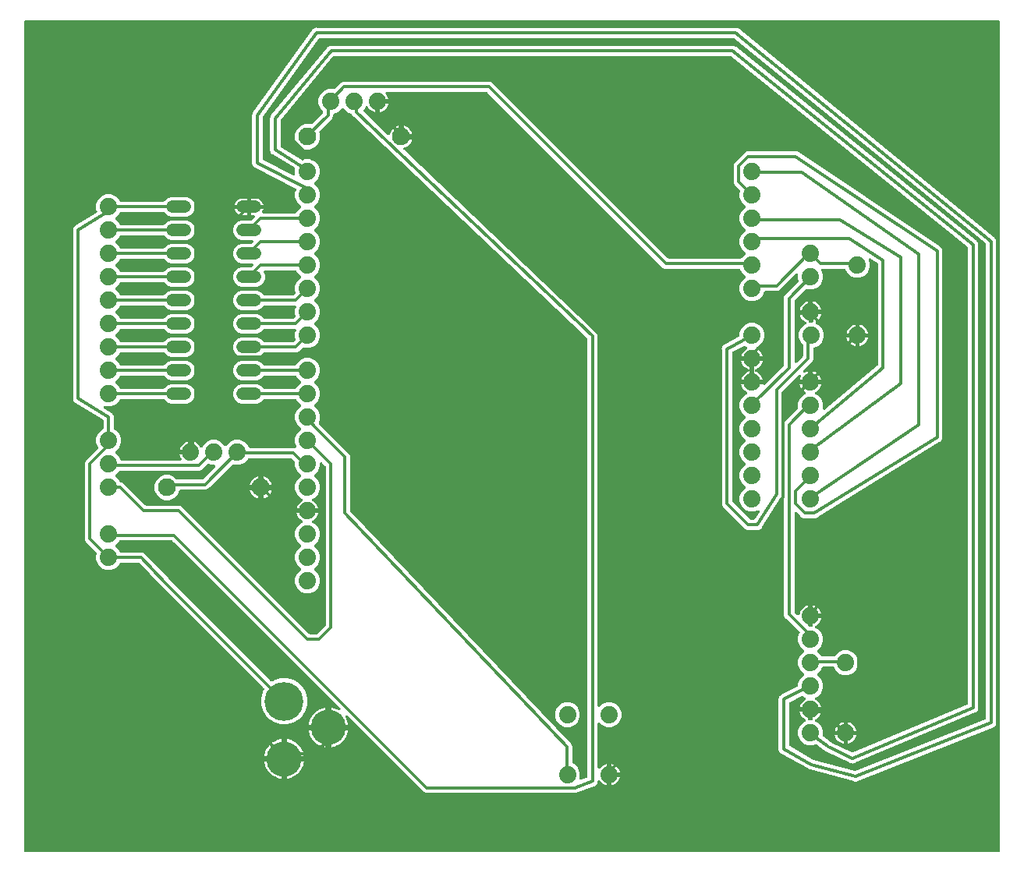
<source format=gbr>
G04 EAGLE Gerber X2 export*
%TF.Part,Single*%
%TF.FileFunction,Copper,L2,Bot,Mixed*%
%TF.FilePolarity,Positive*%
%TF.GenerationSoftware,Autodesk,EAGLE,8.7.0*%
%TF.CreationDate,2018-04-11T09:38:31Z*%
G75*
%MOMM*%
%FSLAX34Y34*%
%LPD*%
%AMOC8*
5,1,8,0,0,1.08239X$1,22.5*%
G01*
%ADD10C,1.879600*%
%ADD11C,4.216000*%
%ADD12C,3.816000*%
%ADD13C,1.320800*%
%ADD14C,1.930400*%
%ADD15C,0.304800*%

G36*
X1372442Y-15236D02*
X1372442Y-15236D01*
X1372468Y-15238D01*
X1372615Y-15216D01*
X1372762Y-15199D01*
X1372787Y-15191D01*
X1372813Y-15187D01*
X1372951Y-15132D01*
X1373090Y-15082D01*
X1373112Y-15068D01*
X1373137Y-15058D01*
X1373258Y-14973D01*
X1373383Y-14893D01*
X1373401Y-14874D01*
X1373423Y-14859D01*
X1373522Y-14749D01*
X1373625Y-14642D01*
X1373639Y-14620D01*
X1373656Y-14600D01*
X1373728Y-14470D01*
X1373804Y-14343D01*
X1373812Y-14318D01*
X1373825Y-14295D01*
X1373865Y-14152D01*
X1373910Y-14011D01*
X1373912Y-13985D01*
X1373920Y-13960D01*
X1373939Y-13716D01*
X1373939Y886716D01*
X1373936Y886742D01*
X1373938Y886768D01*
X1373916Y886915D01*
X1373899Y887062D01*
X1373891Y887087D01*
X1373887Y887113D01*
X1373832Y887251D01*
X1373782Y887390D01*
X1373768Y887412D01*
X1373758Y887437D01*
X1373673Y887558D01*
X1373593Y887683D01*
X1373574Y887701D01*
X1373559Y887723D01*
X1373449Y887822D01*
X1373342Y887925D01*
X1373320Y887939D01*
X1373300Y887956D01*
X1373170Y888028D01*
X1373043Y888104D01*
X1373018Y888112D01*
X1372995Y888125D01*
X1372852Y888165D01*
X1372711Y888210D01*
X1372685Y888212D01*
X1372660Y888220D01*
X1372416Y888239D01*
X316484Y888239D01*
X316458Y888236D01*
X316432Y888238D01*
X316285Y888216D01*
X316138Y888199D01*
X316113Y888191D01*
X316087Y888187D01*
X315949Y888132D01*
X315810Y888082D01*
X315788Y888068D01*
X315763Y888058D01*
X315642Y887973D01*
X315517Y887893D01*
X315499Y887874D01*
X315477Y887859D01*
X315378Y887749D01*
X315275Y887642D01*
X315261Y887620D01*
X315244Y887600D01*
X315172Y887470D01*
X315096Y887343D01*
X315088Y887318D01*
X315075Y887295D01*
X315035Y887152D01*
X314990Y887011D01*
X314988Y886985D01*
X314980Y886960D01*
X314961Y886716D01*
X314961Y-13716D01*
X314964Y-13742D01*
X314962Y-13768D01*
X314984Y-13915D01*
X315001Y-14062D01*
X315009Y-14087D01*
X315013Y-14113D01*
X315068Y-14251D01*
X315118Y-14390D01*
X315132Y-14412D01*
X315142Y-14437D01*
X315227Y-14558D01*
X315307Y-14683D01*
X315326Y-14701D01*
X315341Y-14723D01*
X315451Y-14822D01*
X315558Y-14925D01*
X315580Y-14939D01*
X315600Y-14956D01*
X315730Y-15028D01*
X315857Y-15104D01*
X315882Y-15112D01*
X315905Y-15125D01*
X316048Y-15165D01*
X316189Y-15210D01*
X316215Y-15212D01*
X316240Y-15220D01*
X316484Y-15239D01*
X1372416Y-15239D01*
X1372442Y-15236D01*
G37*
%LPC*%
G36*
X912001Y49273D02*
X912001Y49273D01*
X911969Y49271D01*
X911917Y49275D01*
X750855Y49275D01*
X748801Y50126D01*
X747015Y51912D01*
X665941Y132986D01*
X665824Y133079D01*
X665710Y133176D01*
X665688Y133187D01*
X665668Y133203D01*
X665533Y133267D01*
X665400Y133335D01*
X665376Y133341D01*
X665353Y133352D01*
X665207Y133383D01*
X665062Y133419D01*
X665037Y133420D01*
X665012Y133425D01*
X664863Y133422D01*
X664713Y133425D01*
X664689Y133419D01*
X664664Y133419D01*
X664519Y133382D01*
X664373Y133351D01*
X664350Y133340D01*
X664326Y133334D01*
X664193Y133265D01*
X664058Y133201D01*
X664038Y133186D01*
X664016Y133174D01*
X663902Y133077D01*
X663785Y132984D01*
X663770Y132965D01*
X663751Y132949D01*
X663662Y132828D01*
X663569Y132711D01*
X663558Y132688D01*
X663544Y132668D01*
X663485Y132531D01*
X663421Y132395D01*
X663415Y132371D01*
X663406Y132348D01*
X663379Y132201D01*
X663348Y132055D01*
X663348Y132030D01*
X663344Y132005D01*
X663352Y131856D01*
X663355Y131706D01*
X663361Y131682D01*
X663362Y131657D01*
X663403Y131514D01*
X663440Y131368D01*
X663453Y131341D01*
X663458Y131322D01*
X663482Y131281D01*
X663545Y131147D01*
X664333Y129783D01*
X665417Y127165D01*
X666151Y124427D01*
X666306Y123247D01*
X647947Y123247D01*
X647947Y141606D01*
X649127Y141451D01*
X651865Y140717D01*
X654483Y139633D01*
X655847Y138845D01*
X655985Y138785D01*
X656120Y138722D01*
X656144Y138716D01*
X656167Y138706D01*
X656314Y138680D01*
X656461Y138648D01*
X656485Y138649D01*
X656510Y138644D01*
X656660Y138652D01*
X656809Y138654D01*
X656833Y138660D01*
X656858Y138661D01*
X657002Y138703D01*
X657147Y138739D01*
X657169Y138751D01*
X657193Y138757D01*
X657324Y138830D01*
X657457Y138899D01*
X657476Y138915D01*
X657498Y138927D01*
X657608Y139028D01*
X657722Y139125D01*
X657737Y139145D01*
X657756Y139161D01*
X657841Y139285D01*
X657929Y139405D01*
X657939Y139428D01*
X657953Y139448D01*
X658008Y139587D01*
X658067Y139725D01*
X658072Y139749D01*
X658081Y139773D01*
X658103Y139920D01*
X658129Y140068D01*
X658128Y140093D01*
X658131Y140117D01*
X658119Y140267D01*
X658111Y140416D01*
X658104Y140440D01*
X658102Y140465D01*
X658056Y140607D01*
X658015Y140751D01*
X658003Y140773D01*
X657995Y140796D01*
X657918Y140924D01*
X657845Y141055D01*
X657825Y141078D01*
X657815Y141095D01*
X657782Y141129D01*
X657686Y141241D01*
X475778Y323149D01*
X475679Y323228D01*
X475585Y323312D01*
X475543Y323336D01*
X475505Y323366D01*
X475391Y323420D01*
X475280Y323481D01*
X475234Y323494D01*
X475190Y323515D01*
X475067Y323541D01*
X474945Y323576D01*
X474884Y323581D01*
X474849Y323588D01*
X474801Y323587D01*
X474701Y323595D01*
X419254Y323595D01*
X419178Y323587D01*
X419102Y323588D01*
X419006Y323567D01*
X418908Y323555D01*
X418836Y323530D01*
X418761Y323513D01*
X418672Y323471D01*
X418580Y323438D01*
X418515Y323396D01*
X418446Y323364D01*
X418370Y323302D01*
X418287Y323249D01*
X418234Y323194D01*
X418174Y323146D01*
X418113Y323069D01*
X418045Y322998D01*
X418005Y322933D01*
X417958Y322873D01*
X417890Y322740D01*
X417866Y322699D01*
X417860Y322681D01*
X417847Y322655D01*
X417813Y322574D01*
X413816Y318577D01*
X413800Y318557D01*
X413780Y318540D01*
X413692Y318420D01*
X413600Y318304D01*
X413588Y318280D01*
X413573Y318259D01*
X413514Y318123D01*
X413451Y317989D01*
X413445Y317963D01*
X413435Y317939D01*
X413409Y317793D01*
X413377Y317648D01*
X413378Y317622D01*
X413373Y317596D01*
X413381Y317448D01*
X413383Y317300D01*
X413390Y317274D01*
X413391Y317248D01*
X413432Y317106D01*
X413468Y316962D01*
X413480Y316939D01*
X413488Y316913D01*
X413560Y316784D01*
X413628Y316652D01*
X413645Y316632D01*
X413658Y316609D01*
X413816Y316423D01*
X417813Y312426D01*
X418268Y311329D01*
X418305Y311262D01*
X418333Y311191D01*
X418389Y311110D01*
X418437Y311024D01*
X418488Y310968D01*
X418532Y310905D01*
X418605Y310839D01*
X418671Y310766D01*
X418734Y310723D01*
X418791Y310672D01*
X418877Y310624D01*
X418958Y310568D01*
X419029Y310540D01*
X419096Y310503D01*
X419190Y310476D01*
X419282Y310440D01*
X419357Y310429D01*
X419431Y310408D01*
X419580Y310396D01*
X419627Y310389D01*
X419646Y310391D01*
X419675Y310389D01*
X440628Y310389D01*
X440785Y310407D01*
X440866Y310415D01*
X442006Y310389D01*
X442019Y310390D01*
X442040Y310389D01*
X443137Y310389D01*
X444140Y309946D01*
X444153Y309942D01*
X444172Y309933D01*
X445186Y309513D01*
X445944Y308720D01*
X445954Y308712D01*
X445967Y308696D01*
X446756Y307908D01*
X446766Y307889D01*
X446777Y307876D01*
X446782Y307865D01*
X446808Y307837D01*
X446920Y307700D01*
X471344Y282160D01*
X471355Y282151D01*
X471368Y282136D01*
X582677Y170827D01*
X582678Y170826D01*
X582679Y170825D01*
X582822Y170712D01*
X582950Y170610D01*
X582951Y170609D01*
X582952Y170609D01*
X583112Y170533D01*
X583265Y170461D01*
X583266Y170461D01*
X583268Y170460D01*
X583445Y170422D01*
X583606Y170388D01*
X583607Y170388D01*
X583609Y170387D01*
X583791Y170391D01*
X583954Y170394D01*
X583956Y170394D01*
X583957Y170394D01*
X584126Y170437D01*
X584292Y170479D01*
X584294Y170479D01*
X584295Y170480D01*
X584516Y170585D01*
X587194Y172131D01*
X593590Y173845D01*
X600210Y173845D01*
X606605Y172131D01*
X612339Y168821D01*
X617021Y164139D01*
X620331Y158405D01*
X622045Y152010D01*
X622045Y145390D01*
X620331Y138995D01*
X617021Y133261D01*
X612339Y128579D01*
X606605Y125269D01*
X600210Y123555D01*
X593590Y123555D01*
X587195Y125269D01*
X581461Y128579D01*
X576779Y133261D01*
X573469Y138995D01*
X571755Y145390D01*
X571755Y152010D01*
X573469Y158406D01*
X575015Y161084D01*
X575016Y161085D01*
X575017Y161087D01*
X575086Y161247D01*
X575154Y161404D01*
X575154Y161405D01*
X575155Y161407D01*
X575185Y161572D01*
X575216Y161747D01*
X575216Y161748D01*
X575216Y161750D01*
X575208Y161920D01*
X575199Y162095D01*
X575199Y162096D01*
X575199Y162098D01*
X575152Y162260D01*
X575103Y162430D01*
X575102Y162431D01*
X575102Y162433D01*
X575017Y162584D01*
X574933Y162735D01*
X574933Y162736D01*
X574932Y162737D01*
X574773Y162923D01*
X464350Y273346D01*
X464226Y273445D01*
X464164Y273496D01*
X463376Y274320D01*
X463366Y274328D01*
X463353Y274344D01*
X462564Y275132D01*
X462554Y275151D01*
X462543Y275164D01*
X462538Y275175D01*
X462512Y275203D01*
X462400Y275340D01*
X440022Y298741D01*
X439911Y298833D01*
X439805Y298928D01*
X439778Y298943D01*
X439753Y298963D01*
X439625Y299028D01*
X439500Y299097D01*
X439470Y299105D01*
X439442Y299119D01*
X439303Y299153D01*
X439164Y299192D01*
X439126Y299195D01*
X439103Y299200D01*
X439053Y299201D01*
X438921Y299211D01*
X419675Y299211D01*
X419599Y299203D01*
X419522Y299204D01*
X419426Y299183D01*
X419329Y299171D01*
X419257Y299146D01*
X419182Y299129D01*
X419093Y299087D01*
X419001Y299054D01*
X418936Y299012D01*
X418867Y298980D01*
X418790Y298918D01*
X418708Y298865D01*
X418655Y298810D01*
X418595Y298762D01*
X418534Y298685D01*
X418466Y298614D01*
X418426Y298549D01*
X418379Y298489D01*
X418311Y298356D01*
X418287Y298315D01*
X418281Y298297D01*
X418268Y298271D01*
X417813Y297174D01*
X414026Y293387D01*
X409078Y291337D01*
X403722Y291337D01*
X398774Y293387D01*
X394987Y297174D01*
X392937Y302122D01*
X392937Y307478D01*
X393392Y308575D01*
X393413Y308648D01*
X393443Y308719D01*
X393460Y308815D01*
X393487Y308910D01*
X393491Y308986D01*
X393505Y309062D01*
X393500Y309160D01*
X393504Y309258D01*
X393491Y309333D01*
X393487Y309410D01*
X393459Y309504D01*
X393442Y309601D01*
X393411Y309671D01*
X393390Y309744D01*
X393342Y309830D01*
X393303Y309921D01*
X393257Y309982D01*
X393220Y310049D01*
X393123Y310162D01*
X393095Y310200D01*
X393080Y310213D01*
X393061Y310235D01*
X383128Y320168D01*
X381342Y321954D01*
X380491Y324008D01*
X380491Y407512D01*
X381342Y409566D01*
X383128Y411352D01*
X383129Y411352D01*
X394549Y422773D01*
X394597Y422833D01*
X394652Y422886D01*
X394705Y422969D01*
X394766Y423046D01*
X394799Y423115D01*
X394840Y423179D01*
X394873Y423272D01*
X394915Y423361D01*
X394931Y423436D01*
X394957Y423508D01*
X394968Y423606D01*
X394988Y423702D01*
X394987Y423778D01*
X394995Y423854D01*
X394984Y423952D01*
X394982Y424050D01*
X394964Y424124D01*
X394955Y424200D01*
X394909Y424342D01*
X394897Y424388D01*
X394889Y424405D01*
X394880Y424433D01*
X392937Y429122D01*
X392937Y434478D01*
X394987Y439426D01*
X398774Y443213D01*
X399871Y443668D01*
X399938Y443705D01*
X400009Y443733D01*
X400090Y443789D01*
X400176Y443837D01*
X400232Y443888D01*
X400295Y443932D01*
X400361Y444005D01*
X400434Y444071D01*
X400477Y444134D01*
X400528Y444191D01*
X400576Y444277D01*
X400632Y444358D01*
X400660Y444429D01*
X400697Y444496D01*
X400724Y444590D01*
X400760Y444682D01*
X400771Y444757D01*
X400792Y444831D01*
X400804Y444980D01*
X400811Y445027D01*
X400809Y445046D01*
X400811Y445075D01*
X400811Y453226D01*
X400796Y453355D01*
X400789Y453484D01*
X400777Y453527D01*
X400771Y453572D01*
X400728Y453694D01*
X400691Y453819D01*
X400669Y453858D01*
X400654Y453900D01*
X400583Y454009D01*
X400520Y454122D01*
X400489Y454155D01*
X400465Y454193D01*
X400371Y454283D01*
X400284Y454379D01*
X400239Y454412D01*
X400214Y454435D01*
X400172Y454460D01*
X400086Y454523D01*
X370933Y472463D01*
X370928Y472466D01*
X370718Y472573D01*
X370214Y472782D01*
X370019Y472978D01*
X369975Y473012D01*
X369937Y473053D01*
X369757Y473186D01*
X369746Y473194D01*
X369743Y473196D01*
X369740Y473198D01*
X369504Y473343D01*
X369186Y473782D01*
X369186Y473783D01*
X369185Y473785D01*
X369181Y473788D01*
X369028Y473969D01*
X368642Y474354D01*
X368536Y474610D01*
X368509Y474659D01*
X368490Y474711D01*
X368374Y474902D01*
X368367Y474914D01*
X368365Y474917D01*
X368363Y474920D01*
X368201Y475144D01*
X368074Y475674D01*
X368072Y475680D01*
X368000Y475905D01*
X367791Y476408D01*
X367791Y476685D01*
X367785Y476740D01*
X367787Y476796D01*
X367753Y477018D01*
X367751Y477031D01*
X367750Y477034D01*
X367750Y477038D01*
X367686Y477307D01*
X367772Y477845D01*
X367772Y477851D01*
X367791Y478086D01*
X367791Y659834D01*
X367791Y659840D01*
X367772Y660075D01*
X367686Y660613D01*
X367750Y660882D01*
X367756Y660937D01*
X367772Y660991D01*
X367790Y661214D01*
X367791Y661228D01*
X367791Y661231D01*
X367791Y661235D01*
X367791Y661512D01*
X368000Y662015D01*
X368002Y662021D01*
X368074Y662246D01*
X368201Y662776D01*
X368363Y663000D01*
X368390Y663049D01*
X368425Y663092D01*
X368527Y663292D01*
X368534Y663304D01*
X368534Y663307D01*
X368536Y663310D01*
X368642Y663566D01*
X369028Y663951D01*
X369031Y663956D01*
X369185Y664135D01*
X369504Y664577D01*
X369740Y664722D01*
X369784Y664757D01*
X369832Y664784D01*
X370003Y664929D01*
X370014Y664937D01*
X370015Y664940D01*
X370019Y664942D01*
X370214Y665138D01*
X370718Y665347D01*
X370723Y665349D01*
X370933Y665457D01*
X393193Y679155D01*
X393256Y679204D01*
X393324Y679245D01*
X393392Y679311D01*
X393467Y679370D01*
X393517Y679432D01*
X393574Y679488D01*
X393625Y679568D01*
X393685Y679642D01*
X393719Y679714D01*
X393762Y679781D01*
X393794Y679871D01*
X393835Y679957D01*
X393852Y680034D01*
X393879Y680110D01*
X393889Y680204D01*
X393910Y680297D01*
X393909Y680377D01*
X393918Y680456D01*
X393907Y680550D01*
X393905Y680645D01*
X393886Y680723D01*
X393877Y680802D01*
X393834Y680936D01*
X393822Y680984D01*
X393812Y681003D01*
X393802Y681035D01*
X392937Y683122D01*
X392937Y688478D01*
X394987Y693426D01*
X398774Y697213D01*
X403722Y699263D01*
X409078Y699263D01*
X414026Y697213D01*
X417813Y693426D01*
X418268Y692329D01*
X418305Y692262D01*
X418333Y692191D01*
X418389Y692110D01*
X418437Y692024D01*
X418488Y691968D01*
X418532Y691905D01*
X418605Y691839D01*
X418671Y691766D01*
X418734Y691723D01*
X418791Y691672D01*
X418877Y691624D01*
X418958Y691568D01*
X419029Y691540D01*
X419096Y691503D01*
X419190Y691476D01*
X419282Y691440D01*
X419357Y691429D01*
X419431Y691408D01*
X419580Y691396D01*
X419627Y691389D01*
X419646Y691391D01*
X419675Y691389D01*
X465866Y691389D01*
X465992Y691403D01*
X466118Y691410D01*
X466164Y691423D01*
X466212Y691429D01*
X466331Y691471D01*
X466453Y691506D01*
X466495Y691530D01*
X466540Y691546D01*
X466646Y691615D01*
X466757Y691676D01*
X466803Y691716D01*
X466833Y691735D01*
X466867Y691770D01*
X466943Y691835D01*
X469953Y694844D01*
X473874Y696469D01*
X491326Y696469D01*
X495247Y694844D01*
X498248Y691843D01*
X499873Y687922D01*
X499873Y683678D01*
X498248Y679757D01*
X495247Y676756D01*
X491326Y675131D01*
X473874Y675131D01*
X469953Y676756D01*
X466943Y679765D01*
X466844Y679844D01*
X466750Y679928D01*
X466708Y679952D01*
X466670Y679982D01*
X466556Y680036D01*
X466445Y680097D01*
X466399Y680110D01*
X466355Y680131D01*
X466232Y680157D01*
X466110Y680192D01*
X466049Y680197D01*
X466014Y680204D01*
X465966Y680203D01*
X465866Y680211D01*
X419675Y680211D01*
X419599Y680203D01*
X419522Y680204D01*
X419426Y680183D01*
X419329Y680171D01*
X419257Y680146D01*
X419182Y680129D01*
X419093Y680087D01*
X419001Y680054D01*
X418936Y680012D01*
X418867Y679980D01*
X418790Y679918D01*
X418708Y679865D01*
X418655Y679810D01*
X418595Y679762D01*
X418534Y679685D01*
X418466Y679614D01*
X418426Y679549D01*
X418379Y679489D01*
X418311Y679356D01*
X418287Y679315D01*
X418281Y679297D01*
X418268Y679271D01*
X417813Y678174D01*
X413816Y674177D01*
X413800Y674157D01*
X413780Y674140D01*
X413692Y674020D01*
X413600Y673904D01*
X413588Y673880D01*
X413573Y673859D01*
X413514Y673723D01*
X413451Y673589D01*
X413445Y673563D01*
X413435Y673539D01*
X413409Y673393D01*
X413377Y673248D01*
X413378Y673222D01*
X413373Y673196D01*
X413381Y673048D01*
X413383Y672900D01*
X413390Y672874D01*
X413391Y672848D01*
X413432Y672706D01*
X413468Y672562D01*
X413480Y672539D01*
X413488Y672513D01*
X413560Y672384D01*
X413628Y672252D01*
X413645Y672232D01*
X413658Y672209D01*
X413816Y672023D01*
X417813Y668026D01*
X418268Y666929D01*
X418305Y666862D01*
X418333Y666791D01*
X418389Y666710D01*
X418437Y666624D01*
X418488Y666568D01*
X418532Y666505D01*
X418605Y666439D01*
X418671Y666366D01*
X418734Y666323D01*
X418791Y666272D01*
X418877Y666224D01*
X418958Y666168D01*
X419029Y666140D01*
X419096Y666103D01*
X419190Y666076D01*
X419282Y666040D01*
X419357Y666029D01*
X419431Y666008D01*
X419580Y665996D01*
X419627Y665989D01*
X419646Y665991D01*
X419675Y665989D01*
X465866Y665989D01*
X465992Y666003D01*
X466118Y666010D01*
X466164Y666023D01*
X466212Y666029D01*
X466331Y666071D01*
X466453Y666106D01*
X466495Y666130D01*
X466540Y666146D01*
X466646Y666215D01*
X466757Y666276D01*
X466803Y666316D01*
X466833Y666335D01*
X466867Y666370D01*
X466943Y666435D01*
X469953Y669444D01*
X473874Y671069D01*
X491326Y671069D01*
X495247Y669444D01*
X498248Y666443D01*
X499873Y662522D01*
X499873Y658278D01*
X498248Y654357D01*
X495247Y651356D01*
X491326Y649731D01*
X473874Y649731D01*
X469953Y651356D01*
X466943Y654365D01*
X466844Y654444D01*
X466750Y654528D01*
X466708Y654552D01*
X466670Y654582D01*
X466556Y654636D01*
X466445Y654697D01*
X466399Y654710D01*
X466355Y654731D01*
X466232Y654757D01*
X466110Y654792D01*
X466049Y654797D01*
X466014Y654804D01*
X465966Y654803D01*
X465866Y654811D01*
X419675Y654811D01*
X419599Y654803D01*
X419522Y654804D01*
X419426Y654783D01*
X419329Y654771D01*
X419257Y654746D01*
X419182Y654729D01*
X419093Y654687D01*
X419001Y654654D01*
X418936Y654612D01*
X418867Y654580D01*
X418790Y654518D01*
X418708Y654465D01*
X418655Y654410D01*
X418595Y654362D01*
X418534Y654285D01*
X418466Y654214D01*
X418426Y654149D01*
X418379Y654089D01*
X418311Y653956D01*
X418287Y653915D01*
X418281Y653897D01*
X418268Y653871D01*
X417813Y652774D01*
X413816Y648777D01*
X413800Y648757D01*
X413780Y648740D01*
X413692Y648620D01*
X413600Y648504D01*
X413588Y648480D01*
X413573Y648459D01*
X413514Y648323D01*
X413451Y648189D01*
X413445Y648163D01*
X413435Y648139D01*
X413409Y647993D01*
X413377Y647848D01*
X413378Y647822D01*
X413373Y647796D01*
X413381Y647648D01*
X413383Y647500D01*
X413390Y647474D01*
X413391Y647448D01*
X413432Y647306D01*
X413468Y647162D01*
X413480Y647139D01*
X413488Y647113D01*
X413560Y646984D01*
X413628Y646852D01*
X413645Y646832D01*
X413658Y646809D01*
X413816Y646623D01*
X417813Y642626D01*
X418268Y641529D01*
X418305Y641462D01*
X418333Y641391D01*
X418389Y641310D01*
X418437Y641224D01*
X418488Y641168D01*
X418532Y641105D01*
X418605Y641039D01*
X418671Y640966D01*
X418734Y640923D01*
X418791Y640872D01*
X418877Y640824D01*
X418958Y640768D01*
X419029Y640740D01*
X419096Y640703D01*
X419190Y640676D01*
X419282Y640640D01*
X419357Y640629D01*
X419431Y640608D01*
X419580Y640596D01*
X419627Y640589D01*
X419646Y640591D01*
X419675Y640589D01*
X465866Y640589D01*
X465992Y640603D01*
X466118Y640610D01*
X466164Y640623D01*
X466212Y640629D01*
X466331Y640671D01*
X466453Y640706D01*
X466495Y640730D01*
X466540Y640746D01*
X466646Y640815D01*
X466757Y640876D01*
X466803Y640916D01*
X466833Y640935D01*
X466867Y640970D01*
X466943Y641035D01*
X469953Y644044D01*
X473874Y645669D01*
X491326Y645669D01*
X495247Y644044D01*
X498248Y641043D01*
X499873Y637122D01*
X499873Y632878D01*
X498248Y628957D01*
X495247Y625956D01*
X491326Y624331D01*
X473874Y624331D01*
X469953Y625956D01*
X466943Y628965D01*
X466844Y629044D01*
X466750Y629128D01*
X466708Y629152D01*
X466670Y629182D01*
X466556Y629236D01*
X466445Y629297D01*
X466399Y629310D01*
X466355Y629331D01*
X466232Y629357D01*
X466110Y629392D01*
X466049Y629397D01*
X466014Y629404D01*
X465966Y629403D01*
X465866Y629411D01*
X419675Y629411D01*
X419599Y629403D01*
X419522Y629404D01*
X419426Y629383D01*
X419329Y629371D01*
X419257Y629346D01*
X419182Y629329D01*
X419093Y629287D01*
X419001Y629254D01*
X418936Y629212D01*
X418867Y629180D01*
X418790Y629118D01*
X418708Y629065D01*
X418655Y629010D01*
X418595Y628962D01*
X418534Y628885D01*
X418466Y628814D01*
X418426Y628749D01*
X418379Y628689D01*
X418311Y628556D01*
X418287Y628515D01*
X418281Y628497D01*
X418268Y628471D01*
X417813Y627374D01*
X413816Y623377D01*
X413800Y623357D01*
X413780Y623340D01*
X413692Y623220D01*
X413600Y623104D01*
X413588Y623080D01*
X413573Y623059D01*
X413514Y622923D01*
X413451Y622789D01*
X413445Y622763D01*
X413435Y622739D01*
X413409Y622593D01*
X413377Y622448D01*
X413378Y622422D01*
X413373Y622396D01*
X413381Y622248D01*
X413383Y622100D01*
X413390Y622074D01*
X413391Y622048D01*
X413432Y621906D01*
X413468Y621762D01*
X413480Y621739D01*
X413488Y621713D01*
X413560Y621584D01*
X413628Y621452D01*
X413645Y621432D01*
X413658Y621409D01*
X413816Y621223D01*
X417813Y617226D01*
X418268Y616129D01*
X418305Y616062D01*
X418333Y615991D01*
X418389Y615910D01*
X418437Y615824D01*
X418488Y615768D01*
X418532Y615705D01*
X418605Y615639D01*
X418671Y615566D01*
X418734Y615523D01*
X418791Y615472D01*
X418877Y615424D01*
X418958Y615368D01*
X419029Y615340D01*
X419096Y615303D01*
X419190Y615276D01*
X419282Y615240D01*
X419357Y615229D01*
X419431Y615208D01*
X419580Y615196D01*
X419627Y615189D01*
X419646Y615191D01*
X419675Y615189D01*
X465866Y615189D01*
X465992Y615203D01*
X466118Y615210D01*
X466164Y615223D01*
X466212Y615229D01*
X466331Y615271D01*
X466453Y615306D01*
X466495Y615330D01*
X466540Y615346D01*
X466646Y615415D01*
X466757Y615476D01*
X466803Y615516D01*
X466833Y615535D01*
X466867Y615570D01*
X466943Y615635D01*
X469953Y618644D01*
X473874Y620269D01*
X491326Y620269D01*
X495247Y618644D01*
X498248Y615643D01*
X499873Y611722D01*
X499873Y607478D01*
X498248Y603557D01*
X495247Y600556D01*
X491326Y598931D01*
X473874Y598931D01*
X469953Y600556D01*
X466943Y603565D01*
X466844Y603644D01*
X466750Y603728D01*
X466708Y603752D01*
X466670Y603782D01*
X466556Y603836D01*
X466445Y603897D01*
X466399Y603910D01*
X466355Y603931D01*
X466232Y603957D01*
X466110Y603992D01*
X466049Y603997D01*
X466014Y604004D01*
X465966Y604003D01*
X465866Y604011D01*
X419675Y604011D01*
X419599Y604003D01*
X419522Y604004D01*
X419426Y603983D01*
X419329Y603971D01*
X419257Y603946D01*
X419182Y603929D01*
X419093Y603887D01*
X419001Y603854D01*
X418936Y603812D01*
X418867Y603780D01*
X418790Y603718D01*
X418708Y603665D01*
X418655Y603610D01*
X418595Y603562D01*
X418534Y603485D01*
X418466Y603414D01*
X418426Y603349D01*
X418379Y603289D01*
X418311Y603156D01*
X418287Y603115D01*
X418281Y603097D01*
X418268Y603071D01*
X417813Y601974D01*
X413816Y597977D01*
X413800Y597957D01*
X413780Y597940D01*
X413692Y597820D01*
X413600Y597704D01*
X413588Y597680D01*
X413573Y597659D01*
X413514Y597523D01*
X413451Y597389D01*
X413445Y597363D01*
X413435Y597339D01*
X413409Y597193D01*
X413377Y597048D01*
X413378Y597022D01*
X413373Y596996D01*
X413381Y596848D01*
X413383Y596700D01*
X413390Y596674D01*
X413391Y596648D01*
X413432Y596506D01*
X413468Y596362D01*
X413480Y596339D01*
X413488Y596313D01*
X413560Y596184D01*
X413628Y596052D01*
X413645Y596032D01*
X413658Y596009D01*
X413816Y595823D01*
X417813Y591826D01*
X418268Y590729D01*
X418305Y590662D01*
X418333Y590591D01*
X418389Y590510D01*
X418437Y590424D01*
X418488Y590368D01*
X418532Y590305D01*
X418605Y590239D01*
X418671Y590166D01*
X418734Y590123D01*
X418791Y590072D01*
X418877Y590024D01*
X418958Y589968D01*
X419029Y589940D01*
X419096Y589903D01*
X419190Y589876D01*
X419282Y589840D01*
X419357Y589829D01*
X419431Y589808D01*
X419580Y589796D01*
X419627Y589789D01*
X419646Y589791D01*
X419675Y589789D01*
X465866Y589789D01*
X465992Y589803D01*
X466118Y589810D01*
X466164Y589823D01*
X466212Y589829D01*
X466331Y589871D01*
X466453Y589906D01*
X466495Y589930D01*
X466540Y589946D01*
X466646Y590015D01*
X466757Y590076D01*
X466803Y590116D01*
X466833Y590135D01*
X466867Y590170D01*
X466943Y590235D01*
X469953Y593244D01*
X473874Y594869D01*
X491326Y594869D01*
X495247Y593244D01*
X498248Y590243D01*
X499873Y586322D01*
X499873Y582078D01*
X498248Y578157D01*
X495247Y575156D01*
X491326Y573531D01*
X473874Y573531D01*
X469953Y575156D01*
X466943Y578165D01*
X466844Y578244D01*
X466750Y578328D01*
X466708Y578352D01*
X466670Y578382D01*
X466556Y578436D01*
X466445Y578497D01*
X466399Y578510D01*
X466355Y578531D01*
X466232Y578557D01*
X466110Y578592D01*
X466049Y578597D01*
X466014Y578604D01*
X465966Y578603D01*
X465866Y578611D01*
X419675Y578611D01*
X419599Y578603D01*
X419522Y578604D01*
X419426Y578583D01*
X419329Y578571D01*
X419257Y578546D01*
X419182Y578529D01*
X419093Y578487D01*
X419001Y578454D01*
X418936Y578412D01*
X418867Y578380D01*
X418790Y578318D01*
X418708Y578265D01*
X418655Y578210D01*
X418595Y578162D01*
X418534Y578085D01*
X418466Y578014D01*
X418426Y577949D01*
X418379Y577889D01*
X418311Y577756D01*
X418287Y577715D01*
X418281Y577697D01*
X418268Y577671D01*
X417813Y576574D01*
X413816Y572577D01*
X413800Y572557D01*
X413780Y572540D01*
X413692Y572420D01*
X413600Y572304D01*
X413588Y572280D01*
X413573Y572259D01*
X413514Y572123D01*
X413451Y571989D01*
X413445Y571963D01*
X413435Y571939D01*
X413409Y571793D01*
X413377Y571648D01*
X413378Y571622D01*
X413373Y571596D01*
X413381Y571448D01*
X413383Y571300D01*
X413390Y571274D01*
X413391Y571248D01*
X413432Y571106D01*
X413468Y570962D01*
X413480Y570939D01*
X413488Y570913D01*
X413560Y570784D01*
X413628Y570652D01*
X413645Y570632D01*
X413658Y570609D01*
X413816Y570423D01*
X417813Y566426D01*
X418268Y565329D01*
X418305Y565262D01*
X418333Y565191D01*
X418389Y565110D01*
X418437Y565024D01*
X418488Y564968D01*
X418532Y564905D01*
X418605Y564839D01*
X418671Y564766D01*
X418734Y564723D01*
X418791Y564672D01*
X418877Y564624D01*
X418958Y564568D01*
X419029Y564540D01*
X419096Y564503D01*
X419190Y564476D01*
X419282Y564440D01*
X419357Y564429D01*
X419431Y564408D01*
X419580Y564396D01*
X419627Y564389D01*
X419646Y564391D01*
X419675Y564389D01*
X465866Y564389D01*
X465992Y564403D01*
X466118Y564410D01*
X466164Y564423D01*
X466212Y564429D01*
X466331Y564471D01*
X466453Y564506D01*
X466495Y564530D01*
X466540Y564546D01*
X466646Y564615D01*
X466757Y564676D01*
X466803Y564716D01*
X466833Y564735D01*
X466867Y564770D01*
X466943Y564835D01*
X469953Y567844D01*
X473874Y569469D01*
X491326Y569469D01*
X495247Y567844D01*
X498248Y564843D01*
X499873Y560922D01*
X499873Y556678D01*
X498248Y552757D01*
X495247Y549756D01*
X491326Y548131D01*
X473874Y548131D01*
X469953Y549756D01*
X466943Y552765D01*
X466844Y552844D01*
X466750Y552928D01*
X466708Y552952D01*
X466670Y552982D01*
X466556Y553036D01*
X466445Y553097D01*
X466399Y553110D01*
X466355Y553131D01*
X466232Y553157D01*
X466110Y553192D01*
X466049Y553197D01*
X466014Y553204D01*
X465966Y553203D01*
X465866Y553211D01*
X419675Y553211D01*
X419599Y553203D01*
X419522Y553204D01*
X419426Y553183D01*
X419329Y553171D01*
X419257Y553146D01*
X419182Y553129D01*
X419093Y553087D01*
X419001Y553054D01*
X418936Y553012D01*
X418867Y552980D01*
X418790Y552918D01*
X418708Y552865D01*
X418655Y552810D01*
X418595Y552762D01*
X418534Y552685D01*
X418466Y552614D01*
X418426Y552549D01*
X418379Y552489D01*
X418311Y552356D01*
X418287Y552315D01*
X418281Y552297D01*
X418268Y552271D01*
X417813Y551174D01*
X413816Y547177D01*
X413800Y547157D01*
X413780Y547140D01*
X413692Y547020D01*
X413600Y546904D01*
X413588Y546880D01*
X413573Y546859D01*
X413514Y546723D01*
X413451Y546589D01*
X413445Y546563D01*
X413435Y546539D01*
X413409Y546393D01*
X413377Y546248D01*
X413378Y546222D01*
X413373Y546196D01*
X413381Y546048D01*
X413383Y545900D01*
X413390Y545874D01*
X413391Y545848D01*
X413432Y545706D01*
X413468Y545562D01*
X413480Y545539D01*
X413488Y545513D01*
X413560Y545384D01*
X413628Y545252D01*
X413645Y545232D01*
X413658Y545209D01*
X413816Y545023D01*
X417813Y541026D01*
X418268Y539929D01*
X418305Y539862D01*
X418333Y539791D01*
X418389Y539710D01*
X418437Y539624D01*
X418488Y539568D01*
X418532Y539505D01*
X418605Y539439D01*
X418671Y539366D01*
X418734Y539323D01*
X418791Y539272D01*
X418877Y539224D01*
X418958Y539168D01*
X419029Y539140D01*
X419096Y539103D01*
X419190Y539076D01*
X419282Y539040D01*
X419357Y539029D01*
X419431Y539008D01*
X419580Y538996D01*
X419627Y538989D01*
X419646Y538991D01*
X419675Y538989D01*
X465866Y538989D01*
X465992Y539003D01*
X466118Y539010D01*
X466164Y539023D01*
X466212Y539029D01*
X466331Y539071D01*
X466453Y539106D01*
X466495Y539130D01*
X466540Y539146D01*
X466646Y539215D01*
X466757Y539276D01*
X466803Y539316D01*
X466833Y539335D01*
X466867Y539370D01*
X466943Y539435D01*
X469953Y542444D01*
X473874Y544069D01*
X491326Y544069D01*
X495247Y542444D01*
X498248Y539443D01*
X499873Y535522D01*
X499873Y531278D01*
X498248Y527357D01*
X495247Y524356D01*
X491326Y522731D01*
X473874Y522731D01*
X469953Y524356D01*
X466943Y527365D01*
X466844Y527444D01*
X466750Y527528D01*
X466708Y527552D01*
X466670Y527582D01*
X466556Y527636D01*
X466445Y527697D01*
X466399Y527710D01*
X466355Y527731D01*
X466232Y527757D01*
X466110Y527792D01*
X466049Y527797D01*
X466014Y527804D01*
X465966Y527803D01*
X465866Y527811D01*
X419675Y527811D01*
X419599Y527803D01*
X419522Y527804D01*
X419426Y527783D01*
X419329Y527771D01*
X419257Y527746D01*
X419182Y527729D01*
X419093Y527687D01*
X419001Y527654D01*
X418936Y527612D01*
X418867Y527580D01*
X418790Y527518D01*
X418708Y527465D01*
X418655Y527410D01*
X418595Y527362D01*
X418534Y527285D01*
X418466Y527214D01*
X418426Y527149D01*
X418379Y527089D01*
X418311Y526956D01*
X418287Y526915D01*
X418281Y526897D01*
X418268Y526871D01*
X417813Y525774D01*
X413816Y521777D01*
X413800Y521757D01*
X413780Y521740D01*
X413692Y521620D01*
X413600Y521504D01*
X413588Y521480D01*
X413573Y521459D01*
X413514Y521323D01*
X413451Y521189D01*
X413445Y521163D01*
X413435Y521139D01*
X413409Y520993D01*
X413377Y520848D01*
X413378Y520822D01*
X413373Y520796D01*
X413381Y520648D01*
X413383Y520500D01*
X413390Y520474D01*
X413391Y520448D01*
X413432Y520306D01*
X413468Y520162D01*
X413480Y520139D01*
X413488Y520113D01*
X413560Y519984D01*
X413628Y519852D01*
X413645Y519832D01*
X413658Y519809D01*
X413816Y519623D01*
X417813Y515626D01*
X418268Y514529D01*
X418305Y514462D01*
X418333Y514391D01*
X418389Y514310D01*
X418437Y514224D01*
X418488Y514168D01*
X418532Y514105D01*
X418605Y514039D01*
X418671Y513966D01*
X418734Y513923D01*
X418791Y513872D01*
X418877Y513824D01*
X418958Y513768D01*
X419029Y513740D01*
X419096Y513703D01*
X419190Y513676D01*
X419282Y513640D01*
X419357Y513629D01*
X419431Y513608D01*
X419580Y513596D01*
X419627Y513589D01*
X419646Y513591D01*
X419675Y513589D01*
X465866Y513589D01*
X465992Y513603D01*
X466118Y513610D01*
X466164Y513623D01*
X466212Y513629D01*
X466331Y513671D01*
X466453Y513706D01*
X466495Y513730D01*
X466540Y513746D01*
X466646Y513815D01*
X466757Y513876D01*
X466803Y513916D01*
X466833Y513935D01*
X466867Y513970D01*
X466943Y514035D01*
X469953Y517044D01*
X473874Y518669D01*
X491326Y518669D01*
X495247Y517044D01*
X498248Y514043D01*
X499873Y510122D01*
X499873Y505878D01*
X498248Y501957D01*
X495247Y498956D01*
X491326Y497331D01*
X473874Y497331D01*
X469953Y498956D01*
X466943Y501965D01*
X466844Y502044D01*
X466750Y502128D01*
X466708Y502152D01*
X466670Y502182D01*
X466556Y502236D01*
X466445Y502297D01*
X466399Y502310D01*
X466355Y502331D01*
X466232Y502357D01*
X466110Y502392D01*
X466049Y502397D01*
X466014Y502404D01*
X465966Y502403D01*
X465866Y502411D01*
X419675Y502411D01*
X419599Y502403D01*
X419522Y502404D01*
X419426Y502383D01*
X419329Y502371D01*
X419257Y502346D01*
X419182Y502329D01*
X419093Y502287D01*
X419001Y502254D01*
X418936Y502212D01*
X418867Y502180D01*
X418790Y502118D01*
X418708Y502065D01*
X418655Y502010D01*
X418595Y501962D01*
X418534Y501885D01*
X418466Y501814D01*
X418426Y501749D01*
X418379Y501689D01*
X418311Y501556D01*
X418287Y501515D01*
X418281Y501497D01*
X418268Y501471D01*
X417813Y500374D01*
X413816Y496377D01*
X413800Y496357D01*
X413780Y496340D01*
X413692Y496220D01*
X413600Y496104D01*
X413588Y496080D01*
X413573Y496059D01*
X413514Y495923D01*
X413451Y495789D01*
X413445Y495763D01*
X413435Y495739D01*
X413409Y495593D01*
X413377Y495448D01*
X413378Y495422D01*
X413373Y495396D01*
X413381Y495248D01*
X413383Y495100D01*
X413390Y495074D01*
X413391Y495048D01*
X413432Y494906D01*
X413468Y494762D01*
X413480Y494739D01*
X413488Y494713D01*
X413560Y494584D01*
X413628Y494452D01*
X413645Y494432D01*
X413658Y494409D01*
X413816Y494223D01*
X417813Y490226D01*
X418268Y489129D01*
X418305Y489062D01*
X418333Y488991D01*
X418389Y488910D01*
X418437Y488824D01*
X418488Y488768D01*
X418532Y488705D01*
X418605Y488639D01*
X418671Y488566D01*
X418734Y488523D01*
X418791Y488472D01*
X418877Y488424D01*
X418958Y488368D01*
X419029Y488340D01*
X419096Y488303D01*
X419190Y488276D01*
X419282Y488240D01*
X419357Y488229D01*
X419431Y488208D01*
X419580Y488196D01*
X419627Y488189D01*
X419646Y488191D01*
X419675Y488189D01*
X465866Y488189D01*
X465992Y488203D01*
X466118Y488210D01*
X466164Y488223D01*
X466212Y488229D01*
X466331Y488271D01*
X466453Y488306D01*
X466495Y488330D01*
X466540Y488346D01*
X466646Y488415D01*
X466757Y488476D01*
X466803Y488516D01*
X466833Y488535D01*
X466867Y488570D01*
X466943Y488635D01*
X469953Y491644D01*
X473874Y493269D01*
X491326Y493269D01*
X495247Y491644D01*
X498248Y488643D01*
X499873Y484722D01*
X499873Y480478D01*
X498248Y476557D01*
X495247Y473556D01*
X491326Y471931D01*
X473874Y471931D01*
X469953Y473556D01*
X466943Y476565D01*
X466844Y476644D01*
X466750Y476728D01*
X466708Y476752D01*
X466670Y476782D01*
X466556Y476836D01*
X466445Y476897D01*
X466399Y476910D01*
X466355Y476931D01*
X466232Y476957D01*
X466110Y476992D01*
X466049Y476997D01*
X466014Y477004D01*
X465966Y477003D01*
X465866Y477011D01*
X419675Y477011D01*
X419599Y477003D01*
X419522Y477004D01*
X419426Y476983D01*
X419329Y476971D01*
X419257Y476946D01*
X419182Y476929D01*
X419093Y476887D01*
X419001Y476854D01*
X418936Y476812D01*
X418867Y476780D01*
X418790Y476718D01*
X418708Y476665D01*
X418655Y476610D01*
X418595Y476562D01*
X418534Y476485D01*
X418466Y476414D01*
X418426Y476349D01*
X418379Y476289D01*
X418311Y476156D01*
X418287Y476115D01*
X418281Y476097D01*
X418268Y476071D01*
X417813Y474974D01*
X414026Y471187D01*
X409078Y469137D01*
X403722Y469137D01*
X402864Y469493D01*
X402813Y469507D01*
X402764Y469530D01*
X402646Y469555D01*
X402529Y469588D01*
X402475Y469591D01*
X402423Y469602D01*
X402302Y469599D01*
X402181Y469605D01*
X402128Y469596D01*
X402074Y469594D01*
X401957Y469564D01*
X401838Y469543D01*
X401789Y469521D01*
X401737Y469508D01*
X401630Y469452D01*
X401519Y469404D01*
X401475Y469372D01*
X401428Y469347D01*
X401336Y469268D01*
X401239Y469196D01*
X401204Y469155D01*
X401163Y469120D01*
X401092Y469022D01*
X401014Y468930D01*
X400989Y468882D01*
X400957Y468839D01*
X400910Y468727D01*
X400855Y468620D01*
X400842Y468567D01*
X400821Y468518D01*
X400800Y468399D01*
X400771Y468281D01*
X400770Y468228D01*
X400761Y468175D01*
X400767Y468054D01*
X400766Y467933D01*
X400777Y467880D01*
X400780Y467827D01*
X400814Y467711D01*
X400840Y467592D01*
X400863Y467544D01*
X400878Y467492D01*
X400938Y467387D01*
X400990Y467278D01*
X401023Y467236D01*
X401050Y467189D01*
X401132Y467100D01*
X401207Y467005D01*
X401249Y466972D01*
X401286Y466933D01*
X401476Y466793D01*
X401481Y466789D01*
X401482Y466789D01*
X401483Y466788D01*
X408844Y462258D01*
X408847Y462257D01*
X408852Y462254D01*
X409062Y462147D01*
X409566Y461938D01*
X409761Y461742D01*
X409805Y461708D01*
X409843Y461667D01*
X410023Y461534D01*
X410034Y461526D01*
X410037Y461524D01*
X410040Y461522D01*
X410276Y461377D01*
X410594Y460938D01*
X410594Y460937D01*
X410595Y460935D01*
X410599Y460932D01*
X410752Y460751D01*
X411138Y460366D01*
X411244Y460110D01*
X411271Y460061D01*
X411290Y460009D01*
X411406Y459818D01*
X411413Y459806D01*
X411415Y459803D01*
X411417Y459800D01*
X411579Y459576D01*
X411706Y459046D01*
X411708Y459040D01*
X411780Y458815D01*
X411989Y458312D01*
X411989Y458035D01*
X411995Y457980D01*
X411993Y457924D01*
X412027Y457702D01*
X412029Y457689D01*
X412030Y457686D01*
X412030Y457682D01*
X412094Y457413D01*
X412008Y456875D01*
X412008Y456869D01*
X411989Y456634D01*
X411989Y445075D01*
X411997Y444999D01*
X411996Y444922D01*
X412017Y444826D01*
X412029Y444729D01*
X412054Y444657D01*
X412071Y444582D01*
X412113Y444493D01*
X412146Y444401D01*
X412188Y444336D01*
X412220Y444267D01*
X412282Y444190D01*
X412335Y444108D01*
X412390Y444055D01*
X412438Y443995D01*
X412515Y443934D01*
X412586Y443866D01*
X412651Y443826D01*
X412711Y443779D01*
X412844Y443711D01*
X412885Y443687D01*
X412903Y443681D01*
X412929Y443668D01*
X414026Y443213D01*
X417813Y439426D01*
X419863Y434478D01*
X419863Y429122D01*
X417813Y424174D01*
X413816Y420177D01*
X413800Y420157D01*
X413780Y420140D01*
X413692Y420020D01*
X413600Y419904D01*
X413588Y419880D01*
X413573Y419859D01*
X413514Y419723D01*
X413451Y419589D01*
X413445Y419563D01*
X413435Y419539D01*
X413408Y419392D01*
X413377Y419248D01*
X413378Y419222D01*
X413373Y419196D01*
X413381Y419048D01*
X413383Y418900D01*
X413390Y418874D01*
X413391Y418848D01*
X413432Y418706D01*
X413468Y418562D01*
X413480Y418539D01*
X413488Y418513D01*
X413560Y418384D01*
X413628Y418252D01*
X413645Y418232D01*
X413658Y418209D01*
X413816Y418023D01*
X417813Y414026D01*
X419004Y411151D01*
X419041Y411084D01*
X419069Y411013D01*
X419125Y410932D01*
X419173Y410846D01*
X419225Y410790D01*
X419268Y410727D01*
X419341Y410661D01*
X419407Y410588D01*
X419470Y410545D01*
X419527Y410494D01*
X419613Y410446D01*
X419694Y410390D01*
X419765Y410362D01*
X419832Y410325D01*
X419927Y410298D01*
X420018Y410262D01*
X420094Y410251D01*
X420168Y410230D01*
X420316Y410218D01*
X420363Y410211D01*
X420382Y410213D01*
X420411Y410211D01*
X484012Y410211D01*
X484166Y410228D01*
X484320Y410242D01*
X484339Y410248D01*
X484358Y410251D01*
X484504Y410303D01*
X484651Y410352D01*
X484668Y410362D01*
X484686Y410368D01*
X484816Y410452D01*
X484949Y410533D01*
X484963Y410547D01*
X484979Y410557D01*
X485087Y410669D01*
X485197Y410778D01*
X485208Y410794D01*
X485221Y410808D01*
X485301Y410941D01*
X485384Y411072D01*
X485390Y411090D01*
X485400Y411107D01*
X485447Y411254D01*
X485498Y411401D01*
X485500Y411420D01*
X485506Y411439D01*
X485519Y411593D01*
X485535Y411748D01*
X485533Y411767D01*
X485534Y411786D01*
X485511Y411940D01*
X485492Y412094D01*
X485485Y412112D01*
X485482Y412131D01*
X485425Y412275D01*
X485371Y412421D01*
X485359Y412440D01*
X485354Y412455D01*
X485329Y412491D01*
X485244Y412629D01*
X485089Y412843D01*
X484236Y414517D01*
X483655Y416304D01*
X483615Y416561D01*
X494284Y416561D01*
X494310Y416564D01*
X494336Y416562D01*
X494483Y416584D01*
X494630Y416601D01*
X494655Y416609D01*
X494681Y416613D01*
X494818Y416668D01*
X494958Y416718D01*
X494980Y416732D01*
X495005Y416742D01*
X495126Y416827D01*
X495251Y416907D01*
X495269Y416926D01*
X495291Y416941D01*
X495390Y417051D01*
X495493Y417158D01*
X495507Y417180D01*
X495524Y417200D01*
X495596Y417330D01*
X495672Y417457D01*
X495680Y417482D01*
X495693Y417505D01*
X495733Y417648D01*
X495778Y417789D01*
X495780Y417815D01*
X495787Y417840D01*
X495807Y418084D01*
X495807Y418593D01*
X496316Y418593D01*
X496342Y418596D01*
X496368Y418594D01*
X496515Y418616D01*
X496662Y418633D01*
X496687Y418642D01*
X496713Y418646D01*
X496851Y418700D01*
X496990Y418750D01*
X497012Y418765D01*
X497037Y418774D01*
X497158Y418859D01*
X497283Y418939D01*
X497301Y418958D01*
X497323Y418973D01*
X497422Y419083D01*
X497525Y419190D01*
X497539Y419213D01*
X497556Y419232D01*
X497628Y419362D01*
X497704Y419489D01*
X497712Y419514D01*
X497725Y419537D01*
X497765Y419680D01*
X497810Y419821D01*
X497812Y419847D01*
X497820Y419872D01*
X497839Y420116D01*
X497839Y430785D01*
X498096Y430745D01*
X499883Y430164D01*
X501557Y429311D01*
X503078Y428206D01*
X504406Y426878D01*
X505511Y425357D01*
X505781Y424827D01*
X505803Y424794D01*
X505820Y424756D01*
X505900Y424649D01*
X505974Y424537D01*
X506003Y424509D01*
X506028Y424476D01*
X506130Y424390D01*
X506227Y424298D01*
X506262Y424278D01*
X506294Y424251D01*
X506413Y424190D01*
X506529Y424123D01*
X506568Y424111D01*
X506604Y424093D01*
X506734Y424060D01*
X506862Y424021D01*
X506902Y424018D01*
X506942Y424008D01*
X507076Y424006D01*
X507210Y423997D01*
X507250Y424004D01*
X507290Y424003D01*
X507421Y424032D01*
X507554Y424053D01*
X507591Y424069D01*
X507631Y424078D01*
X507752Y424135D01*
X507876Y424186D01*
X507909Y424210D01*
X507946Y424227D01*
X508050Y424311D01*
X508159Y424389D01*
X508186Y424419D01*
X508218Y424445D01*
X508301Y424550D01*
X508390Y424650D01*
X508409Y424686D01*
X508434Y424718D01*
X508545Y424936D01*
X509287Y426726D01*
X513074Y430513D01*
X518022Y432563D01*
X523378Y432563D01*
X528326Y430513D01*
X532323Y426516D01*
X532343Y426500D01*
X532360Y426480D01*
X532480Y426392D01*
X532596Y426300D01*
X532620Y426288D01*
X532641Y426273D01*
X532777Y426214D01*
X532911Y426151D01*
X532937Y426145D01*
X532961Y426135D01*
X533107Y426109D01*
X533252Y426077D01*
X533278Y426078D01*
X533304Y426073D01*
X533452Y426081D01*
X533600Y426083D01*
X533626Y426090D01*
X533652Y426091D01*
X533794Y426132D01*
X533938Y426168D01*
X533961Y426180D01*
X533987Y426188D01*
X534116Y426260D01*
X534248Y426328D01*
X534268Y426345D01*
X534291Y426358D01*
X534477Y426516D01*
X538474Y430513D01*
X543422Y432563D01*
X548778Y432563D01*
X553726Y430513D01*
X557513Y426726D01*
X558283Y424867D01*
X558320Y424800D01*
X558349Y424729D01*
X558405Y424648D01*
X558452Y424562D01*
X558504Y424506D01*
X558547Y424443D01*
X558620Y424377D01*
X558687Y424304D01*
X558750Y424261D01*
X558806Y424210D01*
X558892Y424162D01*
X558973Y424106D01*
X559044Y424078D01*
X559111Y424041D01*
X559206Y424014D01*
X559297Y423978D01*
X559373Y423967D01*
X559447Y423946D01*
X559596Y423934D01*
X559642Y423927D01*
X559661Y423929D01*
X559690Y423927D01*
X608045Y423927D01*
X608202Y423862D01*
X608298Y423834D01*
X608392Y423797D01*
X608465Y423787D01*
X608537Y423766D01*
X608637Y423761D01*
X608736Y423747D01*
X608811Y423753D01*
X608885Y423749D01*
X608983Y423767D01*
X609084Y423775D01*
X609154Y423798D01*
X609228Y423812D01*
X609320Y423852D01*
X609415Y423883D01*
X609479Y423921D01*
X609547Y423951D01*
X609628Y424010D01*
X609714Y424062D01*
X609767Y424114D01*
X609827Y424158D01*
X609892Y424235D01*
X609964Y424305D01*
X610004Y424368D01*
X610052Y424424D01*
X610098Y424514D01*
X610152Y424598D01*
X610177Y424669D01*
X610211Y424735D01*
X610235Y424832D01*
X610269Y424927D01*
X610277Y425001D01*
X610295Y425073D01*
X610297Y425173D01*
X610308Y425273D01*
X610299Y425347D01*
X610300Y425421D01*
X610279Y425519D01*
X610267Y425619D01*
X610236Y425715D01*
X610226Y425762D01*
X610211Y425794D01*
X610192Y425852D01*
X608837Y429122D01*
X608837Y434478D01*
X610887Y439426D01*
X614884Y443423D01*
X614900Y443443D01*
X614920Y443460D01*
X615008Y443580D01*
X615100Y443696D01*
X615112Y443720D01*
X615127Y443741D01*
X615186Y443877D01*
X615249Y444011D01*
X615255Y444037D01*
X615265Y444061D01*
X615291Y444207D01*
X615323Y444352D01*
X615322Y444378D01*
X615327Y444404D01*
X615319Y444552D01*
X615317Y444700D01*
X615310Y444726D01*
X615309Y444752D01*
X615268Y444894D01*
X615232Y445038D01*
X615220Y445061D01*
X615212Y445087D01*
X615140Y445216D01*
X615072Y445348D01*
X615055Y445368D01*
X615042Y445391D01*
X614884Y445577D01*
X610887Y449574D01*
X608837Y454522D01*
X608837Y459878D01*
X610887Y464826D01*
X614884Y468823D01*
X614900Y468843D01*
X614920Y468860D01*
X615008Y468980D01*
X615100Y469096D01*
X615112Y469120D01*
X615127Y469141D01*
X615186Y469277D01*
X615249Y469411D01*
X615255Y469437D01*
X615265Y469461D01*
X615291Y469607D01*
X615323Y469752D01*
X615322Y469778D01*
X615327Y469804D01*
X615319Y469952D01*
X615317Y470100D01*
X615310Y470126D01*
X615309Y470152D01*
X615268Y470294D01*
X615232Y470438D01*
X615220Y470461D01*
X615212Y470487D01*
X615140Y470616D01*
X615072Y470748D01*
X615055Y470768D01*
X615042Y470791D01*
X614884Y470977D01*
X610887Y474974D01*
X610432Y476071D01*
X610395Y476138D01*
X610367Y476209D01*
X610311Y476290D01*
X610263Y476376D01*
X610212Y476432D01*
X610168Y476495D01*
X610095Y476561D01*
X610029Y476634D01*
X609966Y476677D01*
X609909Y476728D01*
X609823Y476776D01*
X609742Y476832D01*
X609671Y476860D01*
X609604Y476897D01*
X609510Y476924D01*
X609418Y476960D01*
X609343Y476971D01*
X609269Y476992D01*
X609120Y477004D01*
X609073Y477011D01*
X609054Y477009D01*
X609025Y477011D01*
X575534Y477011D01*
X575408Y476997D01*
X575282Y476990D01*
X575236Y476977D01*
X575188Y476971D01*
X575069Y476929D01*
X574947Y476894D01*
X574905Y476870D01*
X574860Y476854D01*
X574754Y476785D01*
X574643Y476724D01*
X574597Y476684D01*
X574567Y476665D01*
X574533Y476630D01*
X574457Y476565D01*
X571447Y473556D01*
X567526Y471931D01*
X550074Y471931D01*
X546153Y473556D01*
X543152Y476557D01*
X541527Y480478D01*
X541527Y484722D01*
X543152Y488643D01*
X546153Y491644D01*
X550074Y493269D01*
X567526Y493269D01*
X571447Y491644D01*
X574457Y488635D01*
X574556Y488556D01*
X574650Y488472D01*
X574692Y488448D01*
X574730Y488418D01*
X574844Y488364D01*
X574955Y488303D01*
X575001Y488290D01*
X575045Y488269D01*
X575168Y488243D01*
X575290Y488208D01*
X575351Y488203D01*
X575386Y488196D01*
X575434Y488197D01*
X575534Y488189D01*
X609025Y488189D01*
X609101Y488197D01*
X609178Y488196D01*
X609274Y488217D01*
X609371Y488229D01*
X609443Y488254D01*
X609518Y488271D01*
X609607Y488313D01*
X609699Y488346D01*
X609764Y488388D01*
X609833Y488420D01*
X609910Y488482D01*
X609992Y488535D01*
X610045Y488590D01*
X610105Y488638D01*
X610166Y488715D01*
X610234Y488786D01*
X610274Y488851D01*
X610321Y488911D01*
X610389Y489044D01*
X610413Y489085D01*
X610419Y489103D01*
X610432Y489129D01*
X610887Y490226D01*
X614884Y494223D01*
X614900Y494243D01*
X614920Y494260D01*
X615008Y494380D01*
X615100Y494496D01*
X615112Y494520D01*
X615127Y494541D01*
X615186Y494677D01*
X615249Y494811D01*
X615255Y494837D01*
X615265Y494861D01*
X615291Y495007D01*
X615323Y495152D01*
X615322Y495178D01*
X615327Y495204D01*
X615319Y495352D01*
X615317Y495500D01*
X615310Y495526D01*
X615309Y495552D01*
X615268Y495694D01*
X615232Y495838D01*
X615220Y495861D01*
X615212Y495887D01*
X615140Y496016D01*
X615072Y496148D01*
X615055Y496168D01*
X615042Y496191D01*
X614884Y496377D01*
X610887Y500374D01*
X610432Y501471D01*
X610395Y501538D01*
X610367Y501609D01*
X610311Y501690D01*
X610263Y501776D01*
X610212Y501832D01*
X610168Y501895D01*
X610095Y501961D01*
X610029Y502034D01*
X609966Y502077D01*
X609909Y502128D01*
X609823Y502176D01*
X609742Y502232D01*
X609671Y502260D01*
X609604Y502297D01*
X609510Y502324D01*
X609418Y502360D01*
X609343Y502371D01*
X609269Y502392D01*
X609120Y502404D01*
X609073Y502411D01*
X609054Y502409D01*
X609025Y502411D01*
X575534Y502411D01*
X575408Y502397D01*
X575282Y502390D01*
X575236Y502377D01*
X575188Y502371D01*
X575069Y502329D01*
X574947Y502294D01*
X574905Y502270D01*
X574860Y502254D01*
X574754Y502185D01*
X574643Y502124D01*
X574597Y502084D01*
X574567Y502065D01*
X574533Y502030D01*
X574457Y501965D01*
X571447Y498956D01*
X567526Y497331D01*
X550074Y497331D01*
X546153Y498956D01*
X543152Y501957D01*
X541527Y505878D01*
X541527Y510122D01*
X543152Y514043D01*
X546153Y517044D01*
X550074Y518669D01*
X567526Y518669D01*
X571447Y517044D01*
X574457Y514035D01*
X574556Y513956D01*
X574650Y513872D01*
X574692Y513848D01*
X574730Y513818D01*
X574844Y513764D01*
X574955Y513703D01*
X575001Y513690D01*
X575045Y513669D01*
X575168Y513643D01*
X575290Y513608D01*
X575351Y513603D01*
X575386Y513596D01*
X575434Y513597D01*
X575534Y513589D01*
X609025Y513589D01*
X609101Y513597D01*
X609178Y513596D01*
X609274Y513617D01*
X609371Y513629D01*
X609443Y513654D01*
X609518Y513671D01*
X609607Y513713D01*
X609699Y513746D01*
X609764Y513788D01*
X609833Y513820D01*
X609910Y513882D01*
X609992Y513935D01*
X610045Y513990D01*
X610105Y514038D01*
X610166Y514115D01*
X610234Y514186D01*
X610274Y514251D01*
X610321Y514311D01*
X610389Y514444D01*
X610413Y514485D01*
X610419Y514503D01*
X610432Y514529D01*
X610887Y515626D01*
X614674Y519413D01*
X619622Y521463D01*
X624978Y521463D01*
X629926Y519413D01*
X633713Y515626D01*
X635763Y510678D01*
X635763Y505322D01*
X633713Y500374D01*
X629716Y496377D01*
X629700Y496357D01*
X629680Y496340D01*
X629592Y496220D01*
X629500Y496104D01*
X629488Y496080D01*
X629473Y496059D01*
X629414Y495923D01*
X629351Y495789D01*
X629345Y495763D01*
X629335Y495739D01*
X629309Y495593D01*
X629277Y495448D01*
X629278Y495422D01*
X629273Y495396D01*
X629281Y495248D01*
X629283Y495100D01*
X629290Y495074D01*
X629291Y495048D01*
X629332Y494906D01*
X629368Y494762D01*
X629380Y494739D01*
X629388Y494713D01*
X629460Y494584D01*
X629528Y494452D01*
X629545Y494432D01*
X629558Y494409D01*
X629716Y494223D01*
X633713Y490226D01*
X635763Y485278D01*
X635763Y479922D01*
X633713Y474974D01*
X629716Y470977D01*
X629700Y470957D01*
X629680Y470940D01*
X629592Y470820D01*
X629500Y470704D01*
X629488Y470680D01*
X629473Y470659D01*
X629414Y470523D01*
X629351Y470389D01*
X629345Y470363D01*
X629335Y470339D01*
X629309Y470193D01*
X629277Y470048D01*
X629278Y470022D01*
X629273Y469996D01*
X629281Y469848D01*
X629283Y469700D01*
X629290Y469674D01*
X629291Y469648D01*
X629332Y469506D01*
X629368Y469362D01*
X629380Y469339D01*
X629388Y469313D01*
X629460Y469184D01*
X629528Y469052D01*
X629545Y469032D01*
X629558Y469009D01*
X629716Y468823D01*
X633713Y464826D01*
X635763Y459878D01*
X635763Y454522D01*
X634564Y451629D01*
X634543Y451555D01*
X634513Y451485D01*
X634496Y451389D01*
X634469Y451294D01*
X634465Y451218D01*
X634451Y451142D01*
X634457Y451044D01*
X634452Y450946D01*
X634465Y450871D01*
X634469Y450794D01*
X634497Y450700D01*
X634514Y450603D01*
X634545Y450533D01*
X634566Y450459D01*
X634614Y450374D01*
X634653Y450283D01*
X634699Y450222D01*
X634736Y450155D01*
X634833Y450042D01*
X634861Y450004D01*
X634876Y449991D01*
X634895Y449969D01*
X667678Y417186D01*
X668529Y415132D01*
X668529Y355900D01*
X668541Y355793D01*
X668544Y355686D01*
X668561Y355621D01*
X668569Y355553D01*
X668605Y355453D01*
X668632Y355349D01*
X668663Y355289D01*
X668686Y355225D01*
X668744Y355135D01*
X668794Y355041D01*
X668850Y354971D01*
X668875Y354933D01*
X668904Y354905D01*
X668948Y354851D01*
X908230Y102975D01*
X908241Y102965D01*
X908257Y102947D01*
X909031Y102173D01*
X909424Y101150D01*
X909431Y101136D01*
X909438Y101114D01*
X909857Y100103D01*
X909829Y99008D01*
X909831Y98992D01*
X909829Y98968D01*
X909829Y82468D01*
X909837Y82392D01*
X909836Y82316D01*
X909857Y82219D01*
X909869Y82122D01*
X909894Y82050D01*
X909911Y81975D01*
X909953Y81886D01*
X909986Y81794D01*
X910028Y81729D01*
X910060Y81661D01*
X910122Y81584D01*
X910175Y81501D01*
X910230Y81448D01*
X910278Y81388D01*
X910355Y81327D01*
X910426Y81259D01*
X910491Y81219D01*
X910551Y81172D01*
X910684Y81104D01*
X910725Y81080D01*
X910743Y81074D01*
X910769Y81061D01*
X912120Y80501D01*
X915907Y76714D01*
X917957Y71766D01*
X917957Y66410D01*
X917528Y65375D01*
X917512Y65319D01*
X917488Y65266D01*
X917464Y65152D01*
X917432Y65040D01*
X917430Y64982D01*
X917418Y64925D01*
X917421Y64809D01*
X917415Y64692D01*
X917426Y64635D01*
X917428Y64577D01*
X917457Y64464D01*
X917478Y64349D01*
X917501Y64296D01*
X917516Y64239D01*
X917570Y64137D01*
X917617Y64030D01*
X917652Y63983D01*
X917679Y63931D01*
X917755Y63843D01*
X917825Y63750D01*
X917869Y63712D01*
X917908Y63668D01*
X918002Y63600D01*
X918091Y63525D01*
X918143Y63498D01*
X918190Y63464D01*
X918297Y63419D01*
X918401Y63366D01*
X918458Y63352D01*
X918511Y63329D01*
X918626Y63310D01*
X918739Y63282D01*
X918798Y63281D01*
X918855Y63271D01*
X918971Y63279D01*
X919088Y63277D01*
X919145Y63289D01*
X919203Y63293D01*
X919407Y63346D01*
X919428Y63351D01*
X919433Y63353D01*
X919439Y63355D01*
X925064Y65327D01*
X925171Y65379D01*
X925281Y65423D01*
X925327Y65455D01*
X925378Y65479D01*
X925470Y65554D01*
X925567Y65622D01*
X925605Y65663D01*
X925648Y65699D01*
X925721Y65792D01*
X925800Y65880D01*
X925828Y65930D01*
X925862Y65974D01*
X925912Y66082D01*
X925969Y66186D01*
X925984Y66240D01*
X926008Y66291D01*
X926031Y66407D01*
X926064Y66521D01*
X926069Y66593D01*
X926077Y66632D01*
X926076Y66677D01*
X926083Y66765D01*
X926083Y542159D01*
X926067Y542303D01*
X926055Y542449D01*
X926047Y542476D01*
X926043Y542505D01*
X925994Y542642D01*
X925950Y542781D01*
X925936Y542806D01*
X925926Y542833D01*
X925847Y542956D01*
X925773Y543081D01*
X925749Y543107D01*
X925737Y543126D01*
X925701Y543160D01*
X925609Y543263D01*
X672620Y783709D01*
X672495Y783804D01*
X672405Y783875D01*
X671625Y784654D01*
X671613Y784664D01*
X671597Y784681D01*
X670803Y785436D01*
X670523Y786112D01*
X670462Y786223D01*
X670407Y786337D01*
X670377Y786375D01*
X670354Y786417D01*
X670269Y786511D01*
X670190Y786610D01*
X670152Y786639D01*
X670120Y786675D01*
X670016Y786747D01*
X669916Y786825D01*
X669862Y786853D01*
X669833Y786873D01*
X669788Y786891D01*
X669699Y786937D01*
X665474Y788687D01*
X661477Y792684D01*
X661457Y792700D01*
X661440Y792720D01*
X661320Y792808D01*
X661204Y792900D01*
X661180Y792912D01*
X661159Y792927D01*
X661023Y792986D01*
X660889Y793049D01*
X660863Y793055D01*
X660839Y793065D01*
X660693Y793091D01*
X660548Y793123D01*
X660522Y793122D01*
X660496Y793127D01*
X660348Y793119D01*
X660200Y793117D01*
X660174Y793110D01*
X660148Y793109D01*
X660006Y793068D01*
X659862Y793032D01*
X659839Y793020D01*
X659813Y793012D01*
X659684Y792940D01*
X659552Y792872D01*
X659532Y792855D01*
X659509Y792842D01*
X659323Y792684D01*
X655326Y788687D01*
X651181Y786970D01*
X651114Y786933D01*
X651043Y786905D01*
X650962Y786848D01*
X650876Y786801D01*
X650820Y786749D01*
X650757Y786706D01*
X650691Y786633D01*
X650618Y786566D01*
X650575Y786504D01*
X650524Y786447D01*
X650476Y786361D01*
X650420Y786280D01*
X650392Y786209D01*
X650355Y786142D01*
X650328Y786047D01*
X650292Y785956D01*
X650281Y785880D01*
X650260Y785806D01*
X650248Y785658D01*
X650241Y785611D01*
X650243Y785592D01*
X650241Y785563D01*
X650241Y784129D01*
X649390Y782075D01*
X635573Y768258D01*
X635525Y768198D01*
X635470Y768145D01*
X635417Y768062D01*
X635356Y767985D01*
X635323Y767916D01*
X635282Y767852D01*
X635249Y767759D01*
X635207Y767670D01*
X635191Y767595D01*
X635165Y767523D01*
X635154Y767425D01*
X635134Y767329D01*
X635135Y767253D01*
X635126Y767177D01*
X635138Y767079D01*
X635140Y766981D01*
X635158Y766907D01*
X635167Y766831D01*
X635213Y766688D01*
X635225Y766643D01*
X635233Y766626D01*
X635242Y766598D01*
X636017Y764728D01*
X636017Y759272D01*
X633928Y754230D01*
X630070Y750372D01*
X625028Y748283D01*
X619572Y748283D01*
X614530Y750372D01*
X610672Y754230D01*
X608583Y759272D01*
X608583Y764728D01*
X610672Y769770D01*
X614530Y773628D01*
X619572Y775717D01*
X625028Y775717D01*
X625641Y775463D01*
X625714Y775442D01*
X625784Y775412D01*
X625881Y775394D01*
X625976Y775367D01*
X626052Y775364D01*
X626127Y775350D01*
X626226Y775355D01*
X626324Y775350D01*
X626399Y775364D01*
X626475Y775368D01*
X626570Y775395D01*
X626667Y775413D01*
X626737Y775444D01*
X626810Y775465D01*
X626896Y775513D01*
X626986Y775552D01*
X627048Y775597D01*
X627114Y775635D01*
X627228Y775732D01*
X627266Y775760D01*
X627278Y775774D01*
X627301Y775793D01*
X638617Y787110D01*
X638696Y787209D01*
X638780Y787303D01*
X638804Y787345D01*
X638834Y787383D01*
X638888Y787497D01*
X638949Y787608D01*
X638962Y787654D01*
X638983Y787698D01*
X639009Y787821D01*
X639044Y787943D01*
X639049Y788004D01*
X639056Y788039D01*
X639055Y788087D01*
X639063Y788187D01*
X639063Y789067D01*
X639062Y789080D01*
X639062Y789089D01*
X639055Y789137D01*
X639049Y789192D01*
X639042Y789318D01*
X639029Y789365D01*
X639023Y789413D01*
X638981Y789532D01*
X638946Y789653D01*
X638922Y789695D01*
X638906Y789741D01*
X638837Y789847D01*
X638776Y789957D01*
X638736Y790004D01*
X638717Y790034D01*
X638682Y790067D01*
X638617Y790144D01*
X636287Y792474D01*
X634237Y797422D01*
X634237Y802778D01*
X636287Y807726D01*
X640074Y811513D01*
X645022Y813563D01*
X650563Y813563D01*
X650615Y813553D01*
X650713Y813558D01*
X650810Y813554D01*
X650886Y813567D01*
X650963Y813571D01*
X651057Y813599D01*
X651153Y813616D01*
X651224Y813647D01*
X651297Y813668D01*
X651383Y813716D01*
X651473Y813755D01*
X651535Y813801D01*
X651602Y813838D01*
X651715Y813934D01*
X651753Y813963D01*
X651765Y813977D01*
X651788Y813997D01*
X658631Y820840D01*
X660685Y821691D01*
X820643Y821691D01*
X822697Y820840D01*
X1013424Y630113D01*
X1013523Y630034D01*
X1013617Y629950D01*
X1013659Y629926D01*
X1013697Y629896D01*
X1013811Y629842D01*
X1013922Y629781D01*
X1013968Y629768D01*
X1014012Y629747D01*
X1014135Y629721D01*
X1014257Y629686D01*
X1014318Y629681D01*
X1014353Y629674D01*
X1014401Y629675D01*
X1014501Y629667D01*
X1092597Y629667D01*
X1092722Y629681D01*
X1092848Y629688D01*
X1092895Y629701D01*
X1092943Y629707D01*
X1093062Y629749D01*
X1093183Y629784D01*
X1093225Y629808D01*
X1093271Y629824D01*
X1093377Y629893D01*
X1093487Y629954D01*
X1093534Y629994D01*
X1093564Y630013D01*
X1093597Y630048D01*
X1093674Y630113D01*
X1097484Y633923D01*
X1097500Y633943D01*
X1097520Y633960D01*
X1097608Y634080D01*
X1097700Y634196D01*
X1097712Y634220D01*
X1097727Y634241D01*
X1097786Y634377D01*
X1097849Y634511D01*
X1097855Y634537D01*
X1097865Y634561D01*
X1097891Y634707D01*
X1097923Y634852D01*
X1097922Y634878D01*
X1097927Y634904D01*
X1097919Y635052D01*
X1097917Y635200D01*
X1097910Y635226D01*
X1097909Y635252D01*
X1097868Y635394D01*
X1097832Y635538D01*
X1097820Y635561D01*
X1097812Y635587D01*
X1097740Y635716D01*
X1097672Y635848D01*
X1097655Y635868D01*
X1097642Y635891D01*
X1097484Y636077D01*
X1093487Y640074D01*
X1091437Y645022D01*
X1091437Y650378D01*
X1093487Y655326D01*
X1097484Y659323D01*
X1097500Y659343D01*
X1097520Y659360D01*
X1097608Y659480D01*
X1097700Y659596D01*
X1097712Y659620D01*
X1097727Y659641D01*
X1097786Y659777D01*
X1097849Y659911D01*
X1097855Y659937D01*
X1097865Y659961D01*
X1097891Y660107D01*
X1097923Y660252D01*
X1097922Y660278D01*
X1097927Y660304D01*
X1097919Y660452D01*
X1097917Y660600D01*
X1097910Y660626D01*
X1097909Y660652D01*
X1097868Y660794D01*
X1097832Y660938D01*
X1097820Y660961D01*
X1097812Y660987D01*
X1097740Y661116D01*
X1097672Y661248D01*
X1097655Y661268D01*
X1097642Y661291D01*
X1097484Y661477D01*
X1093487Y665474D01*
X1091437Y670422D01*
X1091437Y675778D01*
X1093487Y680726D01*
X1097484Y684723D01*
X1097500Y684743D01*
X1097520Y684760D01*
X1097608Y684880D01*
X1097700Y684996D01*
X1097712Y685020D01*
X1097727Y685041D01*
X1097786Y685177D01*
X1097849Y685311D01*
X1097855Y685337D01*
X1097865Y685361D01*
X1097891Y685507D01*
X1097923Y685652D01*
X1097922Y685678D01*
X1097927Y685704D01*
X1097919Y685852D01*
X1097917Y686000D01*
X1097910Y686026D01*
X1097909Y686052D01*
X1097868Y686194D01*
X1097832Y686338D01*
X1097820Y686361D01*
X1097812Y686387D01*
X1097740Y686516D01*
X1097672Y686648D01*
X1097655Y686668D01*
X1097642Y686691D01*
X1097484Y686877D01*
X1093487Y690874D01*
X1091437Y695822D01*
X1091437Y701178D01*
X1091966Y702454D01*
X1091987Y702528D01*
X1092017Y702598D01*
X1092035Y702695D01*
X1092062Y702790D01*
X1092065Y702866D01*
X1092079Y702941D01*
X1092074Y703039D01*
X1092079Y703138D01*
X1092065Y703213D01*
X1092061Y703289D01*
X1092034Y703384D01*
X1092016Y703481D01*
X1091986Y703551D01*
X1091964Y703624D01*
X1091916Y703710D01*
X1091877Y703800D01*
X1091832Y703861D01*
X1091794Y703928D01*
X1091698Y704042D01*
X1091669Y704080D01*
X1091655Y704092D01*
X1091636Y704114D01*
X1085684Y710066D01*
X1084833Y712120D01*
X1084833Y731489D01*
X1085684Y733543D01*
X1097543Y745402D01*
X1099597Y746253D01*
X1151447Y746253D01*
X1151473Y746256D01*
X1151499Y746254D01*
X1151742Y746282D01*
X1152149Y746362D01*
X1152549Y746282D01*
X1152577Y746280D01*
X1152604Y746272D01*
X1152848Y746253D01*
X1153256Y746253D01*
X1153638Y746094D01*
X1153664Y746087D01*
X1153688Y746075D01*
X1153923Y746008D01*
X1154329Y745927D01*
X1154668Y745700D01*
X1154693Y745687D01*
X1154715Y745670D01*
X1154933Y745558D01*
X1155310Y745402D01*
X1155603Y745109D01*
X1155623Y745092D01*
X1155641Y745072D01*
X1155832Y744920D01*
X1308338Y642830D01*
X1308363Y642817D01*
X1308385Y642800D01*
X1308603Y642688D01*
X1308980Y642532D01*
X1309273Y642239D01*
X1309294Y642222D01*
X1309311Y642202D01*
X1309503Y642050D01*
X1309847Y641820D01*
X1310073Y641480D01*
X1310091Y641459D01*
X1310105Y641435D01*
X1310263Y641248D01*
X1310552Y640960D01*
X1310710Y640577D01*
X1310723Y640554D01*
X1310732Y640528D01*
X1310850Y640315D01*
X1311080Y639970D01*
X1311160Y639570D01*
X1311168Y639543D01*
X1311171Y639515D01*
X1311247Y639283D01*
X1311403Y638906D01*
X1311403Y638491D01*
X1311406Y638465D01*
X1311404Y638439D01*
X1311432Y638196D01*
X1311512Y637789D01*
X1311432Y637389D01*
X1311430Y637361D01*
X1311422Y637334D01*
X1311403Y637090D01*
X1311403Y436057D01*
X1311403Y436056D01*
X1311422Y435813D01*
X1311509Y435282D01*
X1311443Y435005D01*
X1311437Y434952D01*
X1311422Y434899D01*
X1311404Y434667D01*
X1311403Y434659D01*
X1311403Y434658D01*
X1311403Y434656D01*
X1311403Y434371D01*
X1311197Y433875D01*
X1311197Y433874D01*
X1311122Y433641D01*
X1310998Y433118D01*
X1310832Y432887D01*
X1310806Y432840D01*
X1310772Y432798D01*
X1310666Y432590D01*
X1310662Y432583D01*
X1310662Y432582D01*
X1310661Y432580D01*
X1310552Y432317D01*
X1310172Y431937D01*
X1310171Y431937D01*
X1310013Y431750D01*
X1309699Y431314D01*
X1309457Y431165D01*
X1309414Y431131D01*
X1309367Y431105D01*
X1309189Y430953D01*
X1309183Y430949D01*
X1309182Y430947D01*
X1309181Y430946D01*
X1308980Y430745D01*
X1308483Y430539D01*
X1308265Y430428D01*
X1176361Y348869D01*
X1176318Y348835D01*
X1176271Y348809D01*
X1176093Y348657D01*
X1176087Y348653D01*
X1176086Y348652D01*
X1176085Y348650D01*
X1175884Y348449D01*
X1175387Y348243D01*
X1175386Y348243D01*
X1175169Y348132D01*
X1174712Y347849D01*
X1174431Y347803D01*
X1174379Y347789D01*
X1174325Y347782D01*
X1174104Y347711D01*
X1174096Y347708D01*
X1174094Y347708D01*
X1174092Y347707D01*
X1173830Y347598D01*
X1173292Y347598D01*
X1173291Y347598D01*
X1173048Y347579D01*
X1172517Y347492D01*
X1172240Y347558D01*
X1172187Y347564D01*
X1172134Y347579D01*
X1171902Y347597D01*
X1171894Y347598D01*
X1171893Y347598D01*
X1171891Y347598D01*
X1161319Y347598D01*
X1159265Y348449D01*
X1157479Y350235D01*
X1153475Y354239D01*
X1153397Y354302D01*
X1153324Y354371D01*
X1153260Y354410D01*
X1153202Y354456D01*
X1153111Y354499D01*
X1153025Y354550D01*
X1152954Y354573D01*
X1152887Y354605D01*
X1152789Y354626D01*
X1152693Y354657D01*
X1152619Y354663D01*
X1152546Y354678D01*
X1152446Y354676D01*
X1152346Y354685D01*
X1152272Y354673D01*
X1152198Y354672D01*
X1152101Y354648D01*
X1152001Y354633D01*
X1151932Y354605D01*
X1151860Y354587D01*
X1151770Y354541D01*
X1151677Y354504D01*
X1151616Y354462D01*
X1151550Y354428D01*
X1151473Y354362D01*
X1151391Y354305D01*
X1151341Y354250D01*
X1151285Y354202D01*
X1151225Y354121D01*
X1151158Y354046D01*
X1151122Y353981D01*
X1151077Y353921D01*
X1151038Y353829D01*
X1150989Y353741D01*
X1150969Y353670D01*
X1150939Y353601D01*
X1150922Y353503D01*
X1150894Y353406D01*
X1150886Y353306D01*
X1150878Y353258D01*
X1150880Y353223D01*
X1150875Y353162D01*
X1150875Y246405D01*
X1150889Y246279D01*
X1150896Y246153D01*
X1150909Y246107D01*
X1150915Y246059D01*
X1150957Y245940D01*
X1150992Y245818D01*
X1151016Y245776D01*
X1151032Y245731D01*
X1151101Y245624D01*
X1151162Y245514D01*
X1151202Y245468D01*
X1151221Y245438D01*
X1151256Y245404D01*
X1151321Y245328D01*
X1154067Y242582D01*
X1154188Y242486D01*
X1154307Y242386D01*
X1154325Y242377D01*
X1154340Y242365D01*
X1154480Y242299D01*
X1154619Y242229D01*
X1154637Y242225D01*
X1154655Y242216D01*
X1154806Y242184D01*
X1154957Y242147D01*
X1154977Y242147D01*
X1154996Y242143D01*
X1155150Y242146D01*
X1155306Y242144D01*
X1155325Y242149D01*
X1155344Y242149D01*
X1155494Y242187D01*
X1155646Y242221D01*
X1155663Y242229D01*
X1155682Y242234D01*
X1155820Y242305D01*
X1155960Y242373D01*
X1155975Y242385D01*
X1155992Y242394D01*
X1156110Y242494D01*
X1156231Y242592D01*
X1156243Y242607D01*
X1156257Y242619D01*
X1156349Y242744D01*
X1156445Y242867D01*
X1156453Y242884D01*
X1156464Y242900D01*
X1156526Y243042D01*
X1156591Y243183D01*
X1156596Y243206D01*
X1156602Y243220D01*
X1156610Y243263D01*
X1156648Y243421D01*
X1156755Y244096D01*
X1157336Y245883D01*
X1158189Y247557D01*
X1159294Y249078D01*
X1160622Y250406D01*
X1162143Y251511D01*
X1163817Y252364D01*
X1165604Y252945D01*
X1165861Y252985D01*
X1165861Y242316D01*
X1165864Y242290D01*
X1165862Y242264D01*
X1165884Y242117D01*
X1165901Y241970D01*
X1165909Y241945D01*
X1165913Y241919D01*
X1165968Y241782D01*
X1166018Y241642D01*
X1166032Y241620D01*
X1166042Y241595D01*
X1166127Y241474D01*
X1166207Y241349D01*
X1166226Y241331D01*
X1166241Y241309D01*
X1166257Y241295D01*
X1166175Y241210D01*
X1166161Y241187D01*
X1166144Y241168D01*
X1166072Y241038D01*
X1165996Y240911D01*
X1165988Y240886D01*
X1165975Y240863D01*
X1165935Y240720D01*
X1165890Y240579D01*
X1165887Y240553D01*
X1165880Y240528D01*
X1165861Y240284D01*
X1165861Y231419D01*
X1165875Y231293D01*
X1165882Y231167D01*
X1165895Y231121D01*
X1165901Y231073D01*
X1165943Y230954D01*
X1165978Y230832D01*
X1166002Y230790D01*
X1166018Y230745D01*
X1166087Y230638D01*
X1166148Y230528D01*
X1166188Y230482D01*
X1166207Y230452D01*
X1166242Y230418D01*
X1166307Y230342D01*
X1166840Y229809D01*
X1166939Y229730D01*
X1167033Y229646D01*
X1167075Y229622D01*
X1167113Y229592D01*
X1167227Y229538D01*
X1167338Y229477D01*
X1167384Y229464D01*
X1167428Y229443D01*
X1167551Y229417D01*
X1167673Y229382D01*
X1167734Y229377D01*
X1167769Y229370D01*
X1167817Y229371D01*
X1167917Y229363D01*
X1169416Y229363D01*
X1169442Y229366D01*
X1169468Y229364D01*
X1169615Y229386D01*
X1169762Y229403D01*
X1169787Y229411D01*
X1169813Y229415D01*
X1169951Y229470D01*
X1170090Y229520D01*
X1170112Y229534D01*
X1170137Y229544D01*
X1170258Y229629D01*
X1170383Y229709D01*
X1170401Y229728D01*
X1170423Y229743D01*
X1170522Y229853D01*
X1170625Y229960D01*
X1170639Y229982D01*
X1170656Y230002D01*
X1170728Y230132D01*
X1170804Y230259D01*
X1170812Y230284D01*
X1170825Y230307D01*
X1170865Y230450D01*
X1170910Y230591D01*
X1170912Y230617D01*
X1170920Y230642D01*
X1170939Y230886D01*
X1170939Y238761D01*
X1180085Y238761D01*
X1180045Y238504D01*
X1179464Y236717D01*
X1178611Y235043D01*
X1177506Y233522D01*
X1176178Y232194D01*
X1174657Y231089D01*
X1174127Y230819D01*
X1174094Y230797D01*
X1174056Y230780D01*
X1173948Y230700D01*
X1173837Y230626D01*
X1173809Y230597D01*
X1173776Y230572D01*
X1173690Y230470D01*
X1173598Y230373D01*
X1173578Y230337D01*
X1173551Y230306D01*
X1173490Y230187D01*
X1173423Y230071D01*
X1173411Y230033D01*
X1173392Y229996D01*
X1173360Y229866D01*
X1173321Y229738D01*
X1173318Y229698D01*
X1173308Y229658D01*
X1173306Y229524D01*
X1173297Y229391D01*
X1173304Y229350D01*
X1173303Y229310D01*
X1173332Y229179D01*
X1173353Y229047D01*
X1173369Y229009D01*
X1173378Y228969D01*
X1173435Y228848D01*
X1173486Y228724D01*
X1173510Y228691D01*
X1173527Y228654D01*
X1173611Y228550D01*
X1173689Y228441D01*
X1173719Y228414D01*
X1173745Y228382D01*
X1173850Y228299D01*
X1173950Y228211D01*
X1173986Y228191D01*
X1174018Y228166D01*
X1174236Y228055D01*
X1176026Y227313D01*
X1179813Y223526D01*
X1181863Y218578D01*
X1181863Y213222D01*
X1179813Y208274D01*
X1175816Y204277D01*
X1175800Y204257D01*
X1175780Y204240D01*
X1175692Y204120D01*
X1175600Y204004D01*
X1175588Y203980D01*
X1175573Y203959D01*
X1175514Y203823D01*
X1175451Y203689D01*
X1175445Y203663D01*
X1175435Y203639D01*
X1175409Y203493D01*
X1175377Y203348D01*
X1175378Y203322D01*
X1175373Y203296D01*
X1175381Y203148D01*
X1175383Y203000D01*
X1175390Y202974D01*
X1175391Y202948D01*
X1175432Y202806D01*
X1175468Y202662D01*
X1175480Y202639D01*
X1175488Y202613D01*
X1175560Y202484D01*
X1175628Y202352D01*
X1175645Y202332D01*
X1175658Y202309D01*
X1175816Y202123D01*
X1179880Y198059D01*
X1179979Y197980D01*
X1180073Y197896D01*
X1180116Y197872D01*
X1180153Y197842D01*
X1180268Y197788D01*
X1180378Y197727D01*
X1180425Y197714D01*
X1180468Y197693D01*
X1180592Y197667D01*
X1180714Y197632D01*
X1180774Y197627D01*
X1180809Y197620D01*
X1180857Y197621D01*
X1180957Y197613D01*
X1193943Y197613D01*
X1194068Y197627D01*
X1194194Y197634D01*
X1194241Y197647D01*
X1194289Y197653D01*
X1194408Y197695D01*
X1194529Y197730D01*
X1194571Y197754D01*
X1194617Y197770D01*
X1194723Y197839D01*
X1194833Y197900D01*
X1194880Y197940D01*
X1194910Y197959D01*
X1194943Y197994D01*
X1195020Y198059D01*
X1198874Y201913D01*
X1203822Y203963D01*
X1209178Y203963D01*
X1214126Y201913D01*
X1217913Y198126D01*
X1219963Y193178D01*
X1219963Y187822D01*
X1217913Y182874D01*
X1214126Y179087D01*
X1209178Y177037D01*
X1203822Y177037D01*
X1198874Y179087D01*
X1195087Y182874D01*
X1194001Y185495D01*
X1193964Y185562D01*
X1193936Y185633D01*
X1193880Y185714D01*
X1193832Y185800D01*
X1193781Y185856D01*
X1193737Y185919D01*
X1193664Y185985D01*
X1193598Y186058D01*
X1193535Y186101D01*
X1193478Y186152D01*
X1193392Y186200D01*
X1193311Y186256D01*
X1193240Y186284D01*
X1193173Y186321D01*
X1193078Y186348D01*
X1192987Y186384D01*
X1192911Y186395D01*
X1192838Y186416D01*
X1192689Y186428D01*
X1192642Y186435D01*
X1192623Y186433D01*
X1192594Y186435D01*
X1182306Y186435D01*
X1182230Y186427D01*
X1182154Y186428D01*
X1182058Y186407D01*
X1181960Y186395D01*
X1181888Y186370D01*
X1181813Y186353D01*
X1181724Y186311D01*
X1181632Y186278D01*
X1181568Y186236D01*
X1181499Y186204D01*
X1181422Y186142D01*
X1181339Y186089D01*
X1181286Y186034D01*
X1181226Y185986D01*
X1181165Y185909D01*
X1181097Y185838D01*
X1181058Y185773D01*
X1181010Y185713D01*
X1180942Y185579D01*
X1180918Y185539D01*
X1180912Y185521D01*
X1180899Y185495D01*
X1179813Y182874D01*
X1175816Y178877D01*
X1175800Y178857D01*
X1175780Y178840D01*
X1175692Y178720D01*
X1175600Y178604D01*
X1175588Y178580D01*
X1175573Y178559D01*
X1175514Y178423D01*
X1175451Y178289D01*
X1175445Y178263D01*
X1175435Y178239D01*
X1175409Y178093D01*
X1175377Y177948D01*
X1175378Y177922D01*
X1175373Y177896D01*
X1175381Y177748D01*
X1175383Y177600D01*
X1175390Y177574D01*
X1175391Y177548D01*
X1175432Y177406D01*
X1175468Y177262D01*
X1175480Y177239D01*
X1175488Y177213D01*
X1175560Y177084D01*
X1175628Y176952D01*
X1175645Y176932D01*
X1175658Y176909D01*
X1175816Y176723D01*
X1179813Y172726D01*
X1181863Y167778D01*
X1181863Y162422D01*
X1179813Y157474D01*
X1176026Y153687D01*
X1174236Y152945D01*
X1174200Y152926D01*
X1174162Y152912D01*
X1174048Y152841D01*
X1173931Y152776D01*
X1173901Y152749D01*
X1173867Y152727D01*
X1173772Y152632D01*
X1173673Y152542D01*
X1173650Y152508D01*
X1173621Y152480D01*
X1173551Y152365D01*
X1173475Y152255D01*
X1173460Y152217D01*
X1173439Y152183D01*
X1173396Y152055D01*
X1173347Y151931D01*
X1173341Y151891D01*
X1173328Y151852D01*
X1173316Y151719D01*
X1173296Y151586D01*
X1173300Y151546D01*
X1173296Y151505D01*
X1173314Y151372D01*
X1173325Y151239D01*
X1173338Y151200D01*
X1173343Y151160D01*
X1173391Y151035D01*
X1173432Y150907D01*
X1173453Y150872D01*
X1173468Y150834D01*
X1173543Y150723D01*
X1173612Y150609D01*
X1173641Y150579D01*
X1173663Y150546D01*
X1173761Y150455D01*
X1173855Y150359D01*
X1173889Y150337D01*
X1173919Y150309D01*
X1174127Y150181D01*
X1174657Y149911D01*
X1176178Y148806D01*
X1177506Y147478D01*
X1178611Y145957D01*
X1179464Y144283D01*
X1180045Y142496D01*
X1180085Y142239D01*
X1169416Y142239D01*
X1169390Y142236D01*
X1169364Y142238D01*
X1169217Y142216D01*
X1169070Y142199D01*
X1169045Y142191D01*
X1169019Y142187D01*
X1168882Y142132D01*
X1168742Y142082D01*
X1168720Y142068D01*
X1168695Y142058D01*
X1168574Y141973D01*
X1168449Y141893D01*
X1168431Y141874D01*
X1168409Y141859D01*
X1168395Y141843D01*
X1168310Y141925D01*
X1168287Y141939D01*
X1168268Y141956D01*
X1168138Y142028D01*
X1168011Y142104D01*
X1167986Y142112D01*
X1167963Y142125D01*
X1167820Y142165D01*
X1167679Y142210D01*
X1167653Y142212D01*
X1167628Y142220D01*
X1167384Y142239D01*
X1156715Y142239D01*
X1156755Y142496D01*
X1157336Y144283D01*
X1158189Y145957D01*
X1159294Y147478D01*
X1160622Y148806D01*
X1162143Y149911D01*
X1162673Y150181D01*
X1162706Y150203D01*
X1162744Y150220D01*
X1162852Y150300D01*
X1162963Y150374D01*
X1162991Y150403D01*
X1163024Y150428D01*
X1163110Y150530D01*
X1163202Y150627D01*
X1163222Y150663D01*
X1163249Y150694D01*
X1163310Y150813D01*
X1163377Y150929D01*
X1163389Y150967D01*
X1163408Y151004D01*
X1163440Y151134D01*
X1163479Y151262D01*
X1163482Y151302D01*
X1163492Y151342D01*
X1163494Y151476D01*
X1163503Y151609D01*
X1163496Y151650D01*
X1163497Y151690D01*
X1163468Y151821D01*
X1163447Y151953D01*
X1163431Y151991D01*
X1163422Y152031D01*
X1163365Y152152D01*
X1163314Y152276D01*
X1163290Y152309D01*
X1163273Y152346D01*
X1163189Y152450D01*
X1163111Y152559D01*
X1163081Y152586D01*
X1163055Y152618D01*
X1162950Y152701D01*
X1162850Y152789D01*
X1162814Y152809D01*
X1162782Y152834D01*
X1162564Y152945D01*
X1160774Y153687D01*
X1160268Y154193D01*
X1160157Y154281D01*
X1160050Y154374D01*
X1160021Y154389D01*
X1159995Y154409D01*
X1159866Y154470D01*
X1159741Y154536D01*
X1159710Y154544D01*
X1159680Y154558D01*
X1159541Y154588D01*
X1159404Y154624D01*
X1159371Y154625D01*
X1159339Y154632D01*
X1159198Y154629D01*
X1159056Y154633D01*
X1159023Y154626D01*
X1158991Y154626D01*
X1158853Y154591D01*
X1158714Y154562D01*
X1158677Y154547D01*
X1158653Y154541D01*
X1158608Y154518D01*
X1158489Y154468D01*
X1145854Y147907D01*
X1145845Y147901D01*
X1145835Y147897D01*
X1145701Y147804D01*
X1145565Y147712D01*
X1145558Y147704D01*
X1145549Y147698D01*
X1145440Y147577D01*
X1145328Y147457D01*
X1145323Y147447D01*
X1145316Y147439D01*
X1145237Y147296D01*
X1145155Y147154D01*
X1145152Y147144D01*
X1145147Y147134D01*
X1145102Y146976D01*
X1145056Y146820D01*
X1145055Y146809D01*
X1145052Y146799D01*
X1145033Y146555D01*
X1145033Y101144D01*
X1145050Y100993D01*
X1145063Y100841D01*
X1145070Y100820D01*
X1145073Y100798D01*
X1145124Y100654D01*
X1145171Y100509D01*
X1145183Y100491D01*
X1145190Y100470D01*
X1145273Y100342D01*
X1145352Y100211D01*
X1145367Y100196D01*
X1145379Y100177D01*
X1145489Y100071D01*
X1145596Y99962D01*
X1145617Y99947D01*
X1145630Y99935D01*
X1145669Y99911D01*
X1145797Y99824D01*
X1171258Y85197D01*
X1171329Y85166D01*
X1171396Y85127D01*
X1171534Y85078D01*
X1171578Y85059D01*
X1171598Y85056D01*
X1171627Y85045D01*
X1216462Y73184D01*
X1216475Y73182D01*
X1216486Y73178D01*
X1216647Y73157D01*
X1216807Y73134D01*
X1216820Y73135D01*
X1216832Y73134D01*
X1216993Y73150D01*
X1217154Y73164D01*
X1217166Y73168D01*
X1217179Y73169D01*
X1217413Y73241D01*
X1357937Y128893D01*
X1358015Y128934D01*
X1358097Y128967D01*
X1358168Y129016D01*
X1358244Y129057D01*
X1358311Y129115D01*
X1358383Y129166D01*
X1358441Y129230D01*
X1358506Y129287D01*
X1358557Y129359D01*
X1358616Y129425D01*
X1358658Y129500D01*
X1358709Y129571D01*
X1358742Y129652D01*
X1358785Y129730D01*
X1358808Y129813D01*
X1358841Y129893D01*
X1358856Y129980D01*
X1358880Y130065D01*
X1358889Y130187D01*
X1358898Y130237D01*
X1358896Y130265D01*
X1358899Y130309D01*
X1358899Y644708D01*
X1358896Y644736D01*
X1358898Y644764D01*
X1358876Y644908D01*
X1358859Y645054D01*
X1358850Y645081D01*
X1358845Y645109D01*
X1358791Y645244D01*
X1358742Y645382D01*
X1358726Y645406D01*
X1358716Y645432D01*
X1358632Y645552D01*
X1358553Y645675D01*
X1358532Y645694D01*
X1358516Y645718D01*
X1358340Y645887D01*
X1085421Y868844D01*
X1085379Y868871D01*
X1085342Y868904D01*
X1085232Y868965D01*
X1085128Y869032D01*
X1085080Y869049D01*
X1085036Y869073D01*
X1084916Y869107D01*
X1084799Y869148D01*
X1084749Y869154D01*
X1084701Y869168D01*
X1084457Y869187D01*
X635606Y869187D01*
X635530Y869178D01*
X635453Y869180D01*
X635357Y869159D01*
X635260Y869147D01*
X635188Y869122D01*
X635113Y869105D01*
X635024Y869063D01*
X634932Y869030D01*
X634867Y868988D01*
X634798Y868955D01*
X634721Y868894D01*
X634639Y868841D01*
X634585Y868786D01*
X634526Y868738D01*
X634430Y868624D01*
X634397Y868590D01*
X634387Y868574D01*
X634368Y868551D01*
X573691Y783844D01*
X573690Y783842D01*
X573689Y783841D01*
X573603Y783685D01*
X573521Y783539D01*
X573521Y783537D01*
X573520Y783536D01*
X573472Y783367D01*
X573447Y783278D01*
X573435Y783239D01*
X573434Y783232D01*
X573426Y783204D01*
X573426Y783202D01*
X573425Y783200D01*
X573406Y782957D01*
X573406Y738127D01*
X573407Y738116D01*
X573406Y738106D01*
X573427Y737943D01*
X573446Y737781D01*
X573449Y737771D01*
X573451Y737760D01*
X573508Y737607D01*
X573563Y737452D01*
X573569Y737443D01*
X573573Y737433D01*
X573663Y737298D01*
X573752Y737160D01*
X573760Y737152D01*
X573766Y737143D01*
X573885Y737032D01*
X574003Y736917D01*
X574012Y736912D01*
X574020Y736905D01*
X574227Y736775D01*
X606612Y719960D01*
X606651Y719945D01*
X606687Y719923D01*
X606814Y719883D01*
X606938Y719835D01*
X606979Y719830D01*
X607019Y719817D01*
X607151Y719806D01*
X607283Y719789D01*
X607325Y719792D01*
X607366Y719789D01*
X607497Y719809D01*
X607630Y719821D01*
X607670Y719835D01*
X607711Y719841D01*
X607834Y719890D01*
X607960Y719932D01*
X607996Y719954D01*
X608035Y719970D01*
X608144Y720045D01*
X608257Y720115D01*
X608287Y720145D01*
X608321Y720168D01*
X608410Y720267D01*
X608504Y720361D01*
X608526Y720396D01*
X608554Y720427D01*
X608619Y720544D01*
X608689Y720656D01*
X608703Y720696D01*
X608723Y720732D01*
X608759Y720860D01*
X608802Y720986D01*
X608806Y721027D01*
X608818Y721068D01*
X608837Y721311D01*
X608837Y726832D01*
X608823Y726959D01*
X608816Y727087D01*
X608803Y727132D01*
X608797Y727178D01*
X608754Y727298D01*
X608718Y727422D01*
X608696Y727462D01*
X608680Y727506D01*
X608610Y727614D01*
X608548Y727725D01*
X608516Y727760D01*
X608491Y727799D01*
X608399Y727888D01*
X608312Y727982D01*
X608265Y728017D01*
X608240Y728041D01*
X608198Y728066D01*
X608115Y728127D01*
X584924Y742467D01*
X584706Y742578D01*
X584209Y742784D01*
X584008Y742985D01*
X583966Y743019D01*
X583929Y743059D01*
X583741Y743197D01*
X583735Y743202D01*
X583734Y743202D01*
X583732Y743204D01*
X583490Y743353D01*
X583176Y743789D01*
X583176Y743790D01*
X583017Y743976D01*
X582637Y744356D01*
X582528Y744619D01*
X582502Y744666D01*
X582483Y744717D01*
X582363Y744917D01*
X582359Y744924D01*
X582358Y744925D01*
X582357Y744926D01*
X582191Y745157D01*
X582067Y745680D01*
X582067Y745681D01*
X581992Y745914D01*
X581786Y746410D01*
X581786Y746695D01*
X581780Y746748D01*
X581782Y746803D01*
X581747Y747033D01*
X581746Y747041D01*
X581746Y747042D01*
X581746Y747044D01*
X581680Y747321D01*
X581767Y747852D01*
X581786Y748096D01*
X581786Y781476D01*
X581781Y781523D01*
X581779Y781620D01*
X581706Y782392D01*
X581719Y782433D01*
X581738Y782536D01*
X581767Y782637D01*
X581774Y782730D01*
X581783Y782776D01*
X581781Y782814D01*
X581786Y782881D01*
X581786Y782924D01*
X582083Y783640D01*
X582096Y783686D01*
X582132Y783776D01*
X582360Y784517D01*
X582387Y784550D01*
X582444Y784638D01*
X582509Y784720D01*
X582552Y784803D01*
X582577Y784842D01*
X582590Y784878D01*
X582621Y784938D01*
X582637Y784978D01*
X583186Y785526D01*
X583215Y785563D01*
X583282Y785633D01*
X643093Y857956D01*
X643150Y858044D01*
X643215Y858126D01*
X643258Y858209D01*
X643283Y858248D01*
X643296Y858284D01*
X643327Y858344D01*
X643343Y858384D01*
X643892Y858932D01*
X643921Y858969D01*
X643988Y859039D01*
X644483Y859636D01*
X644521Y859657D01*
X644607Y859716D01*
X644699Y859767D01*
X644770Y859827D01*
X644808Y859854D01*
X644834Y859882D01*
X644885Y859925D01*
X644915Y859956D01*
X645632Y860253D01*
X645673Y860276D01*
X645762Y860314D01*
X646447Y860677D01*
X646490Y860681D01*
X646593Y860703D01*
X646697Y860715D01*
X646786Y860744D01*
X646831Y860753D01*
X646866Y860770D01*
X646930Y860790D01*
X646969Y860807D01*
X647745Y860807D01*
X647792Y860812D01*
X647889Y860814D01*
X648661Y860887D01*
X648702Y860874D01*
X648805Y860855D01*
X648906Y860826D01*
X648999Y860819D01*
X649045Y860810D01*
X649083Y860812D01*
X649150Y860807D01*
X1083182Y860807D01*
X1083232Y860812D01*
X1083345Y860815D01*
X1084071Y860894D01*
X1084157Y860868D01*
X1084251Y860852D01*
X1084342Y860826D01*
X1084452Y860818D01*
X1084501Y860809D01*
X1084533Y860811D01*
X1084586Y860807D01*
X1084676Y860807D01*
X1085350Y860527D01*
X1085398Y860514D01*
X1085504Y860473D01*
X1086205Y860267D01*
X1086274Y860211D01*
X1086354Y860161D01*
X1086429Y860102D01*
X1086527Y860052D01*
X1086569Y860025D01*
X1086599Y860015D01*
X1086647Y859990D01*
X1086730Y859956D01*
X1087246Y859440D01*
X1087285Y859409D01*
X1087368Y859331D01*
X1347640Y649645D01*
X1347721Y649595D01*
X1347795Y649536D01*
X1347893Y649485D01*
X1347935Y649459D01*
X1347965Y649449D01*
X1348013Y649424D01*
X1348096Y649390D01*
X1348612Y648874D01*
X1348651Y648843D01*
X1348733Y648765D01*
X1349302Y648307D01*
X1349345Y648228D01*
X1349400Y648150D01*
X1349446Y648067D01*
X1349517Y647984D01*
X1349546Y647943D01*
X1349570Y647922D01*
X1349605Y647881D01*
X1349668Y647818D01*
X1349947Y647143D01*
X1349971Y647100D01*
X1350018Y646996D01*
X1350368Y646355D01*
X1350377Y646266D01*
X1350398Y646174D01*
X1350409Y646079D01*
X1350443Y645975D01*
X1350454Y645926D01*
X1350468Y645897D01*
X1350484Y645846D01*
X1350519Y645764D01*
X1350519Y645034D01*
X1350524Y644984D01*
X1350527Y644871D01*
X1350606Y644145D01*
X1350580Y644059D01*
X1350564Y643965D01*
X1350538Y643874D01*
X1350530Y643764D01*
X1350521Y643715D01*
X1350523Y643683D01*
X1350519Y643630D01*
X1350519Y141619D01*
X1350519Y141617D01*
X1350519Y141613D01*
X1350523Y140503D01*
X1350099Y139480D01*
X1350098Y139478D01*
X1350097Y139475D01*
X1349676Y138447D01*
X1348894Y137666D01*
X1348893Y137664D01*
X1348890Y137662D01*
X1348106Y136871D01*
X1347083Y136448D01*
X1347081Y136446D01*
X1347078Y136445D01*
X1217128Y82048D01*
X1217014Y81984D01*
X1216895Y81926D01*
X1216853Y81893D01*
X1216824Y81878D01*
X1216788Y81844D01*
X1216785Y81842D01*
X1215914Y81537D01*
X1215884Y81522D01*
X1215830Y81504D01*
X1214966Y81143D01*
X1214953Y81141D01*
X1214822Y81133D01*
X1214770Y81119D01*
X1214738Y81116D01*
X1214691Y81099D01*
X1214689Y81098D01*
X1213766Y81149D01*
X1213733Y81147D01*
X1213676Y81152D01*
X1212740Y81148D01*
X1212728Y81151D01*
X1212603Y81194D01*
X1212550Y81201D01*
X1212519Y81210D01*
X1212470Y81212D01*
X1212466Y81213D01*
X1211634Y81613D01*
X1211602Y81624D01*
X1211552Y81650D01*
X1210685Y82005D01*
X1210675Y82012D01*
X1210577Y82099D01*
X1210530Y82127D01*
X1210505Y82147D01*
X1210460Y82168D01*
X1210366Y82223D01*
X1185206Y94319D01*
X1185176Y94329D01*
X1185129Y94353D01*
X1184247Y94719D01*
X1184148Y94806D01*
X1184105Y94831D01*
X1184081Y94850D01*
X1184042Y94868D01*
X1183417Y95567D01*
X1183393Y95588D01*
X1183359Y95629D01*
X1182855Y96133D01*
X1182831Y96152D01*
X1182684Y96280D01*
X1175269Y101773D01*
X1175149Y101842D01*
X1175033Y101916D01*
X1174998Y101929D01*
X1174967Y101947D01*
X1174834Y101987D01*
X1174704Y102033D01*
X1174668Y102037D01*
X1174633Y102048D01*
X1174495Y102057D01*
X1174358Y102072D01*
X1174322Y102068D01*
X1174285Y102070D01*
X1174149Y102047D01*
X1174012Y102031D01*
X1173969Y102017D01*
X1173941Y102013D01*
X1173895Y101993D01*
X1173779Y101956D01*
X1171078Y100837D01*
X1165722Y100837D01*
X1160774Y102887D01*
X1156987Y106674D01*
X1154937Y111622D01*
X1154937Y116978D01*
X1156987Y121926D01*
X1160774Y125713D01*
X1162564Y126455D01*
X1162599Y126474D01*
X1162638Y126488D01*
X1162752Y126559D01*
X1162869Y126624D01*
X1162899Y126651D01*
X1162933Y126673D01*
X1163027Y126768D01*
X1163127Y126858D01*
X1163150Y126892D01*
X1163179Y126920D01*
X1163249Y127034D01*
X1163325Y127145D01*
X1163340Y127183D01*
X1163361Y127217D01*
X1163404Y127345D01*
X1163453Y127469D01*
X1163459Y127509D01*
X1163472Y127548D01*
X1163484Y127681D01*
X1163504Y127814D01*
X1163500Y127854D01*
X1163504Y127895D01*
X1163486Y128027D01*
X1163475Y128161D01*
X1163462Y128200D01*
X1163457Y128240D01*
X1163409Y128365D01*
X1163368Y128493D01*
X1163347Y128528D01*
X1163332Y128566D01*
X1163257Y128676D01*
X1163188Y128791D01*
X1163159Y128821D01*
X1163137Y128854D01*
X1163039Y128945D01*
X1162945Y129041D01*
X1162911Y129063D01*
X1162881Y129091D01*
X1162673Y129219D01*
X1162143Y129489D01*
X1160622Y130594D01*
X1159294Y131922D01*
X1158189Y133443D01*
X1157336Y135117D01*
X1156755Y136904D01*
X1156715Y137161D01*
X1165861Y137161D01*
X1165861Y129286D01*
X1165864Y129260D01*
X1165862Y129234D01*
X1165884Y129087D01*
X1165901Y128940D01*
X1165909Y128915D01*
X1165913Y128889D01*
X1165968Y128751D01*
X1166018Y128612D01*
X1166032Y128590D01*
X1166042Y128565D01*
X1166127Y128444D01*
X1166207Y128319D01*
X1166226Y128301D01*
X1166241Y128279D01*
X1166351Y128180D01*
X1166458Y128077D01*
X1166480Y128063D01*
X1166500Y128046D01*
X1166630Y127974D01*
X1166757Y127898D01*
X1166782Y127890D01*
X1166805Y127877D01*
X1166948Y127837D01*
X1167089Y127792D01*
X1167115Y127790D01*
X1167140Y127782D01*
X1167384Y127763D01*
X1169416Y127763D01*
X1169442Y127766D01*
X1169468Y127764D01*
X1169615Y127786D01*
X1169762Y127803D01*
X1169787Y127811D01*
X1169813Y127815D01*
X1169951Y127870D01*
X1170090Y127920D01*
X1170112Y127934D01*
X1170137Y127944D01*
X1170258Y128029D01*
X1170383Y128109D01*
X1170401Y128128D01*
X1170423Y128143D01*
X1170522Y128253D01*
X1170625Y128360D01*
X1170639Y128382D01*
X1170656Y128402D01*
X1170728Y128532D01*
X1170804Y128659D01*
X1170812Y128684D01*
X1170825Y128707D01*
X1170865Y128850D01*
X1170910Y128991D01*
X1170912Y129017D01*
X1170920Y129042D01*
X1170939Y129286D01*
X1170939Y137161D01*
X1180085Y137161D01*
X1180045Y136904D01*
X1179464Y135117D01*
X1178611Y133443D01*
X1177506Y131922D01*
X1176178Y130594D01*
X1174657Y129489D01*
X1174127Y129219D01*
X1174094Y129197D01*
X1174056Y129180D01*
X1173949Y129100D01*
X1173837Y129026D01*
X1173809Y128997D01*
X1173776Y128972D01*
X1173690Y128870D01*
X1173598Y128773D01*
X1173578Y128738D01*
X1173551Y128706D01*
X1173490Y128587D01*
X1173423Y128471D01*
X1173411Y128432D01*
X1173393Y128396D01*
X1173360Y128266D01*
X1173321Y128138D01*
X1173318Y128098D01*
X1173308Y128058D01*
X1173306Y127924D01*
X1173297Y127790D01*
X1173304Y127750D01*
X1173303Y127710D01*
X1173332Y127579D01*
X1173353Y127446D01*
X1173369Y127409D01*
X1173378Y127369D01*
X1173435Y127248D01*
X1173486Y127124D01*
X1173510Y127091D01*
X1173527Y127054D01*
X1173611Y126950D01*
X1173689Y126841D01*
X1173719Y126814D01*
X1173745Y126782D01*
X1173850Y126699D01*
X1173950Y126610D01*
X1173986Y126591D01*
X1174018Y126566D01*
X1174236Y126455D01*
X1176026Y125713D01*
X1179813Y121926D01*
X1181863Y116978D01*
X1181863Y111565D01*
X1181870Y111501D01*
X1181868Y111437D01*
X1181890Y111328D01*
X1181903Y111219D01*
X1181924Y111158D01*
X1181937Y111095D01*
X1181983Y110995D01*
X1182020Y110891D01*
X1182055Y110837D01*
X1182082Y110778D01*
X1182149Y110691D01*
X1182209Y110598D01*
X1182256Y110553D01*
X1182295Y110502D01*
X1182435Y110380D01*
X1182460Y110356D01*
X1182468Y110351D01*
X1182479Y110341D01*
X1189057Y105469D01*
X1189113Y105437D01*
X1189164Y105397D01*
X1189329Y105312D01*
X1189359Y105295D01*
X1189369Y105292D01*
X1189381Y105285D01*
X1189600Y105195D01*
X1190013Y104781D01*
X1190037Y104762D01*
X1190184Y104634D01*
X1190699Y104253D01*
X1190748Y104183D01*
X1190770Y104164D01*
X1190787Y104142D01*
X1190900Y104049D01*
X1191009Y103953D01*
X1191039Y103935D01*
X1191056Y103921D01*
X1191101Y103899D01*
X1191221Y103829D01*
X1213407Y93162D01*
X1213570Y93106D01*
X1213731Y93050D01*
X1213734Y93049D01*
X1213737Y93048D01*
X1213905Y93031D01*
X1214077Y93012D01*
X1214080Y93012D01*
X1214083Y93012D01*
X1214253Y93034D01*
X1214423Y93054D01*
X1214427Y93055D01*
X1214429Y93056D01*
X1214441Y93060D01*
X1214656Y93130D01*
X1338406Y144933D01*
X1338470Y144969D01*
X1338539Y144996D01*
X1338622Y145054D01*
X1338710Y145103D01*
X1338765Y145153D01*
X1338825Y145195D01*
X1338893Y145270D01*
X1338967Y145338D01*
X1339009Y145399D01*
X1339058Y145454D01*
X1339107Y145542D01*
X1339165Y145626D01*
X1339191Y145694D01*
X1339227Y145759D01*
X1339254Y145856D01*
X1339291Y145950D01*
X1339302Y146023D01*
X1339322Y146094D01*
X1339334Y146251D01*
X1339341Y146295D01*
X1339339Y146312D01*
X1339341Y146338D01*
X1339341Y641249D01*
X1339337Y641282D01*
X1339340Y641316D01*
X1339317Y641455D01*
X1339301Y641595D01*
X1339290Y641627D01*
X1339285Y641660D01*
X1339231Y641790D01*
X1339184Y641923D01*
X1339166Y641951D01*
X1339153Y641983D01*
X1339071Y642097D01*
X1338995Y642216D01*
X1338971Y642239D01*
X1338951Y642267D01*
X1338774Y642435D01*
X1082011Y849292D01*
X1081973Y849316D01*
X1081940Y849346D01*
X1081826Y849409D01*
X1081717Y849478D01*
X1081674Y849493D01*
X1081635Y849515D01*
X1081510Y849550D01*
X1081387Y849593D01*
X1081343Y849597D01*
X1081299Y849610D01*
X1081056Y849629D01*
X651428Y849629D01*
X651405Y849627D01*
X651381Y849629D01*
X651232Y849607D01*
X651082Y849589D01*
X651060Y849581D01*
X651036Y849578D01*
X650895Y849523D01*
X650754Y849472D01*
X650734Y849459D01*
X650712Y849450D01*
X650588Y849364D01*
X650461Y849283D01*
X650445Y849266D01*
X650425Y849252D01*
X650255Y849077D01*
X593313Y780223D01*
X593283Y780177D01*
X593247Y780136D01*
X593189Y780031D01*
X593123Y779931D01*
X593105Y779879D01*
X593078Y779831D01*
X593046Y779716D01*
X593005Y779603D01*
X592998Y779549D01*
X592983Y779496D01*
X592965Y779267D01*
X592964Y779257D01*
X592964Y779255D01*
X592964Y779252D01*
X592964Y751486D01*
X592978Y751359D01*
X592985Y751231D01*
X592998Y751186D01*
X593004Y751140D01*
X593047Y751019D01*
X593083Y750896D01*
X593105Y750856D01*
X593121Y750812D01*
X593191Y750704D01*
X593253Y750593D01*
X593285Y750558D01*
X593310Y750519D01*
X593402Y750430D01*
X593489Y750336D01*
X593536Y750301D01*
X593561Y750277D01*
X593603Y750252D01*
X593686Y750191D01*
X615851Y736486D01*
X615918Y736454D01*
X615981Y736414D01*
X616076Y736380D01*
X616166Y736337D01*
X616239Y736322D01*
X616310Y736297D01*
X616409Y736286D01*
X616507Y736265D01*
X616582Y736266D01*
X616656Y736258D01*
X616756Y736270D01*
X616856Y736272D01*
X616928Y736290D01*
X617002Y736299D01*
X617149Y736346D01*
X617193Y736357D01*
X617209Y736366D01*
X617235Y736374D01*
X619622Y737363D01*
X624978Y737363D01*
X629926Y735313D01*
X633713Y731526D01*
X635763Y726578D01*
X635763Y721222D01*
X633713Y716274D01*
X629716Y712277D01*
X629700Y712257D01*
X629680Y712240D01*
X629592Y712120D01*
X629500Y712004D01*
X629488Y711980D01*
X629473Y711959D01*
X629414Y711823D01*
X629351Y711689D01*
X629345Y711663D01*
X629335Y711639D01*
X629309Y711493D01*
X629277Y711348D01*
X629278Y711322D01*
X629273Y711296D01*
X629281Y711148D01*
X629283Y711000D01*
X629290Y710974D01*
X629291Y710948D01*
X629332Y710806D01*
X629368Y710662D01*
X629380Y710639D01*
X629388Y710613D01*
X629460Y710484D01*
X629528Y710352D01*
X629545Y710332D01*
X629558Y710309D01*
X629716Y710123D01*
X633713Y706126D01*
X635763Y701178D01*
X635763Y695822D01*
X633713Y690874D01*
X629716Y686877D01*
X629700Y686857D01*
X629680Y686840D01*
X629592Y686720D01*
X629500Y686604D01*
X629488Y686580D01*
X629473Y686559D01*
X629414Y686423D01*
X629351Y686289D01*
X629345Y686263D01*
X629335Y686239D01*
X629309Y686093D01*
X629277Y685948D01*
X629278Y685922D01*
X629273Y685896D01*
X629281Y685748D01*
X629283Y685600D01*
X629290Y685574D01*
X629291Y685548D01*
X629332Y685406D01*
X629368Y685262D01*
X629380Y685239D01*
X629388Y685213D01*
X629460Y685084D01*
X629528Y684952D01*
X629545Y684932D01*
X629558Y684909D01*
X629716Y684723D01*
X633713Y680726D01*
X635763Y675778D01*
X635763Y670422D01*
X633713Y665474D01*
X629716Y661477D01*
X629700Y661457D01*
X629680Y661440D01*
X629592Y661320D01*
X629500Y661204D01*
X629488Y661180D01*
X629473Y661159D01*
X629414Y661023D01*
X629351Y660889D01*
X629345Y660863D01*
X629335Y660839D01*
X629309Y660693D01*
X629277Y660548D01*
X629278Y660522D01*
X629273Y660496D01*
X629281Y660348D01*
X629283Y660200D01*
X629290Y660174D01*
X629291Y660148D01*
X629332Y660006D01*
X629368Y659862D01*
X629380Y659839D01*
X629388Y659813D01*
X629460Y659684D01*
X629528Y659552D01*
X629545Y659532D01*
X629558Y659509D01*
X629716Y659323D01*
X633713Y655326D01*
X635763Y650378D01*
X635763Y645022D01*
X633713Y640074D01*
X629716Y636077D01*
X629700Y636057D01*
X629680Y636040D01*
X629592Y635920D01*
X629500Y635804D01*
X629488Y635780D01*
X629473Y635759D01*
X629414Y635623D01*
X629351Y635489D01*
X629345Y635463D01*
X629335Y635439D01*
X629309Y635293D01*
X629277Y635148D01*
X629278Y635122D01*
X629273Y635096D01*
X629281Y634948D01*
X629283Y634800D01*
X629290Y634774D01*
X629291Y634748D01*
X629332Y634606D01*
X629368Y634462D01*
X629380Y634439D01*
X629388Y634413D01*
X629460Y634284D01*
X629528Y634152D01*
X629545Y634132D01*
X629558Y634109D01*
X629716Y633923D01*
X633713Y629926D01*
X635763Y624978D01*
X635763Y619622D01*
X633713Y614674D01*
X629716Y610677D01*
X629700Y610657D01*
X629680Y610640D01*
X629592Y610520D01*
X629500Y610404D01*
X629488Y610380D01*
X629473Y610359D01*
X629414Y610223D01*
X629351Y610089D01*
X629345Y610063D01*
X629335Y610039D01*
X629309Y609893D01*
X629277Y609748D01*
X629278Y609722D01*
X629273Y609696D01*
X629281Y609548D01*
X629283Y609400D01*
X629290Y609374D01*
X629291Y609348D01*
X629332Y609206D01*
X629368Y609062D01*
X629380Y609039D01*
X629388Y609013D01*
X629460Y608884D01*
X629528Y608752D01*
X629545Y608732D01*
X629558Y608709D01*
X629716Y608523D01*
X633713Y604526D01*
X635763Y599578D01*
X635763Y594222D01*
X633713Y589274D01*
X629716Y585277D01*
X629700Y585257D01*
X629680Y585240D01*
X629592Y585120D01*
X629500Y585004D01*
X629488Y584980D01*
X629473Y584959D01*
X629414Y584823D01*
X629351Y584689D01*
X629345Y584663D01*
X629335Y584639D01*
X629309Y584493D01*
X629277Y584348D01*
X629278Y584322D01*
X629273Y584296D01*
X629281Y584148D01*
X629283Y584000D01*
X629290Y583974D01*
X629291Y583948D01*
X629332Y583806D01*
X629368Y583662D01*
X629380Y583639D01*
X629388Y583613D01*
X629460Y583484D01*
X629528Y583352D01*
X629545Y583332D01*
X629558Y583309D01*
X629716Y583123D01*
X633713Y579126D01*
X635763Y574178D01*
X635763Y568822D01*
X633713Y563874D01*
X629716Y559877D01*
X629700Y559857D01*
X629680Y559840D01*
X629592Y559720D01*
X629500Y559604D01*
X629488Y559580D01*
X629473Y559559D01*
X629414Y559423D01*
X629351Y559289D01*
X629345Y559263D01*
X629335Y559239D01*
X629309Y559093D01*
X629277Y558948D01*
X629278Y558922D01*
X629273Y558896D01*
X629281Y558748D01*
X629283Y558600D01*
X629290Y558574D01*
X629291Y558548D01*
X629332Y558406D01*
X629368Y558262D01*
X629380Y558239D01*
X629388Y558213D01*
X629460Y558084D01*
X629528Y557952D01*
X629545Y557932D01*
X629558Y557909D01*
X629716Y557723D01*
X633713Y553726D01*
X635763Y548778D01*
X635763Y543422D01*
X633713Y538474D01*
X629926Y534687D01*
X624978Y532637D01*
X619622Y532637D01*
X618525Y533092D01*
X618452Y533113D01*
X618381Y533143D01*
X618285Y533160D01*
X618190Y533187D01*
X618114Y533191D01*
X618038Y533205D01*
X617940Y533200D01*
X617842Y533204D01*
X617767Y533191D01*
X617690Y533187D01*
X617596Y533159D01*
X617499Y533142D01*
X617429Y533111D01*
X617356Y533090D01*
X617270Y533042D01*
X617179Y533003D01*
X617118Y532957D01*
X617051Y532920D01*
X616938Y532823D01*
X616900Y532795D01*
X616887Y532780D01*
X616865Y532761D01*
X612766Y528662D01*
X610712Y527811D01*
X575534Y527811D01*
X575408Y527797D01*
X575282Y527790D01*
X575236Y527777D01*
X575188Y527771D01*
X575069Y527729D01*
X574947Y527694D01*
X574905Y527670D01*
X574860Y527654D01*
X574754Y527585D01*
X574643Y527524D01*
X574597Y527484D01*
X574567Y527465D01*
X574533Y527430D01*
X574457Y527365D01*
X571447Y524356D01*
X567526Y522731D01*
X550074Y522731D01*
X546153Y524356D01*
X543152Y527357D01*
X541527Y531278D01*
X541527Y535522D01*
X543152Y539443D01*
X546153Y542444D01*
X550074Y544069D01*
X567526Y544069D01*
X571447Y542444D01*
X574457Y539435D01*
X574556Y539356D01*
X574650Y539272D01*
X574692Y539248D01*
X574730Y539218D01*
X574844Y539164D01*
X574955Y539103D01*
X575001Y539090D01*
X575045Y539069D01*
X575168Y539043D01*
X575290Y539008D01*
X575351Y539003D01*
X575386Y538996D01*
X575434Y538997D01*
X575534Y538989D01*
X606654Y538989D01*
X606779Y539003D01*
X606906Y539010D01*
X606952Y539023D01*
X607000Y539029D01*
X607119Y539071D01*
X607241Y539106D01*
X607283Y539130D01*
X607328Y539146D01*
X607435Y539215D01*
X607545Y539276D01*
X607591Y539316D01*
X607621Y539335D01*
X607655Y539370D01*
X607731Y539435D01*
X608961Y540665D01*
X609009Y540725D01*
X609064Y540778D01*
X609117Y540861D01*
X609178Y540938D01*
X609211Y541007D01*
X609252Y541072D01*
X609285Y541164D01*
X609327Y541253D01*
X609343Y541328D01*
X609369Y541400D01*
X609380Y541498D01*
X609400Y541594D01*
X609399Y541670D01*
X609408Y541746D01*
X609396Y541844D01*
X609394Y541942D01*
X609376Y542016D01*
X609367Y542092D01*
X609321Y542234D01*
X609309Y542280D01*
X609301Y542297D01*
X609292Y542325D01*
X608837Y543422D01*
X608837Y548778D01*
X609801Y551105D01*
X609843Y551250D01*
X609888Y551393D01*
X609890Y551417D01*
X609897Y551440D01*
X609904Y551591D01*
X609916Y551740D01*
X609913Y551764D01*
X609914Y551788D01*
X609887Y551936D01*
X609865Y552085D01*
X609856Y552107D01*
X609851Y552131D01*
X609791Y552269D01*
X609736Y552409D01*
X609722Y552429D01*
X609712Y552451D01*
X609623Y552572D01*
X609537Y552695D01*
X609519Y552711D01*
X609505Y552731D01*
X609390Y552828D01*
X609278Y552928D01*
X609257Y552940D01*
X609239Y552956D01*
X609105Y553024D01*
X608973Y553097D01*
X608950Y553103D01*
X608928Y553114D01*
X608783Y553151D01*
X608638Y553192D01*
X608609Y553194D01*
X608590Y553199D01*
X608543Y553199D01*
X608394Y553211D01*
X575534Y553211D01*
X575408Y553197D01*
X575282Y553190D01*
X575236Y553177D01*
X575188Y553171D01*
X575069Y553129D01*
X574947Y553094D01*
X574905Y553070D01*
X574860Y553054D01*
X574753Y552985D01*
X574643Y552924D01*
X574597Y552884D01*
X574567Y552865D01*
X574533Y552830D01*
X574457Y552765D01*
X571447Y549756D01*
X567526Y548131D01*
X550074Y548131D01*
X546153Y549756D01*
X543152Y552757D01*
X541527Y556678D01*
X541527Y560922D01*
X543152Y564843D01*
X546153Y567844D01*
X550074Y569469D01*
X567526Y569469D01*
X571447Y567844D01*
X574457Y564835D01*
X574556Y564756D01*
X574650Y564672D01*
X574692Y564648D01*
X574730Y564618D01*
X574844Y564564D01*
X574955Y564503D01*
X575001Y564490D01*
X575045Y564469D01*
X575168Y564443D01*
X575290Y564408D01*
X575351Y564403D01*
X575386Y564396D01*
X575434Y564397D01*
X575534Y564389D01*
X606654Y564389D01*
X606779Y564403D01*
X606906Y564410D01*
X606952Y564423D01*
X607000Y564429D01*
X607119Y564471D01*
X607241Y564506D01*
X607283Y564530D01*
X607328Y564546D01*
X607435Y564615D01*
X607545Y564676D01*
X607591Y564716D01*
X607621Y564735D01*
X607655Y564770D01*
X607731Y564835D01*
X608961Y566065D01*
X609009Y566125D01*
X609064Y566178D01*
X609117Y566261D01*
X609178Y566338D01*
X609211Y566407D01*
X609252Y566472D01*
X609285Y566564D01*
X609327Y566653D01*
X609343Y566728D01*
X609369Y566800D01*
X609380Y566898D01*
X609400Y566994D01*
X609399Y567070D01*
X609408Y567146D01*
X609396Y567244D01*
X609394Y567342D01*
X609376Y567416D01*
X609367Y567492D01*
X609321Y567634D01*
X609309Y567680D01*
X609301Y567697D01*
X609292Y567725D01*
X608837Y568822D01*
X608837Y574178D01*
X609801Y576505D01*
X609843Y576650D01*
X609888Y576793D01*
X609890Y576817D01*
X609897Y576840D01*
X609904Y576991D01*
X609916Y577140D01*
X609913Y577164D01*
X609914Y577188D01*
X609887Y577336D01*
X609865Y577485D01*
X609856Y577507D01*
X609851Y577531D01*
X609791Y577669D01*
X609736Y577809D01*
X609722Y577829D01*
X609712Y577851D01*
X609623Y577972D01*
X609537Y578095D01*
X609519Y578111D01*
X609505Y578131D01*
X609390Y578228D01*
X609278Y578328D01*
X609257Y578340D01*
X609239Y578356D01*
X609105Y578424D01*
X608973Y578497D01*
X608950Y578503D01*
X608928Y578514D01*
X608783Y578551D01*
X608638Y578592D01*
X608609Y578594D01*
X608590Y578599D01*
X608543Y578599D01*
X608394Y578611D01*
X575534Y578611D01*
X575408Y578597D01*
X575282Y578590D01*
X575236Y578577D01*
X575188Y578571D01*
X575069Y578529D01*
X574947Y578494D01*
X574905Y578470D01*
X574860Y578454D01*
X574754Y578385D01*
X574643Y578324D01*
X574597Y578284D01*
X574567Y578265D01*
X574533Y578230D01*
X574457Y578165D01*
X571447Y575156D01*
X567526Y573531D01*
X550074Y573531D01*
X546153Y575156D01*
X543152Y578157D01*
X541527Y582078D01*
X541527Y586322D01*
X543152Y590243D01*
X546153Y593244D01*
X550074Y594869D01*
X567526Y594869D01*
X571447Y593244D01*
X574457Y590235D01*
X574556Y590156D01*
X574650Y590072D01*
X574692Y590048D01*
X574730Y590018D01*
X574844Y589964D01*
X574955Y589903D01*
X575001Y589890D01*
X575045Y589869D01*
X575168Y589843D01*
X575290Y589808D01*
X575351Y589803D01*
X575386Y589796D01*
X575434Y589797D01*
X575534Y589789D01*
X606654Y589789D01*
X606779Y589803D01*
X606906Y589810D01*
X606952Y589823D01*
X607000Y589829D01*
X607119Y589871D01*
X607241Y589906D01*
X607283Y589930D01*
X607328Y589946D01*
X607435Y590015D01*
X607545Y590076D01*
X607591Y590116D01*
X607621Y590135D01*
X607655Y590170D01*
X607731Y590235D01*
X608961Y591465D01*
X609009Y591525D01*
X609064Y591578D01*
X609077Y591599D01*
X609089Y591611D01*
X609124Y591670D01*
X609178Y591738D01*
X609211Y591807D01*
X609252Y591872D01*
X609263Y591902D01*
X609268Y591910D01*
X609285Y591965D01*
X609327Y592053D01*
X609343Y592128D01*
X609369Y592200D01*
X609373Y592239D01*
X609374Y592242D01*
X609376Y592262D01*
X609380Y592298D01*
X609400Y592394D01*
X609399Y592470D01*
X609408Y592546D01*
X609396Y592644D01*
X609394Y592742D01*
X609376Y592816D01*
X609367Y592892D01*
X609321Y593034D01*
X609309Y593080D01*
X609301Y593097D01*
X609292Y593125D01*
X608837Y594222D01*
X608837Y599578D01*
X610887Y604526D01*
X614884Y608523D01*
X614900Y608543D01*
X614920Y608560D01*
X615008Y608680D01*
X615100Y608796D01*
X615112Y608820D01*
X615127Y608841D01*
X615186Y608977D01*
X615249Y609111D01*
X615255Y609137D01*
X615265Y609161D01*
X615291Y609307D01*
X615323Y609452D01*
X615322Y609478D01*
X615327Y609504D01*
X615319Y609652D01*
X615317Y609800D01*
X615310Y609826D01*
X615309Y609852D01*
X615268Y609994D01*
X615232Y610138D01*
X615220Y610161D01*
X615212Y610187D01*
X615140Y610316D01*
X615072Y610448D01*
X615055Y610468D01*
X615042Y610491D01*
X614884Y610677D01*
X610887Y614674D01*
X610432Y615771D01*
X610395Y615838D01*
X610367Y615909D01*
X610311Y615990D01*
X610263Y616076D01*
X610212Y616132D01*
X610168Y616195D01*
X610095Y616261D01*
X610029Y616334D01*
X609966Y616377D01*
X609909Y616428D01*
X609823Y616476D01*
X609742Y616532D01*
X609671Y616560D01*
X609604Y616597D01*
X609510Y616624D01*
X609418Y616660D01*
X609343Y616671D01*
X609269Y616692D01*
X609120Y616704D01*
X609073Y616711D01*
X609054Y616709D01*
X609025Y616711D01*
X576286Y616711D01*
X576137Y616694D01*
X575987Y616682D01*
X575964Y616674D01*
X575940Y616671D01*
X575798Y616621D01*
X575655Y616575D01*
X575634Y616562D01*
X575612Y616554D01*
X575485Y616472D01*
X575356Y616395D01*
X575339Y616378D01*
X575319Y616365D01*
X575214Y616256D01*
X575106Y616152D01*
X575093Y616132D01*
X575077Y616114D01*
X574999Y615985D01*
X574918Y615859D01*
X574910Y615836D01*
X574898Y615815D01*
X574852Y615672D01*
X574802Y615530D01*
X574799Y615506D01*
X574791Y615483D01*
X574779Y615334D01*
X574763Y615184D01*
X574765Y615160D01*
X574764Y615136D01*
X574786Y614987D01*
X574803Y614838D01*
X574812Y614810D01*
X574815Y614791D01*
X574833Y614747D01*
X574879Y614605D01*
X576073Y611722D01*
X576073Y607478D01*
X574448Y603557D01*
X571447Y600556D01*
X567526Y598931D01*
X550074Y598931D01*
X546153Y600556D01*
X543152Y603557D01*
X541527Y607478D01*
X541527Y611722D01*
X543152Y615643D01*
X546153Y618644D01*
X550074Y620269D01*
X560934Y620269D01*
X561060Y620283D01*
X561186Y620290D01*
X561232Y620303D01*
X561280Y620309D01*
X561399Y620351D01*
X561521Y620386D01*
X561563Y620410D01*
X561608Y620426D01*
X561715Y620495D01*
X561825Y620556D01*
X561871Y620596D01*
X561901Y620615D01*
X561935Y620650D01*
X562011Y620715D01*
X563027Y621731D01*
X563090Y621809D01*
X563159Y621882D01*
X563198Y621946D01*
X563244Y622004D01*
X563287Y622095D01*
X563338Y622181D01*
X563361Y622252D01*
X563393Y622319D01*
X563414Y622417D01*
X563445Y622513D01*
X563451Y622587D01*
X563466Y622660D01*
X563464Y622760D01*
X563473Y622860D01*
X563461Y622934D01*
X563460Y623008D01*
X563436Y623105D01*
X563421Y623205D01*
X563393Y623274D01*
X563375Y623346D01*
X563329Y623436D01*
X563292Y623529D01*
X563250Y623590D01*
X563216Y623656D01*
X563150Y623733D01*
X563093Y623815D01*
X563038Y623865D01*
X562990Y623921D01*
X562909Y623981D01*
X562834Y624048D01*
X562769Y624084D01*
X562709Y624129D01*
X562617Y624168D01*
X562529Y624217D01*
X562458Y624237D01*
X562389Y624267D01*
X562291Y624284D01*
X562194Y624312D01*
X562094Y624320D01*
X562046Y624328D01*
X562011Y624326D01*
X561950Y624331D01*
X550074Y624331D01*
X546153Y625956D01*
X543152Y628957D01*
X541527Y632878D01*
X541527Y637122D01*
X543152Y641043D01*
X546153Y644044D01*
X550074Y645669D01*
X560934Y645669D01*
X561060Y645683D01*
X561186Y645690D01*
X561232Y645703D01*
X561280Y645709D01*
X561399Y645751D01*
X561521Y645786D01*
X561563Y645810D01*
X561608Y645826D01*
X561715Y645895D01*
X561825Y645956D01*
X561871Y645996D01*
X561901Y646015D01*
X561935Y646050D01*
X562011Y646115D01*
X563027Y647131D01*
X563090Y647209D01*
X563159Y647282D01*
X563198Y647346D01*
X563244Y647404D01*
X563287Y647495D01*
X563338Y647581D01*
X563361Y647652D01*
X563393Y647719D01*
X563414Y647817D01*
X563445Y647913D01*
X563451Y647987D01*
X563466Y648060D01*
X563464Y648160D01*
X563473Y648260D01*
X563461Y648334D01*
X563460Y648408D01*
X563436Y648505D01*
X563421Y648605D01*
X563393Y648674D01*
X563375Y648746D01*
X563329Y648836D01*
X563292Y648929D01*
X563250Y648990D01*
X563216Y649056D01*
X563150Y649133D01*
X563093Y649215D01*
X563038Y649265D01*
X562990Y649321D01*
X562909Y649381D01*
X562834Y649448D01*
X562769Y649484D01*
X562709Y649529D01*
X562617Y649568D01*
X562529Y649617D01*
X562458Y649637D01*
X562389Y649667D01*
X562291Y649684D01*
X562194Y649712D01*
X562094Y649720D01*
X562046Y649728D01*
X562011Y649726D01*
X561950Y649731D01*
X550074Y649731D01*
X546153Y651356D01*
X543152Y654357D01*
X541527Y658278D01*
X541527Y662522D01*
X543152Y666443D01*
X546153Y669444D01*
X550074Y671069D01*
X560934Y671069D01*
X561060Y671083D01*
X561186Y671090D01*
X561232Y671103D01*
X561280Y671109D01*
X561399Y671151D01*
X561521Y671186D01*
X561563Y671210D01*
X561608Y671226D01*
X561715Y671295D01*
X561825Y671356D01*
X561871Y671396D01*
X561901Y671415D01*
X561935Y671450D01*
X562011Y671515D01*
X564551Y674055D01*
X564614Y674133D01*
X564683Y674206D01*
X564722Y674270D01*
X564768Y674328D01*
X564811Y674419D01*
X564862Y674505D01*
X564885Y674576D01*
X564917Y674643D01*
X564938Y674741D01*
X564969Y674837D01*
X564975Y674911D01*
X564990Y674984D01*
X564988Y675084D01*
X564997Y675184D01*
X564985Y675258D01*
X564984Y675332D01*
X564960Y675429D01*
X564945Y675529D01*
X564917Y675598D01*
X564899Y675670D01*
X564853Y675760D01*
X564816Y675853D01*
X564774Y675914D01*
X564740Y675980D01*
X564674Y676057D01*
X564617Y676139D01*
X564562Y676189D01*
X564514Y676245D01*
X564433Y676305D01*
X564358Y676372D01*
X564293Y676408D01*
X564233Y676453D01*
X564141Y676492D01*
X564053Y676541D01*
X563982Y676561D01*
X563913Y676591D01*
X563815Y676608D01*
X563718Y676636D01*
X563618Y676644D01*
X563570Y676652D01*
X563535Y676650D01*
X563474Y676655D01*
X560831Y676655D01*
X560831Y683769D01*
X574341Y683769D01*
X574324Y683658D01*
X573879Y682290D01*
X573172Y680904D01*
X573160Y680870D01*
X573142Y680839D01*
X573099Y680707D01*
X573051Y680577D01*
X573046Y680541D01*
X573035Y680507D01*
X573024Y680369D01*
X573007Y680231D01*
X573010Y680196D01*
X573007Y680160D01*
X573028Y680023D01*
X573042Y679885D01*
X573054Y679851D01*
X573059Y679815D01*
X573110Y679686D01*
X573155Y679555D01*
X573174Y679525D01*
X573188Y679491D01*
X573267Y679377D01*
X573341Y679260D01*
X573366Y679235D01*
X573387Y679205D01*
X573490Y679112D01*
X573588Y679015D01*
X573619Y678996D01*
X573645Y678972D01*
X573767Y678905D01*
X573885Y678832D01*
X573919Y678820D01*
X573951Y678803D01*
X574084Y678765D01*
X574216Y678721D01*
X574251Y678718D01*
X574286Y678708D01*
X574530Y678689D01*
X609025Y678689D01*
X609101Y678697D01*
X609178Y678696D01*
X609274Y678717D01*
X609371Y678729D01*
X609443Y678754D01*
X609518Y678771D01*
X609607Y678813D01*
X609699Y678846D01*
X609764Y678888D01*
X609833Y678920D01*
X609910Y678982D01*
X609992Y679035D01*
X610045Y679090D01*
X610105Y679138D01*
X610166Y679215D01*
X610234Y679286D01*
X610274Y679351D01*
X610321Y679411D01*
X610389Y679544D01*
X610413Y679585D01*
X610419Y679603D01*
X610432Y679629D01*
X610887Y680726D01*
X614884Y684723D01*
X614900Y684743D01*
X614920Y684760D01*
X615008Y684880D01*
X615100Y684996D01*
X615112Y685020D01*
X615127Y685041D01*
X615186Y685177D01*
X615249Y685311D01*
X615255Y685337D01*
X615265Y685361D01*
X615291Y685507D01*
X615323Y685652D01*
X615322Y685678D01*
X615327Y685704D01*
X615319Y685852D01*
X615317Y686000D01*
X615310Y686026D01*
X615309Y686052D01*
X615268Y686194D01*
X615232Y686338D01*
X615220Y686361D01*
X615212Y686387D01*
X615140Y686516D01*
X615072Y686648D01*
X615055Y686668D01*
X615042Y686691D01*
X614884Y686877D01*
X610887Y690874D01*
X608837Y695822D01*
X608837Y701178D01*
X610018Y704028D01*
X610055Y704158D01*
X610099Y704286D01*
X610103Y704325D01*
X610114Y704363D01*
X610120Y704498D01*
X610134Y704632D01*
X610129Y704672D01*
X610131Y704711D01*
X610106Y704844D01*
X610089Y704978D01*
X610075Y705015D01*
X610068Y705054D01*
X610014Y705178D01*
X609967Y705304D01*
X609945Y705338D01*
X609929Y705374D01*
X609849Y705482D01*
X609774Y705595D01*
X609745Y705622D01*
X609721Y705654D01*
X609618Y705741D01*
X609520Y705833D01*
X609478Y705859D01*
X609455Y705879D01*
X609411Y705902D01*
X609313Y705963D01*
X565514Y728705D01*
X565472Y728721D01*
X565395Y728760D01*
X564651Y729068D01*
X564642Y729077D01*
X564555Y729147D01*
X564474Y729223D01*
X564404Y729267D01*
X564369Y729294D01*
X564331Y729312D01*
X564267Y729352D01*
X564255Y729358D01*
X563737Y729974D01*
X563704Y730005D01*
X563648Y730071D01*
X563079Y730640D01*
X563074Y730652D01*
X563020Y730749D01*
X562974Y730851D01*
X562926Y730919D01*
X562905Y730957D01*
X562877Y730988D01*
X562833Y731050D01*
X562824Y731060D01*
X562581Y731827D01*
X562563Y731868D01*
X562536Y731951D01*
X562228Y732694D01*
X562228Y732708D01*
X562227Y732721D01*
X562227Y732729D01*
X562221Y732773D01*
X562216Y732818D01*
X562212Y732929D01*
X562193Y733010D01*
X562188Y733054D01*
X562174Y733093D01*
X562157Y733167D01*
X562153Y733180D01*
X562223Y733982D01*
X562221Y734027D01*
X562228Y734113D01*
X562228Y784657D01*
X562228Y784659D01*
X562228Y784662D01*
X562208Y784906D01*
X562122Y785426D01*
X562189Y785713D01*
X562194Y785765D01*
X562209Y785815D01*
X562228Y786059D01*
X562228Y786353D01*
X562430Y786840D01*
X562431Y786843D01*
X562432Y786845D01*
X562506Y787078D01*
X562626Y787592D01*
X562798Y787831D01*
X562823Y787876D01*
X562855Y787917D01*
X562967Y788135D01*
X563079Y788407D01*
X563452Y788780D01*
X563454Y788782D01*
X563456Y788783D01*
X563614Y788970D01*
X626933Y877366D01*
X626958Y877411D01*
X626990Y877452D01*
X627102Y877670D01*
X627214Y877942D01*
X627587Y878315D01*
X627589Y878317D01*
X627591Y878318D01*
X627749Y878505D01*
X628056Y878934D01*
X628306Y879090D01*
X628347Y879122D01*
X628392Y879147D01*
X628578Y879306D01*
X628786Y879514D01*
X629274Y879716D01*
X629276Y879717D01*
X629278Y879718D01*
X629496Y879830D01*
X629944Y880109D01*
X630234Y880157D01*
X630284Y880171D01*
X630336Y880177D01*
X630569Y880252D01*
X630840Y880365D01*
X631368Y880365D01*
X631370Y880365D01*
X631373Y880365D01*
X631617Y880385D01*
X632137Y880471D01*
X632424Y880404D01*
X632476Y880399D01*
X632526Y880384D01*
X632770Y880365D01*
X1086636Y880365D01*
X1086684Y880370D01*
X1086788Y880372D01*
X1087539Y880448D01*
X1087601Y880429D01*
X1087699Y880412D01*
X1087796Y880384D01*
X1087897Y880376D01*
X1087944Y880368D01*
X1087979Y880370D01*
X1088040Y880365D01*
X1088105Y880365D01*
X1088802Y880076D01*
X1088848Y880063D01*
X1088946Y880025D01*
X1089668Y879807D01*
X1089718Y879766D01*
X1089802Y879712D01*
X1089881Y879650D01*
X1089971Y879604D01*
X1090011Y879578D01*
X1090045Y879566D01*
X1090099Y879539D01*
X1090159Y879514D01*
X1090692Y878981D01*
X1090730Y878950D01*
X1090806Y878878D01*
X1367213Y653071D01*
X1367297Y653017D01*
X1367376Y652955D01*
X1367466Y652909D01*
X1367506Y652883D01*
X1367540Y652871D01*
X1367594Y652844D01*
X1367654Y652819D01*
X1368187Y652285D01*
X1368225Y652255D01*
X1368301Y652183D01*
X1368885Y651706D01*
X1368915Y651649D01*
X1368973Y651566D01*
X1369022Y651479D01*
X1369087Y651402D01*
X1369114Y651363D01*
X1369141Y651339D01*
X1369180Y651293D01*
X1369226Y651247D01*
X1369515Y650550D01*
X1369538Y650507D01*
X1369580Y650412D01*
X1369937Y649747D01*
X1369944Y649683D01*
X1369965Y649585D01*
X1369977Y649485D01*
X1370008Y649389D01*
X1370018Y649342D01*
X1370033Y649310D01*
X1370052Y649253D01*
X1370077Y649193D01*
X1370077Y648438D01*
X1370082Y648390D01*
X1370084Y648286D01*
X1370160Y647535D01*
X1370141Y647473D01*
X1370124Y647375D01*
X1370096Y647278D01*
X1370088Y647177D01*
X1370080Y647130D01*
X1370082Y647095D01*
X1370077Y647034D01*
X1370077Y126833D01*
X1370095Y126670D01*
X1370096Y126665D01*
X1370077Y125446D01*
X1370078Y125436D01*
X1370077Y125422D01*
X1370077Y124319D01*
X1369640Y123309D01*
X1369637Y123300D01*
X1369630Y123287D01*
X1369209Y122268D01*
X1368418Y121502D01*
X1368412Y121495D01*
X1368401Y121486D01*
X1367622Y120706D01*
X1366599Y120301D01*
X1366591Y120297D01*
X1366577Y120292D01*
X1365505Y119848D01*
X1365499Y119847D01*
X1365470Y119837D01*
X1365284Y119780D01*
X1219849Y62183D01*
X1219825Y62170D01*
X1219644Y62084D01*
X1219144Y61793D01*
X1218903Y61761D01*
X1218842Y61745D01*
X1218779Y61739D01*
X1218596Y61683D01*
X1218565Y61675D01*
X1218557Y61671D01*
X1218545Y61667D01*
X1218319Y61578D01*
X1217741Y61587D01*
X1217714Y61584D01*
X1217514Y61573D01*
X1216940Y61496D01*
X1216705Y61558D01*
X1216643Y61567D01*
X1216583Y61585D01*
X1216392Y61603D01*
X1216360Y61608D01*
X1216352Y61607D01*
X1216339Y61609D01*
X1216096Y61612D01*
X1215565Y61842D01*
X1215539Y61850D01*
X1215350Y61917D01*
X1168307Y74362D01*
X1168260Y74369D01*
X1168113Y74400D01*
X1167469Y74483D01*
X1167320Y74569D01*
X1167249Y74600D01*
X1167182Y74639D01*
X1167044Y74688D01*
X1167000Y74707D01*
X1166980Y74710D01*
X1166951Y74721D01*
X1166785Y74764D01*
X1166269Y75158D01*
X1166228Y75182D01*
X1166104Y75267D01*
X1137058Y91954D01*
X1137014Y91972D01*
X1136882Y92040D01*
X1136278Y92290D01*
X1136160Y92409D01*
X1136098Y92458D01*
X1136043Y92514D01*
X1135925Y92595D01*
X1135887Y92625D01*
X1135868Y92634D01*
X1135841Y92652D01*
X1135696Y92736D01*
X1135297Y93253D01*
X1135264Y93287D01*
X1135168Y93400D01*
X1134706Y93862D01*
X1134642Y94017D01*
X1134604Y94086D01*
X1134574Y94159D01*
X1134496Y94279D01*
X1134473Y94322D01*
X1134459Y94337D01*
X1134441Y94364D01*
X1134339Y94497D01*
X1134168Y95127D01*
X1134151Y95171D01*
X1134105Y95313D01*
X1133855Y95916D01*
X1133855Y96084D01*
X1133846Y96162D01*
X1133847Y96241D01*
X1133821Y96382D01*
X1133815Y96430D01*
X1133808Y96450D01*
X1133803Y96481D01*
X1133759Y96643D01*
X1133843Y97291D01*
X1133843Y97338D01*
X1133855Y97486D01*
X1133855Y150569D01*
X1133850Y150614D01*
X1133850Y150700D01*
X1133780Y151502D01*
X1133784Y151515D01*
X1133805Y151624D01*
X1133836Y151731D01*
X1133842Y151814D01*
X1133851Y151857D01*
X1133849Y151899D01*
X1133855Y151974D01*
X1133855Y151988D01*
X1134163Y152731D01*
X1134176Y152775D01*
X1134208Y152855D01*
X1134451Y153622D01*
X1134460Y153632D01*
X1134521Y153725D01*
X1134590Y153812D01*
X1134628Y153886D01*
X1134652Y153923D01*
X1134666Y153962D01*
X1134701Y154030D01*
X1134706Y154042D01*
X1135275Y154611D01*
X1135303Y154646D01*
X1135364Y154708D01*
X1135882Y155324D01*
X1135894Y155330D01*
X1135986Y155392D01*
X1136083Y155446D01*
X1136146Y155500D01*
X1136183Y155525D01*
X1136211Y155555D01*
X1136269Y155605D01*
X1136278Y155614D01*
X1137022Y155922D01*
X1137061Y155944D01*
X1137141Y155977D01*
X1154116Y164791D01*
X1154125Y164797D01*
X1154135Y164801D01*
X1154269Y164895D01*
X1154405Y164986D01*
X1154412Y164994D01*
X1154421Y165000D01*
X1154530Y165121D01*
X1154642Y165242D01*
X1154647Y165251D01*
X1154654Y165259D01*
X1154733Y165402D01*
X1154815Y165544D01*
X1154818Y165555D01*
X1154823Y165564D01*
X1154868Y165722D01*
X1154914Y165878D01*
X1154915Y165889D01*
X1154918Y165899D01*
X1154937Y166143D01*
X1154937Y167778D01*
X1156987Y172726D01*
X1160984Y176723D01*
X1161000Y176743D01*
X1161020Y176760D01*
X1161108Y176880D01*
X1161200Y176996D01*
X1161212Y177020D01*
X1161227Y177041D01*
X1161286Y177177D01*
X1161349Y177311D01*
X1161355Y177337D01*
X1161365Y177361D01*
X1161391Y177507D01*
X1161423Y177652D01*
X1161422Y177678D01*
X1161427Y177704D01*
X1161419Y177852D01*
X1161417Y178000D01*
X1161410Y178026D01*
X1161409Y178052D01*
X1161368Y178194D01*
X1161332Y178338D01*
X1161320Y178361D01*
X1161312Y178387D01*
X1161240Y178516D01*
X1161172Y178648D01*
X1161155Y178668D01*
X1161142Y178691D01*
X1160984Y178877D01*
X1156987Y182874D01*
X1154937Y187822D01*
X1154937Y193178D01*
X1156987Y198126D01*
X1160984Y202123D01*
X1161000Y202143D01*
X1161020Y202160D01*
X1161108Y202280D01*
X1161200Y202396D01*
X1161212Y202420D01*
X1161227Y202441D01*
X1161286Y202577D01*
X1161349Y202711D01*
X1161355Y202737D01*
X1161365Y202761D01*
X1161391Y202907D01*
X1161423Y203052D01*
X1161422Y203078D01*
X1161427Y203104D01*
X1161419Y203252D01*
X1161417Y203400D01*
X1161410Y203426D01*
X1161409Y203452D01*
X1161368Y203594D01*
X1161332Y203738D01*
X1161320Y203761D01*
X1161312Y203787D01*
X1161240Y203916D01*
X1161172Y204048D01*
X1161155Y204068D01*
X1161142Y204091D01*
X1160984Y204277D01*
X1156987Y208274D01*
X1154937Y213222D01*
X1154937Y218578D01*
X1156694Y222818D01*
X1156715Y222892D01*
X1156745Y222962D01*
X1156762Y223058D01*
X1156789Y223153D01*
X1156793Y223229D01*
X1156806Y223305D01*
X1156801Y223403D01*
X1156806Y223501D01*
X1156792Y223576D01*
X1156789Y223653D01*
X1156761Y223747D01*
X1156744Y223844D01*
X1156713Y223914D01*
X1156692Y223988D01*
X1156644Y224073D01*
X1156605Y224164D01*
X1156559Y224225D01*
X1156522Y224292D01*
X1156425Y224405D01*
X1156397Y224443D01*
X1156382Y224456D01*
X1156363Y224478D01*
X1142334Y238507D01*
X1140548Y240293D01*
X1139697Y242347D01*
X1139697Y370918D01*
X1139686Y371020D01*
X1139684Y371122D01*
X1139666Y371192D01*
X1139657Y371265D01*
X1139623Y371361D01*
X1139598Y371460D01*
X1139564Y371524D01*
X1139540Y371593D01*
X1139484Y371679D01*
X1139437Y371769D01*
X1139390Y371824D01*
X1139351Y371885D01*
X1139277Y371957D01*
X1139211Y372034D01*
X1139152Y372077D01*
X1139100Y372128D01*
X1139013Y372180D01*
X1138930Y372241D01*
X1138863Y372269D01*
X1138801Y372307D01*
X1138704Y372338D01*
X1138610Y372378D01*
X1138538Y372391D01*
X1138469Y372413D01*
X1138367Y372421D01*
X1138267Y372439D01*
X1138194Y372435D01*
X1138122Y372441D01*
X1138021Y372426D01*
X1137919Y372420D01*
X1137849Y372400D01*
X1137777Y372389D01*
X1137682Y372351D01*
X1137584Y372323D01*
X1137521Y372287D01*
X1137453Y372260D01*
X1137369Y372202D01*
X1137280Y372152D01*
X1137227Y372103D01*
X1137167Y372061D01*
X1137099Y371986D01*
X1137023Y371916D01*
X1136965Y371838D01*
X1136934Y371803D01*
X1136916Y371770D01*
X1136878Y371719D01*
X1136625Y371310D01*
X1136514Y371092D01*
X1136308Y370595D01*
X1136107Y370394D01*
X1136073Y370352D01*
X1136033Y370315D01*
X1135895Y370127D01*
X1135890Y370121D01*
X1135890Y370120D01*
X1135888Y370118D01*
X1116051Y338036D01*
X1115940Y337818D01*
X1115734Y337321D01*
X1115533Y337120D01*
X1115499Y337078D01*
X1115459Y337041D01*
X1115321Y336853D01*
X1115316Y336847D01*
X1115316Y336846D01*
X1115314Y336844D01*
X1115165Y336602D01*
X1114729Y336288D01*
X1114728Y336288D01*
X1114542Y336129D01*
X1114162Y335749D01*
X1113899Y335640D01*
X1113852Y335614D01*
X1113801Y335595D01*
X1113601Y335475D01*
X1113594Y335471D01*
X1113593Y335470D01*
X1113592Y335469D01*
X1113361Y335303D01*
X1112838Y335179D01*
X1112837Y335179D01*
X1112604Y335104D01*
X1112108Y334898D01*
X1111823Y334898D01*
X1111770Y334892D01*
X1111715Y334894D01*
X1111485Y334859D01*
X1111477Y334858D01*
X1111476Y334858D01*
X1111474Y334858D01*
X1111197Y334792D01*
X1110666Y334879D01*
X1110422Y334898D01*
X1099597Y334898D01*
X1097543Y335749D01*
X1072984Y360308D01*
X1072133Y362362D01*
X1072133Y531188D01*
X1072128Y531233D01*
X1072128Y531319D01*
X1072058Y532121D01*
X1072062Y532134D01*
X1072083Y532243D01*
X1072114Y532350D01*
X1072120Y532433D01*
X1072129Y532476D01*
X1072127Y532518D01*
X1072133Y532593D01*
X1072133Y532607D01*
X1072441Y533350D01*
X1072454Y533394D01*
X1072486Y533474D01*
X1072729Y534241D01*
X1072738Y534251D01*
X1072799Y534344D01*
X1072868Y534431D01*
X1072906Y534505D01*
X1072930Y534542D01*
X1072944Y534581D01*
X1072979Y534649D01*
X1072984Y534661D01*
X1073553Y535230D01*
X1073581Y535265D01*
X1073642Y535327D01*
X1074160Y535943D01*
X1074172Y535949D01*
X1074264Y536011D01*
X1074361Y536065D01*
X1074424Y536119D01*
X1074461Y536144D01*
X1074489Y536174D01*
X1074547Y536224D01*
X1074556Y536233D01*
X1075300Y536541D01*
X1075339Y536563D01*
X1075419Y536596D01*
X1090616Y544487D01*
X1090625Y544493D01*
X1090635Y544497D01*
X1090769Y544590D01*
X1090905Y544682D01*
X1090912Y544690D01*
X1090921Y544696D01*
X1091030Y544817D01*
X1091142Y544938D01*
X1091147Y544947D01*
X1091154Y544955D01*
X1091233Y545098D01*
X1091315Y545240D01*
X1091318Y545250D01*
X1091323Y545260D01*
X1091368Y545418D01*
X1091414Y545574D01*
X1091415Y545585D01*
X1091418Y545595D01*
X1091437Y545839D01*
X1091437Y548778D01*
X1093487Y553726D01*
X1097274Y557513D01*
X1102222Y559563D01*
X1107578Y559563D01*
X1112526Y557513D01*
X1116313Y553726D01*
X1118363Y548778D01*
X1118363Y543422D01*
X1116313Y538474D01*
X1112526Y534687D01*
X1110736Y533945D01*
X1110700Y533926D01*
X1110662Y533912D01*
X1110548Y533841D01*
X1110431Y533776D01*
X1110401Y533749D01*
X1110367Y533727D01*
X1110272Y533632D01*
X1110173Y533542D01*
X1110150Y533508D01*
X1110121Y533480D01*
X1110051Y533365D01*
X1109975Y533255D01*
X1109960Y533217D01*
X1109939Y533183D01*
X1109896Y533055D01*
X1109847Y532931D01*
X1109841Y532891D01*
X1109828Y532852D01*
X1109816Y532719D01*
X1109796Y532586D01*
X1109800Y532546D01*
X1109796Y532505D01*
X1109814Y532372D01*
X1109825Y532239D01*
X1109838Y532200D01*
X1109843Y532160D01*
X1109891Y532035D01*
X1109932Y531907D01*
X1109953Y531872D01*
X1109968Y531834D01*
X1110043Y531723D01*
X1110112Y531609D01*
X1110141Y531579D01*
X1110163Y531546D01*
X1110261Y531455D01*
X1110355Y531359D01*
X1110389Y531337D01*
X1110419Y531309D01*
X1110627Y531181D01*
X1111157Y530911D01*
X1112678Y529806D01*
X1114006Y528478D01*
X1115111Y526957D01*
X1115964Y525283D01*
X1116545Y523496D01*
X1116585Y523239D01*
X1105916Y523239D01*
X1105890Y523236D01*
X1105864Y523238D01*
X1105717Y523216D01*
X1105570Y523199D01*
X1105545Y523191D01*
X1105519Y523187D01*
X1105382Y523132D01*
X1105242Y523082D01*
X1105220Y523068D01*
X1105195Y523058D01*
X1105074Y522973D01*
X1104949Y522893D01*
X1104931Y522874D01*
X1104909Y522859D01*
X1104895Y522843D01*
X1104810Y522925D01*
X1104787Y522939D01*
X1104768Y522956D01*
X1104638Y523028D01*
X1104511Y523104D01*
X1104486Y523112D01*
X1104463Y523125D01*
X1104320Y523165D01*
X1104179Y523210D01*
X1104153Y523212D01*
X1104128Y523220D01*
X1103884Y523239D01*
X1093215Y523239D01*
X1093255Y523496D01*
X1093836Y525283D01*
X1094689Y526957D01*
X1095794Y528478D01*
X1097122Y529806D01*
X1098643Y530911D01*
X1099173Y531181D01*
X1099206Y531203D01*
X1099244Y531220D01*
X1099351Y531300D01*
X1099463Y531374D01*
X1099491Y531403D01*
X1099524Y531427D01*
X1099610Y531530D01*
X1099702Y531627D01*
X1099722Y531662D01*
X1099749Y531694D01*
X1099810Y531813D01*
X1099877Y531929D01*
X1099889Y531968D01*
X1099907Y532004D01*
X1099940Y532134D01*
X1099979Y532262D01*
X1099982Y532302D01*
X1099992Y532342D01*
X1099994Y532476D01*
X1100003Y532609D01*
X1099996Y532650D01*
X1099997Y532690D01*
X1099968Y532821D01*
X1099947Y532953D01*
X1099931Y532991D01*
X1099922Y533031D01*
X1099865Y533152D01*
X1099814Y533276D01*
X1099790Y533309D01*
X1099773Y533346D01*
X1099689Y533451D01*
X1099611Y533559D01*
X1099581Y533586D01*
X1099555Y533618D01*
X1099450Y533701D01*
X1099350Y533789D01*
X1099314Y533809D01*
X1099282Y533834D01*
X1099064Y533945D01*
X1097219Y534710D01*
X1097202Y534714D01*
X1097187Y534723D01*
X1097035Y534762D01*
X1096884Y534805D01*
X1096866Y534806D01*
X1096849Y534811D01*
X1096693Y534815D01*
X1096536Y534822D01*
X1096519Y534819D01*
X1096501Y534820D01*
X1096347Y534788D01*
X1096193Y534760D01*
X1096177Y534753D01*
X1096160Y534749D01*
X1095934Y534654D01*
X1084132Y528526D01*
X1084123Y528520D01*
X1084113Y528516D01*
X1083979Y528423D01*
X1083843Y528331D01*
X1083836Y528323D01*
X1083827Y528317D01*
X1083718Y528196D01*
X1083606Y528076D01*
X1083601Y528066D01*
X1083594Y528058D01*
X1083515Y527915D01*
X1083433Y527773D01*
X1083430Y527763D01*
X1083425Y527753D01*
X1083380Y527595D01*
X1083334Y527439D01*
X1083333Y527428D01*
X1083330Y527418D01*
X1083311Y527174D01*
X1083311Y366420D01*
X1083325Y366294D01*
X1083332Y366168D01*
X1083345Y366122D01*
X1083351Y366074D01*
X1083393Y365955D01*
X1083428Y365833D01*
X1083452Y365791D01*
X1083468Y365746D01*
X1083537Y365639D01*
X1083598Y365529D01*
X1083638Y365483D01*
X1083657Y365453D01*
X1083692Y365419D01*
X1083757Y365343D01*
X1102578Y346522D01*
X1102677Y346443D01*
X1102771Y346359D01*
X1102813Y346335D01*
X1102851Y346305D01*
X1102965Y346251D01*
X1103076Y346190D01*
X1103122Y346177D01*
X1103166Y346156D01*
X1103289Y346130D01*
X1103411Y346095D01*
X1103472Y346090D01*
X1103507Y346083D01*
X1103555Y346084D01*
X1103655Y346076D01*
X1107032Y346076D01*
X1107159Y346090D01*
X1107287Y346097D01*
X1107332Y346110D01*
X1107378Y346116D01*
X1107499Y346159D01*
X1107622Y346195D01*
X1107662Y346217D01*
X1107706Y346233D01*
X1107814Y346303D01*
X1107925Y346365D01*
X1107960Y346397D01*
X1107999Y346422D01*
X1108088Y346514D01*
X1108182Y346601D01*
X1108217Y346648D01*
X1108241Y346673D01*
X1108266Y346715D01*
X1108327Y346798D01*
X1112785Y354008D01*
X1112806Y354052D01*
X1112834Y354092D01*
X1112880Y354209D01*
X1112934Y354323D01*
X1112944Y354371D01*
X1112962Y354416D01*
X1112980Y354541D01*
X1113006Y354664D01*
X1113005Y354713D01*
X1113012Y354761D01*
X1113002Y354887D01*
X1112999Y355013D01*
X1112987Y355060D01*
X1112983Y355108D01*
X1112945Y355228D01*
X1112914Y355350D01*
X1112891Y355393D01*
X1112876Y355440D01*
X1112811Y355548D01*
X1112753Y355660D01*
X1112722Y355697D01*
X1112697Y355738D01*
X1112609Y355829D01*
X1112527Y355925D01*
X1112488Y355954D01*
X1112454Y355988D01*
X1112348Y356056D01*
X1112246Y356131D01*
X1112201Y356150D01*
X1112161Y356177D01*
X1112042Y356219D01*
X1111926Y356268D01*
X1111878Y356277D01*
X1111832Y356293D01*
X1111707Y356307D01*
X1111583Y356329D01*
X1111534Y356327D01*
X1111486Y356332D01*
X1111361Y356317D01*
X1111235Y356311D01*
X1111188Y356297D01*
X1111140Y356291D01*
X1110907Y356216D01*
X1107578Y354837D01*
X1102222Y354837D01*
X1097274Y356887D01*
X1093487Y360674D01*
X1091437Y365622D01*
X1091437Y370978D01*
X1093487Y375926D01*
X1097484Y379923D01*
X1097500Y379943D01*
X1097520Y379960D01*
X1097608Y380080D01*
X1097700Y380196D01*
X1097711Y380220D01*
X1097727Y380241D01*
X1097786Y380377D01*
X1097849Y380511D01*
X1097855Y380537D01*
X1097865Y380561D01*
X1097891Y380707D01*
X1097923Y380852D01*
X1097922Y380878D01*
X1097927Y380904D01*
X1097919Y381052D01*
X1097917Y381200D01*
X1097910Y381226D01*
X1097909Y381252D01*
X1097868Y381394D01*
X1097832Y381538D01*
X1097820Y381561D01*
X1097812Y381587D01*
X1097740Y381716D01*
X1097672Y381848D01*
X1097655Y381868D01*
X1097642Y381891D01*
X1097484Y382077D01*
X1093487Y386074D01*
X1091437Y391022D01*
X1091437Y396378D01*
X1093487Y401326D01*
X1097484Y405323D01*
X1097500Y405343D01*
X1097520Y405360D01*
X1097608Y405480D01*
X1097700Y405596D01*
X1097712Y405620D01*
X1097727Y405641D01*
X1097786Y405777D01*
X1097849Y405911D01*
X1097855Y405937D01*
X1097865Y405961D01*
X1097891Y406107D01*
X1097923Y406252D01*
X1097922Y406278D01*
X1097927Y406304D01*
X1097919Y406452D01*
X1097917Y406600D01*
X1097910Y406626D01*
X1097909Y406652D01*
X1097868Y406794D01*
X1097832Y406938D01*
X1097820Y406961D01*
X1097812Y406987D01*
X1097740Y407116D01*
X1097672Y407248D01*
X1097655Y407268D01*
X1097642Y407291D01*
X1097484Y407477D01*
X1093487Y411474D01*
X1091437Y416422D01*
X1091437Y421778D01*
X1093487Y426726D01*
X1097484Y430723D01*
X1097500Y430743D01*
X1097520Y430760D01*
X1097608Y430880D01*
X1097700Y430996D01*
X1097712Y431020D01*
X1097727Y431041D01*
X1097786Y431177D01*
X1097849Y431311D01*
X1097855Y431337D01*
X1097865Y431361D01*
X1097891Y431507D01*
X1097923Y431652D01*
X1097922Y431678D01*
X1097927Y431704D01*
X1097919Y431852D01*
X1097917Y432000D01*
X1097910Y432026D01*
X1097909Y432052D01*
X1097868Y432194D01*
X1097832Y432338D01*
X1097820Y432361D01*
X1097812Y432387D01*
X1097740Y432516D01*
X1097672Y432648D01*
X1097655Y432668D01*
X1097642Y432691D01*
X1097484Y432877D01*
X1093487Y436874D01*
X1091437Y441822D01*
X1091437Y447178D01*
X1093487Y452126D01*
X1097484Y456123D01*
X1097500Y456143D01*
X1097520Y456160D01*
X1097608Y456280D01*
X1097700Y456396D01*
X1097712Y456420D01*
X1097727Y456441D01*
X1097786Y456577D01*
X1097849Y456711D01*
X1097855Y456737D01*
X1097865Y456761D01*
X1097891Y456907D01*
X1097923Y457052D01*
X1097922Y457078D01*
X1097927Y457104D01*
X1097919Y457252D01*
X1097917Y457400D01*
X1097910Y457426D01*
X1097909Y457452D01*
X1097868Y457594D01*
X1097832Y457738D01*
X1097820Y457761D01*
X1097812Y457787D01*
X1097740Y457916D01*
X1097672Y458048D01*
X1097655Y458068D01*
X1097642Y458091D01*
X1097484Y458277D01*
X1093487Y462274D01*
X1091437Y467222D01*
X1091437Y472578D01*
X1093487Y477526D01*
X1097274Y481313D01*
X1099064Y482055D01*
X1099100Y482074D01*
X1099138Y482088D01*
X1099252Y482159D01*
X1099369Y482224D01*
X1099399Y482251D01*
X1099433Y482273D01*
X1099528Y482368D01*
X1099627Y482458D01*
X1099650Y482492D01*
X1099679Y482520D01*
X1099749Y482635D01*
X1099825Y482745D01*
X1099840Y482783D01*
X1099861Y482817D01*
X1099904Y482945D01*
X1099953Y483069D01*
X1099959Y483109D01*
X1099972Y483148D01*
X1099984Y483281D01*
X1100004Y483414D01*
X1100000Y483454D01*
X1100004Y483495D01*
X1099986Y483628D01*
X1099975Y483761D01*
X1099962Y483800D01*
X1099957Y483840D01*
X1099909Y483965D01*
X1099868Y484093D01*
X1099847Y484128D01*
X1099832Y484166D01*
X1099757Y484277D01*
X1099688Y484391D01*
X1099659Y484421D01*
X1099637Y484454D01*
X1099539Y484545D01*
X1099445Y484641D01*
X1099411Y484663D01*
X1099381Y484691D01*
X1099173Y484819D01*
X1098643Y485089D01*
X1097122Y486194D01*
X1095794Y487522D01*
X1094689Y489043D01*
X1093836Y490717D01*
X1093255Y492504D01*
X1093215Y492761D01*
X1103884Y492761D01*
X1103910Y492764D01*
X1103936Y492762D01*
X1104083Y492784D01*
X1104230Y492801D01*
X1104255Y492809D01*
X1104281Y492813D01*
X1104418Y492868D01*
X1104558Y492918D01*
X1104580Y492932D01*
X1104605Y492942D01*
X1104726Y493027D01*
X1104851Y493107D01*
X1104869Y493126D01*
X1104891Y493141D01*
X1104905Y493157D01*
X1104990Y493075D01*
X1105013Y493061D01*
X1105032Y493044D01*
X1105162Y492972D01*
X1105289Y492896D01*
X1105314Y492888D01*
X1105337Y492875D01*
X1105480Y492835D01*
X1105621Y492790D01*
X1105647Y492787D01*
X1105672Y492780D01*
X1105916Y492761D01*
X1117474Y492761D01*
X1117490Y492747D01*
X1117531Y492727D01*
X1117568Y492699D01*
X1117686Y492648D01*
X1117802Y492590D01*
X1117846Y492579D01*
X1117888Y492561D01*
X1118015Y492539D01*
X1118140Y492508D01*
X1118186Y492508D01*
X1118231Y492500D01*
X1118360Y492506D01*
X1118489Y492505D01*
X1118533Y492515D01*
X1118579Y492518D01*
X1118703Y492553D01*
X1118829Y492582D01*
X1118870Y492601D01*
X1118914Y492614D01*
X1119027Y492677D01*
X1119143Y492733D01*
X1119178Y492762D01*
X1119218Y492784D01*
X1119404Y492943D01*
X1139251Y512790D01*
X1139330Y512889D01*
X1139414Y512983D01*
X1139438Y513025D01*
X1139468Y513063D01*
X1139522Y513177D01*
X1139583Y513288D01*
X1139596Y513334D01*
X1139617Y513378D01*
X1139643Y513501D01*
X1139678Y513623D01*
X1139683Y513684D01*
X1139690Y513719D01*
X1139689Y513767D01*
X1139697Y513867D01*
X1139697Y587471D01*
X1140548Y589525D01*
X1155099Y604075D01*
X1155146Y604135D01*
X1155201Y604188D01*
X1155254Y604271D01*
X1155315Y604348D01*
X1155348Y604417D01*
X1155389Y604482D01*
X1155422Y604574D01*
X1155464Y604663D01*
X1155480Y604738D01*
X1155506Y604810D01*
X1155517Y604908D01*
X1155538Y605004D01*
X1155536Y605080D01*
X1155545Y605156D01*
X1155533Y605254D01*
X1155532Y605353D01*
X1155513Y605427D01*
X1155504Y605503D01*
X1155458Y605644D01*
X1155447Y605691D01*
X1155438Y605708D01*
X1155429Y605735D01*
X1154937Y606922D01*
X1154937Y611861D01*
X1154926Y611961D01*
X1154924Y612061D01*
X1154906Y612133D01*
X1154897Y612207D01*
X1154864Y612302D01*
X1154839Y612399D01*
X1154805Y612465D01*
X1154780Y612535D01*
X1154725Y612620D01*
X1154679Y612709D01*
X1154631Y612766D01*
X1154591Y612828D01*
X1154519Y612898D01*
X1154454Y612975D01*
X1154394Y613019D01*
X1154340Y613070D01*
X1154254Y613122D01*
X1154173Y613182D01*
X1154105Y613211D01*
X1154041Y613249D01*
X1153945Y613280D01*
X1153853Y613320D01*
X1153780Y613333D01*
X1153709Y613356D01*
X1153609Y613364D01*
X1153510Y613381D01*
X1153436Y613378D01*
X1153362Y613384D01*
X1153262Y613369D01*
X1153162Y613363D01*
X1153091Y613343D01*
X1153017Y613332D01*
X1152924Y613295D01*
X1152827Y613267D01*
X1152762Y613231D01*
X1152693Y613203D01*
X1152611Y613146D01*
X1152523Y613097D01*
X1152447Y613032D01*
X1152407Y613004D01*
X1152383Y612978D01*
X1152337Y612938D01*
X1134736Y595337D01*
X1132682Y594486D01*
X1119490Y594486D01*
X1119414Y594478D01*
X1119338Y594479D01*
X1119241Y594458D01*
X1119144Y594446D01*
X1119072Y594421D01*
X1118997Y594404D01*
X1118908Y594362D01*
X1118816Y594329D01*
X1118751Y594287D01*
X1118682Y594255D01*
X1118606Y594193D01*
X1118523Y594140D01*
X1118470Y594085D01*
X1118410Y594037D01*
X1118349Y593960D01*
X1118281Y593889D01*
X1118241Y593824D01*
X1118194Y593764D01*
X1118126Y593631D01*
X1118102Y593590D01*
X1118096Y593572D01*
X1118083Y593546D01*
X1116313Y589274D01*
X1112526Y585487D01*
X1107578Y583437D01*
X1102222Y583437D01*
X1097274Y585487D01*
X1093487Y589274D01*
X1091437Y594222D01*
X1091437Y599578D01*
X1093487Y604526D01*
X1097484Y608523D01*
X1097500Y608543D01*
X1097520Y608560D01*
X1097608Y608680D01*
X1097700Y608796D01*
X1097712Y608820D01*
X1097727Y608841D01*
X1097786Y608977D01*
X1097849Y609111D01*
X1097855Y609137D01*
X1097865Y609161D01*
X1097891Y609307D01*
X1097923Y609452D01*
X1097922Y609478D01*
X1097927Y609504D01*
X1097919Y609652D01*
X1097917Y609800D01*
X1097910Y609826D01*
X1097909Y609852D01*
X1097868Y609994D01*
X1097832Y610138D01*
X1097820Y610161D01*
X1097812Y610187D01*
X1097740Y610316D01*
X1097672Y610448D01*
X1097655Y610468D01*
X1097642Y610491D01*
X1097484Y610677D01*
X1093487Y614674D01*
X1092296Y617549D01*
X1092262Y617610D01*
X1092254Y617630D01*
X1092252Y617633D01*
X1092231Y617687D01*
X1092175Y617768D01*
X1092127Y617854D01*
X1092075Y617910D01*
X1092032Y617973D01*
X1091959Y618039D01*
X1091893Y618112D01*
X1091830Y618155D01*
X1091773Y618206D01*
X1091687Y618254D01*
X1091606Y618310D01*
X1091535Y618338D01*
X1091468Y618375D01*
X1091373Y618402D01*
X1091282Y618438D01*
X1091206Y618449D01*
X1091132Y618470D01*
X1090984Y618482D01*
X1090937Y618489D01*
X1090918Y618487D01*
X1090889Y618489D01*
X1010443Y618489D01*
X1008389Y619340D01*
X817662Y810067D01*
X817563Y810146D01*
X817469Y810230D01*
X817427Y810254D01*
X817389Y810284D01*
X817275Y810338D01*
X817164Y810399D01*
X817118Y810412D01*
X817074Y810433D01*
X816951Y810459D01*
X816829Y810494D01*
X816768Y810499D01*
X816733Y810506D01*
X816685Y810505D01*
X816585Y810513D01*
X708648Y810513D01*
X708548Y810502D01*
X708448Y810500D01*
X708376Y810482D01*
X708302Y810473D01*
X708207Y810439D01*
X708110Y810415D01*
X708044Y810381D01*
X707974Y810356D01*
X707889Y810301D01*
X707800Y810255D01*
X707743Y810207D01*
X707681Y810167D01*
X707611Y810095D01*
X707535Y810029D01*
X707490Y809970D01*
X707439Y809916D01*
X707387Y809830D01*
X707327Y809749D01*
X707298Y809681D01*
X707260Y809617D01*
X707229Y809521D01*
X707189Y809429D01*
X707176Y809356D01*
X707154Y809285D01*
X707146Y809185D01*
X707128Y809086D01*
X707132Y809012D01*
X707126Y808938D01*
X707141Y808838D01*
X707146Y808738D01*
X707166Y808667D01*
X707177Y808593D01*
X707215Y808500D01*
X707242Y808403D01*
X707279Y808338D01*
X707306Y808269D01*
X707363Y808187D01*
X707413Y808099D01*
X707478Y808022D01*
X707505Y807983D01*
X707531Y807959D01*
X707571Y807913D01*
X707607Y807877D01*
X708711Y806357D01*
X709564Y804683D01*
X710145Y802896D01*
X710185Y802639D01*
X699516Y802639D01*
X699490Y802636D01*
X699464Y802638D01*
X699317Y802616D01*
X699170Y802599D01*
X699145Y802591D01*
X699119Y802587D01*
X698982Y802532D01*
X698842Y802482D01*
X698820Y802468D01*
X698795Y802458D01*
X698674Y802373D01*
X698549Y802293D01*
X698531Y802274D01*
X698509Y802259D01*
X698410Y802149D01*
X698307Y802042D01*
X698293Y802020D01*
X698276Y802000D01*
X698204Y801870D01*
X698128Y801743D01*
X698120Y801718D01*
X698107Y801695D01*
X698067Y801552D01*
X698022Y801411D01*
X698020Y801385D01*
X698013Y801360D01*
X697993Y801116D01*
X697993Y800607D01*
X697484Y800607D01*
X697458Y800604D01*
X697432Y800606D01*
X697285Y800584D01*
X697138Y800567D01*
X697113Y800558D01*
X697087Y800554D01*
X696949Y800500D01*
X696810Y800450D01*
X696788Y800435D01*
X696763Y800426D01*
X696642Y800341D01*
X696517Y800261D01*
X696499Y800242D01*
X696477Y800227D01*
X696378Y800117D01*
X696275Y800010D01*
X696261Y799987D01*
X696244Y799968D01*
X696172Y799838D01*
X696096Y799711D01*
X696088Y799686D01*
X696075Y799663D01*
X696035Y799520D01*
X695990Y799379D01*
X695987Y799353D01*
X695980Y799328D01*
X695961Y799084D01*
X695961Y788415D01*
X695704Y788455D01*
X693917Y789036D01*
X692243Y789889D01*
X690722Y790994D01*
X689394Y792322D01*
X688289Y793843D01*
X688019Y794373D01*
X687997Y794406D01*
X687980Y794444D01*
X687900Y794552D01*
X687826Y794663D01*
X687797Y794691D01*
X687772Y794724D01*
X687670Y794810D01*
X687573Y794902D01*
X687537Y794922D01*
X687506Y794949D01*
X687387Y795010D01*
X687271Y795077D01*
X687233Y795089D01*
X687196Y795108D01*
X687066Y795140D01*
X686938Y795179D01*
X686898Y795182D01*
X686858Y795192D01*
X686724Y795194D01*
X686591Y795203D01*
X686550Y795196D01*
X686510Y795197D01*
X686379Y795168D01*
X686247Y795147D01*
X686209Y795131D01*
X686169Y795122D01*
X686048Y795065D01*
X685924Y795014D01*
X685891Y794990D01*
X685854Y794973D01*
X685750Y794889D01*
X685641Y794811D01*
X685614Y794781D01*
X685582Y794755D01*
X685499Y794650D01*
X685411Y794550D01*
X685391Y794514D01*
X685366Y794482D01*
X685255Y794264D01*
X684513Y792474D01*
X683235Y791196D01*
X683207Y791160D01*
X683173Y791130D01*
X683099Y791024D01*
X683018Y790923D01*
X682999Y790882D01*
X682973Y790844D01*
X682925Y790724D01*
X682870Y790608D01*
X682860Y790563D01*
X682843Y790521D01*
X682823Y790393D01*
X682796Y790267D01*
X682797Y790221D01*
X682790Y790176D01*
X682800Y790048D01*
X682802Y789919D01*
X682813Y789874D01*
X682817Y789829D01*
X682856Y789706D01*
X682887Y789581D01*
X682908Y789540D01*
X682922Y789497D01*
X682988Y789386D01*
X683047Y789271D01*
X683076Y789236D01*
X683100Y789197D01*
X683263Y789015D01*
X709472Y764105D01*
X709493Y764089D01*
X709496Y764085D01*
X709530Y764061D01*
X709582Y764022D01*
X709688Y763934D01*
X709721Y763917D01*
X709750Y763895D01*
X709777Y763884D01*
X709779Y763882D01*
X709806Y763871D01*
X709877Y763839D01*
X710000Y763778D01*
X710036Y763769D01*
X710069Y763754D01*
X710099Y763749D01*
X710101Y763748D01*
X710126Y763744D01*
X710205Y763729D01*
X710339Y763697D01*
X710376Y763697D01*
X710412Y763690D01*
X710442Y763691D01*
X710445Y763691D01*
X710474Y763692D01*
X710549Y763696D01*
X710687Y763695D01*
X710723Y763703D01*
X710760Y763705D01*
X710789Y763713D01*
X710793Y763713D01*
X710829Y763724D01*
X710893Y763742D01*
X711027Y763772D01*
X711060Y763788D01*
X711095Y763798D01*
X711121Y763812D01*
X711126Y763814D01*
X711172Y763840D01*
X711216Y763864D01*
X711341Y763925D01*
X711369Y763948D01*
X711401Y763966D01*
X711421Y763984D01*
X711428Y763988D01*
X711482Y764038D01*
X711504Y764058D01*
X711611Y764145D01*
X711633Y764174D01*
X711661Y764198D01*
X711675Y764219D01*
X711683Y764226D01*
X711738Y764308D01*
X711740Y764311D01*
X711824Y764420D01*
X711840Y764454D01*
X711861Y764484D01*
X711869Y764504D01*
X711876Y764515D01*
X711960Y764717D01*
X711970Y764737D01*
X711971Y764743D01*
X712601Y766680D01*
X713472Y768390D01*
X714600Y769943D01*
X715957Y771300D01*
X717510Y772428D01*
X719220Y773299D01*
X721045Y773893D01*
X721107Y773902D01*
X721107Y763270D01*
X721110Y763244D01*
X721108Y763218D01*
X721130Y763071D01*
X721147Y762924D01*
X721155Y762899D01*
X721159Y762873D01*
X721214Y762736D01*
X721264Y762596D01*
X721278Y762574D01*
X721288Y762549D01*
X721373Y762428D01*
X721453Y762303D01*
X721472Y762285D01*
X721487Y762263D01*
X721597Y762164D01*
X721704Y762061D01*
X721726Y762047D01*
X721746Y762030D01*
X721876Y761958D01*
X722003Y761882D01*
X722028Y761874D01*
X722051Y761861D01*
X722194Y761821D01*
X722335Y761776D01*
X722361Y761774D01*
X722386Y761767D01*
X722630Y761747D01*
X723647Y761747D01*
X723647Y760730D01*
X723650Y760704D01*
X723648Y760678D01*
X723670Y760531D01*
X723687Y760384D01*
X723696Y760359D01*
X723700Y760333D01*
X723754Y760195D01*
X723804Y760056D01*
X723819Y760034D01*
X723828Y760009D01*
X723913Y759888D01*
X723993Y759763D01*
X724012Y759745D01*
X724027Y759723D01*
X724137Y759624D01*
X724244Y759521D01*
X724267Y759507D01*
X724286Y759490D01*
X724416Y759418D01*
X724543Y759342D01*
X724568Y759334D01*
X724591Y759321D01*
X724734Y759281D01*
X724875Y759236D01*
X724901Y759233D01*
X724926Y759226D01*
X725170Y759207D01*
X735802Y759207D01*
X735793Y759145D01*
X735199Y757320D01*
X734328Y755610D01*
X733200Y754057D01*
X731843Y752700D01*
X730290Y751572D01*
X728580Y750701D01*
X727284Y750279D01*
X727233Y750256D01*
X727180Y750241D01*
X727075Y750184D01*
X726967Y750134D01*
X726923Y750100D01*
X726874Y750074D01*
X726785Y749994D01*
X726691Y749921D01*
X726656Y749878D01*
X726615Y749841D01*
X726546Y749743D01*
X726471Y749651D01*
X726447Y749601D01*
X726415Y749556D01*
X726370Y749445D01*
X726318Y749338D01*
X726306Y749284D01*
X726285Y749233D01*
X726267Y749115D01*
X726240Y748998D01*
X726240Y748943D01*
X726232Y748888D01*
X726241Y748769D01*
X726242Y748649D01*
X726255Y748596D01*
X726259Y748541D01*
X726295Y748427D01*
X726323Y748310D01*
X726347Y748261D01*
X726364Y748208D01*
X726425Y748106D01*
X726478Y747999D01*
X726514Y747956D01*
X726542Y747909D01*
X726693Y747740D01*
X726701Y747730D01*
X726703Y747729D01*
X726705Y747726D01*
X934565Y550172D01*
X934690Y550077D01*
X934780Y550006D01*
X935560Y549227D01*
X935572Y549217D01*
X935588Y549200D01*
X936382Y548445D01*
X936801Y547433D01*
X936808Y547419D01*
X936816Y547397D01*
X937261Y546397D01*
X937261Y545301D01*
X937263Y545286D01*
X937261Y545263D01*
X937289Y544165D01*
X937280Y544134D01*
X937279Y544113D01*
X937275Y544100D01*
X937274Y544058D01*
X937261Y543890D01*
X937261Y144383D01*
X937272Y144284D01*
X937274Y144183D01*
X937292Y144111D01*
X937301Y144037D01*
X937334Y143943D01*
X937359Y143845D01*
X937393Y143779D01*
X937418Y143709D01*
X937473Y143625D01*
X937519Y143535D01*
X937567Y143479D01*
X937607Y143416D01*
X937679Y143346D01*
X937744Y143270D01*
X937804Y143226D01*
X937858Y143174D01*
X937944Y143122D01*
X938025Y143063D01*
X938093Y143033D01*
X938157Y142995D01*
X938253Y142965D01*
X938345Y142925D01*
X938418Y142912D01*
X938489Y142889D01*
X938589Y142881D01*
X938688Y142863D01*
X938762Y142867D01*
X938836Y142861D01*
X938936Y142876D01*
X939036Y142881D01*
X939107Y142902D01*
X939181Y142913D01*
X939274Y142950D01*
X939371Y142978D01*
X939436Y143014D01*
X939505Y143041D01*
X939587Y143099D01*
X939675Y143148D01*
X939751Y143213D01*
X939791Y143240D01*
X939815Y143267D01*
X939861Y143306D01*
X942080Y145525D01*
X947028Y147575D01*
X952384Y147575D01*
X957332Y145525D01*
X961119Y141738D01*
X963169Y136790D01*
X963169Y131434D01*
X961119Y126486D01*
X957332Y122699D01*
X952384Y120649D01*
X947028Y120649D01*
X942080Y122699D01*
X939861Y124918D01*
X939783Y124980D01*
X939710Y125050D01*
X939646Y125088D01*
X939588Y125134D01*
X939497Y125177D01*
X939411Y125229D01*
X939340Y125251D01*
X939273Y125283D01*
X939175Y125304D01*
X939079Y125335D01*
X939005Y125341D01*
X938932Y125357D01*
X938832Y125355D01*
X938732Y125363D01*
X938658Y125352D01*
X938584Y125351D01*
X938487Y125326D01*
X938387Y125311D01*
X938318Y125284D01*
X938246Y125266D01*
X938157Y125220D01*
X938063Y125183D01*
X938002Y125140D01*
X937936Y125106D01*
X937860Y125041D01*
X937777Y124984D01*
X937727Y124928D01*
X937671Y124880D01*
X937611Y124799D01*
X937544Y124725D01*
X937508Y124660D01*
X937463Y124600D01*
X937424Y124508D01*
X937375Y124420D01*
X937355Y124348D01*
X937325Y124280D01*
X937308Y124181D01*
X937280Y124084D01*
X937272Y123984D01*
X937264Y123937D01*
X937266Y123901D01*
X937261Y123841D01*
X937261Y76958D01*
X937266Y76913D01*
X937263Y76867D01*
X937286Y76740D01*
X937301Y76612D01*
X937316Y76569D01*
X937324Y76524D01*
X937375Y76405D01*
X937418Y76284D01*
X937443Y76245D01*
X937461Y76204D01*
X937537Y76099D01*
X937607Y75991D01*
X937640Y75959D01*
X937667Y75923D01*
X937765Y75838D01*
X937858Y75749D01*
X937897Y75725D01*
X937931Y75696D01*
X938046Y75636D01*
X938157Y75570D01*
X938200Y75556D01*
X938241Y75535D01*
X938366Y75503D01*
X938489Y75464D01*
X938534Y75460D01*
X938578Y75449D01*
X938708Y75446D01*
X938836Y75436D01*
X938881Y75442D01*
X938927Y75441D01*
X939053Y75468D01*
X939181Y75487D01*
X939223Y75504D01*
X939268Y75514D01*
X939385Y75568D01*
X939505Y75616D01*
X939542Y75642D01*
X939583Y75661D01*
X939685Y75741D01*
X939791Y75815D01*
X939821Y75849D01*
X939857Y75877D01*
X940016Y76063D01*
X940600Y76866D01*
X941928Y78194D01*
X943449Y79299D01*
X945123Y80152D01*
X946910Y80733D01*
X947167Y80773D01*
X947167Y70104D01*
X947170Y70078D01*
X947168Y70052D01*
X947190Y69905D01*
X947207Y69758D01*
X947215Y69733D01*
X947219Y69707D01*
X947274Y69570D01*
X947324Y69430D01*
X947338Y69408D01*
X947348Y69383D01*
X947433Y69262D01*
X947513Y69137D01*
X947532Y69119D01*
X947547Y69097D01*
X947563Y69083D01*
X947481Y68998D01*
X947467Y68975D01*
X947450Y68956D01*
X947378Y68826D01*
X947302Y68699D01*
X947294Y68674D01*
X947281Y68651D01*
X947241Y68508D01*
X947196Y68367D01*
X947193Y68341D01*
X947186Y68316D01*
X947167Y68072D01*
X947167Y57403D01*
X946910Y57443D01*
X945123Y58024D01*
X943449Y58877D01*
X941928Y59982D01*
X940600Y61310D01*
X940016Y62113D01*
X939986Y62147D01*
X939961Y62185D01*
X939868Y62275D01*
X939781Y62370D01*
X939743Y62396D01*
X939710Y62427D01*
X939599Y62494D01*
X939493Y62566D01*
X939450Y62583D01*
X939411Y62606D01*
X939288Y62645D01*
X939168Y62692D01*
X939122Y62698D01*
X939079Y62712D01*
X938950Y62723D01*
X938823Y62741D01*
X938777Y62737D01*
X938732Y62740D01*
X938604Y62721D01*
X938475Y62710D01*
X938432Y62695D01*
X938387Y62689D01*
X938267Y62641D01*
X938144Y62600D01*
X938105Y62577D01*
X938063Y62560D01*
X937957Y62486D01*
X937847Y62419D01*
X937814Y62387D01*
X937777Y62361D01*
X937691Y62265D01*
X937599Y62175D01*
X937574Y62136D01*
X937544Y62102D01*
X937481Y61989D01*
X937412Y61880D01*
X937397Y61837D01*
X937375Y61797D01*
X937340Y61673D01*
X937298Y61551D01*
X937293Y61506D01*
X937280Y61462D01*
X937261Y61218D01*
X937261Y60570D01*
X937218Y60446D01*
X937211Y60396D01*
X937203Y60367D01*
X937201Y60324D01*
X936794Y59478D01*
X936784Y59448D01*
X936760Y59401D01*
X936394Y58519D01*
X936308Y58420D01*
X936282Y58377D01*
X936263Y58353D01*
X936245Y58315D01*
X935546Y57689D01*
X935525Y57665D01*
X935484Y57631D01*
X934809Y56955D01*
X934691Y56898D01*
X934651Y56867D01*
X934625Y56853D01*
X934593Y56824D01*
X933708Y56513D01*
X933679Y56500D01*
X933629Y56483D01*
X932746Y56118D01*
X932615Y56110D01*
X932567Y56097D01*
X932537Y56093D01*
X932490Y56077D01*
X932379Y56047D01*
X914150Y49655D01*
X914121Y49641D01*
X914071Y49625D01*
X913188Y49260D01*
X913057Y49252D01*
X913009Y49239D01*
X912979Y49235D01*
X912938Y49221D01*
X912001Y49273D01*
G37*
%LPD*%
G36*
X632180Y221503D02*
X632180Y221503D01*
X632306Y221510D01*
X632352Y221523D01*
X632400Y221529D01*
X632519Y221571D01*
X632641Y221606D01*
X632683Y221630D01*
X632728Y221646D01*
X632835Y221715D01*
X632945Y221776D01*
X632991Y221816D01*
X633021Y221835D01*
X633055Y221870D01*
X633131Y221935D01*
X641665Y230469D01*
X641730Y230551D01*
X641779Y230601D01*
X641789Y230618D01*
X641828Y230662D01*
X641852Y230704D01*
X641882Y230742D01*
X641936Y230856D01*
X641997Y230967D01*
X642010Y231013D01*
X642031Y231057D01*
X642057Y231180D01*
X642092Y231302D01*
X642097Y231363D01*
X642104Y231398D01*
X642103Y231446D01*
X642111Y231546D01*
X642111Y403454D01*
X642097Y403580D01*
X642090Y403706D01*
X642077Y403752D01*
X642071Y403800D01*
X642029Y403919D01*
X641994Y404041D01*
X641970Y404083D01*
X641954Y404128D01*
X641885Y404235D01*
X641824Y404345D01*
X641784Y404391D01*
X641765Y404421D01*
X641730Y404455D01*
X641665Y404531D01*
X638363Y407833D01*
X638285Y407896D01*
X638212Y407965D01*
X638148Y408004D01*
X638090Y408050D01*
X637999Y408093D01*
X637913Y408144D01*
X637842Y408167D01*
X637775Y408199D01*
X637677Y408220D01*
X637581Y408251D01*
X637507Y408257D01*
X637434Y408272D01*
X637334Y408270D01*
X637234Y408279D01*
X637160Y408267D01*
X637086Y408266D01*
X636989Y408242D01*
X636889Y408227D01*
X636820Y408199D01*
X636748Y408181D01*
X636659Y408135D01*
X636565Y408098D01*
X636504Y408056D01*
X636438Y408022D01*
X636362Y407956D01*
X636279Y407899D01*
X636229Y407844D01*
X636173Y407796D01*
X636113Y407715D01*
X636046Y407640D01*
X636010Y407575D01*
X635965Y407515D01*
X635926Y407423D01*
X635877Y407335D01*
X635857Y407264D01*
X635827Y407195D01*
X635810Y407097D01*
X635782Y407000D01*
X635774Y406900D01*
X635766Y406852D01*
X635768Y406817D01*
X635763Y406756D01*
X635763Y403722D01*
X633713Y398774D01*
X629716Y394777D01*
X629700Y394757D01*
X629680Y394740D01*
X629592Y394620D01*
X629500Y394504D01*
X629488Y394480D01*
X629473Y394459D01*
X629414Y394323D01*
X629351Y394189D01*
X629345Y394163D01*
X629335Y394139D01*
X629309Y393993D01*
X629277Y393848D01*
X629278Y393822D01*
X629273Y393796D01*
X629281Y393648D01*
X629283Y393500D01*
X629290Y393474D01*
X629291Y393448D01*
X629332Y393306D01*
X629368Y393162D01*
X629380Y393139D01*
X629388Y393113D01*
X629460Y392984D01*
X629528Y392852D01*
X629545Y392832D01*
X629558Y392809D01*
X629716Y392623D01*
X633713Y388626D01*
X635763Y383678D01*
X635763Y378322D01*
X633713Y373374D01*
X629926Y369587D01*
X628136Y368845D01*
X628100Y368826D01*
X628062Y368812D01*
X627948Y368741D01*
X627831Y368676D01*
X627801Y368649D01*
X627767Y368627D01*
X627672Y368532D01*
X627573Y368442D01*
X627550Y368408D01*
X627521Y368380D01*
X627451Y368265D01*
X627375Y368155D01*
X627360Y368117D01*
X627339Y368083D01*
X627296Y367955D01*
X627247Y367831D01*
X627241Y367791D01*
X627228Y367752D01*
X627216Y367619D01*
X627196Y367486D01*
X627200Y367446D01*
X627196Y367405D01*
X627214Y367272D01*
X627225Y367139D01*
X627238Y367100D01*
X627243Y367060D01*
X627291Y366935D01*
X627332Y366807D01*
X627353Y366772D01*
X627368Y366734D01*
X627443Y366623D01*
X627512Y366509D01*
X627541Y366479D01*
X627563Y366446D01*
X627661Y366355D01*
X627755Y366259D01*
X627789Y366237D01*
X627819Y366209D01*
X628027Y366081D01*
X628557Y365811D01*
X630078Y364706D01*
X631406Y363378D01*
X632511Y361857D01*
X633364Y360183D01*
X633945Y358396D01*
X633985Y358139D01*
X623316Y358139D01*
X623290Y358136D01*
X623264Y358138D01*
X623117Y358116D01*
X622970Y358099D01*
X622945Y358091D01*
X622919Y358087D01*
X622782Y358032D01*
X622642Y357982D01*
X622620Y357968D01*
X622595Y357958D01*
X622474Y357873D01*
X622349Y357793D01*
X622331Y357774D01*
X622309Y357759D01*
X622295Y357743D01*
X622210Y357825D01*
X622187Y357839D01*
X622168Y357856D01*
X622038Y357928D01*
X621911Y358004D01*
X621886Y358012D01*
X621863Y358025D01*
X621720Y358065D01*
X621579Y358110D01*
X621553Y358112D01*
X621528Y358120D01*
X621284Y358139D01*
X610615Y358139D01*
X610655Y358396D01*
X611236Y360183D01*
X612089Y361857D01*
X613194Y363378D01*
X614522Y364706D01*
X616043Y365811D01*
X616573Y366081D01*
X616606Y366103D01*
X616644Y366120D01*
X616752Y366200D01*
X616863Y366274D01*
X616891Y366303D01*
X616924Y366328D01*
X617010Y366430D01*
X617102Y366527D01*
X617122Y366563D01*
X617149Y366594D01*
X617210Y366713D01*
X617277Y366829D01*
X617289Y366867D01*
X617308Y366904D01*
X617340Y367034D01*
X617379Y367162D01*
X617382Y367202D01*
X617392Y367242D01*
X617394Y367376D01*
X617403Y367509D01*
X617396Y367550D01*
X617397Y367590D01*
X617368Y367721D01*
X617347Y367853D01*
X617331Y367891D01*
X617322Y367931D01*
X617265Y368052D01*
X617214Y368176D01*
X617190Y368209D01*
X617173Y368246D01*
X617089Y368350D01*
X617011Y368459D01*
X616981Y368486D01*
X616955Y368518D01*
X616850Y368601D01*
X616750Y368689D01*
X616714Y368709D01*
X616682Y368734D01*
X616464Y368845D01*
X614674Y369587D01*
X610887Y373374D01*
X608837Y378322D01*
X608837Y383678D01*
X610887Y388626D01*
X614884Y392623D01*
X614900Y392643D01*
X614920Y392660D01*
X615008Y392780D01*
X615100Y392896D01*
X615112Y392920D01*
X615127Y392941D01*
X615186Y393077D01*
X615249Y393211D01*
X615255Y393237D01*
X615265Y393261D01*
X615291Y393407D01*
X615323Y393552D01*
X615322Y393578D01*
X615327Y393604D01*
X615319Y393752D01*
X615317Y393900D01*
X615310Y393926D01*
X615309Y393952D01*
X615268Y394094D01*
X615232Y394238D01*
X615220Y394261D01*
X615212Y394287D01*
X615140Y394416D01*
X615072Y394548D01*
X615055Y394568D01*
X615042Y394591D01*
X614884Y394777D01*
X610887Y398774D01*
X608837Y403722D01*
X608837Y407899D01*
X608823Y408025D01*
X608816Y408151D01*
X608803Y408197D01*
X608797Y408245D01*
X608755Y408364D01*
X608720Y408486D01*
X608696Y408528D01*
X608680Y408573D01*
X608611Y408680D01*
X608550Y408790D01*
X608510Y408836D01*
X608491Y408866D01*
X608456Y408900D01*
X608391Y408976D01*
X605064Y412303D01*
X604965Y412382D01*
X604871Y412466D01*
X604829Y412490D01*
X604791Y412520D01*
X604677Y412574D01*
X604566Y412635D01*
X604520Y412648D01*
X604476Y412669D01*
X604353Y412695D01*
X604231Y412730D01*
X604170Y412735D01*
X604135Y412742D01*
X604087Y412741D01*
X603987Y412749D01*
X559059Y412749D01*
X558983Y412741D01*
X558907Y412742D01*
X558811Y412721D01*
X558713Y412709D01*
X558641Y412684D01*
X558566Y412667D01*
X558477Y412625D01*
X558385Y412592D01*
X558321Y412550D01*
X558252Y412518D01*
X558175Y412456D01*
X558092Y412403D01*
X558039Y412348D01*
X557979Y412300D01*
X557918Y412223D01*
X557850Y412152D01*
X557811Y412087D01*
X557763Y412027D01*
X557695Y411894D01*
X557671Y411853D01*
X557665Y411835D01*
X557652Y411809D01*
X557513Y411474D01*
X553726Y407687D01*
X548778Y405637D01*
X543422Y405637D01*
X542235Y406129D01*
X542162Y406150D01*
X542092Y406180D01*
X541995Y406197D01*
X541900Y406225D01*
X541824Y406228D01*
X541749Y406242D01*
X541650Y406237D01*
X541552Y406241D01*
X541477Y406228D01*
X541401Y406224D01*
X541306Y406197D01*
X541209Y406179D01*
X541139Y406148D01*
X541066Y406127D01*
X540980Y406079D01*
X540890Y406040D01*
X540828Y405994D01*
X540762Y405957D01*
X540648Y405860D01*
X540610Y405832D01*
X540598Y405818D01*
X540575Y405799D01*
X515873Y381097D01*
X515873Y381096D01*
X514087Y379310D01*
X512033Y378459D01*
X484712Y378459D01*
X484636Y378451D01*
X484560Y378452D01*
X484464Y378431D01*
X484366Y378419D01*
X484294Y378394D01*
X484219Y378377D01*
X484131Y378335D01*
X484038Y378302D01*
X483974Y378260D01*
X483905Y378228D01*
X483828Y378166D01*
X483745Y378113D01*
X483692Y378058D01*
X483632Y378010D01*
X483571Y377933D01*
X483503Y377862D01*
X483464Y377797D01*
X483416Y377737D01*
X483348Y377604D01*
X483324Y377563D01*
X483318Y377545D01*
X483305Y377519D01*
X481528Y373230D01*
X477670Y369372D01*
X472628Y367283D01*
X467172Y367283D01*
X462130Y369372D01*
X458272Y373230D01*
X456183Y378272D01*
X456183Y383728D01*
X458272Y388770D01*
X462130Y392628D01*
X467172Y394717D01*
X472628Y394717D01*
X477670Y392628D01*
X480215Y390083D01*
X480314Y390004D01*
X480408Y389920D01*
X480451Y389896D01*
X480488Y389866D01*
X480603Y389812D01*
X480713Y389751D01*
X480760Y389738D01*
X480804Y389717D01*
X480927Y389691D01*
X481049Y389656D01*
X481109Y389651D01*
X481144Y389644D01*
X481192Y389645D01*
X481293Y389637D01*
X507975Y389637D01*
X508101Y389651D01*
X508227Y389658D01*
X508273Y389671D01*
X508321Y389677D01*
X508440Y389719D01*
X508562Y389754D01*
X508604Y389778D01*
X508649Y389794D01*
X508756Y389863D01*
X508866Y389924D01*
X508912Y389964D01*
X508942Y389983D01*
X508976Y390018D01*
X509052Y390083D01*
X522006Y403037D01*
X522069Y403115D01*
X522138Y403188D01*
X522177Y403252D01*
X522223Y403310D01*
X522266Y403401D01*
X522317Y403487D01*
X522340Y403558D01*
X522372Y403625D01*
X522393Y403723D01*
X522424Y403819D01*
X522430Y403893D01*
X522445Y403966D01*
X522443Y404066D01*
X522452Y404166D01*
X522440Y404240D01*
X522439Y404314D01*
X522415Y404411D01*
X522400Y404511D01*
X522372Y404580D01*
X522354Y404652D01*
X522308Y404742D01*
X522271Y404835D01*
X522229Y404896D01*
X522195Y404962D01*
X522129Y405039D01*
X522072Y405121D01*
X522017Y405171D01*
X521969Y405227D01*
X521888Y405287D01*
X521813Y405354D01*
X521748Y405390D01*
X521688Y405435D01*
X521596Y405474D01*
X521508Y405523D01*
X521437Y405543D01*
X521368Y405573D01*
X521270Y405590D01*
X521173Y405618D01*
X521073Y405626D01*
X521025Y405634D01*
X520990Y405632D01*
X520929Y405637D01*
X518022Y405637D01*
X515398Y406724D01*
X515325Y406745D01*
X515255Y406775D01*
X515158Y406793D01*
X515063Y406820D01*
X514987Y406823D01*
X514912Y406837D01*
X514813Y406832D01*
X514715Y406837D01*
X514640Y406823D01*
X514564Y406819D01*
X514469Y406792D01*
X514372Y406774D01*
X514302Y406744D01*
X514229Y406722D01*
X514143Y406674D01*
X514053Y406635D01*
X513991Y406590D01*
X513925Y406552D01*
X513811Y406456D01*
X513773Y406427D01*
X513761Y406413D01*
X513738Y406394D01*
X507229Y399884D01*
X505175Y399033D01*
X418703Y399033D01*
X418578Y399019D01*
X418452Y399012D01*
X418405Y398999D01*
X418357Y398993D01*
X418238Y398951D01*
X418117Y398916D01*
X418075Y398892D01*
X418029Y398876D01*
X417923Y398807D01*
X417813Y398746D01*
X417766Y398706D01*
X417736Y398687D01*
X417703Y398652D01*
X417626Y398587D01*
X413816Y394777D01*
X413800Y394757D01*
X413780Y394740D01*
X413692Y394620D01*
X413600Y394504D01*
X413588Y394480D01*
X413573Y394459D01*
X413514Y394323D01*
X413451Y394189D01*
X413445Y394163D01*
X413435Y394139D01*
X413409Y393993D01*
X413377Y393848D01*
X413378Y393822D01*
X413373Y393796D01*
X413381Y393648D01*
X413383Y393500D01*
X413390Y393474D01*
X413391Y393448D01*
X413432Y393306D01*
X413468Y393162D01*
X413480Y393139D01*
X413488Y393113D01*
X413560Y392984D01*
X413628Y392852D01*
X413645Y392832D01*
X413658Y392809D01*
X413816Y392623D01*
X417813Y388626D01*
X418268Y387529D01*
X418305Y387462D01*
X418333Y387391D01*
X418389Y387310D01*
X418437Y387224D01*
X418488Y387168D01*
X418532Y387105D01*
X418605Y387039D01*
X418671Y386966D01*
X418734Y386923D01*
X418791Y386872D01*
X418877Y386824D01*
X418958Y386768D01*
X419029Y386740D01*
X419096Y386703D01*
X419190Y386676D01*
X419282Y386640D01*
X419357Y386629D01*
X419431Y386608D01*
X419580Y386596D01*
X419627Y386589D01*
X419646Y386591D01*
X419675Y386589D01*
X420212Y386589D01*
X422266Y385738D01*
X446369Y361635D01*
X446468Y361556D01*
X446562Y361472D01*
X446604Y361448D01*
X446642Y361418D01*
X446756Y361364D01*
X446867Y361303D01*
X446913Y361290D01*
X446957Y361269D01*
X447080Y361243D01*
X447202Y361208D01*
X447263Y361203D01*
X447298Y361196D01*
X447346Y361197D01*
X447446Y361189D01*
X483712Y361189D01*
X485766Y360338D01*
X624169Y221935D01*
X624268Y221856D01*
X624362Y221772D01*
X624404Y221748D01*
X624442Y221718D01*
X624556Y221664D01*
X624667Y221603D01*
X624713Y221590D01*
X624757Y221569D01*
X624880Y221543D01*
X625002Y221508D01*
X625063Y221503D01*
X625098Y221496D01*
X625146Y221497D01*
X625246Y221489D01*
X632054Y221489D01*
X632180Y221503D01*
G37*
G36*
X1138784Y450325D02*
X1138784Y450325D01*
X1138834Y450324D01*
X1138956Y450351D01*
X1139079Y450369D01*
X1139126Y450388D01*
X1139175Y450399D01*
X1139287Y450452D01*
X1139403Y450498D01*
X1139444Y450527D01*
X1139490Y450548D01*
X1139587Y450626D01*
X1139689Y450697D01*
X1139723Y450734D01*
X1139762Y450766D01*
X1139839Y450863D01*
X1139922Y450956D01*
X1139947Y451000D01*
X1139978Y451039D01*
X1140089Y451257D01*
X1140548Y452365D01*
X1154491Y466308D01*
X1154570Y466407D01*
X1154654Y466501D01*
X1154678Y466543D01*
X1154708Y466581D01*
X1154762Y466695D01*
X1154823Y466806D01*
X1154836Y466852D01*
X1154857Y466896D01*
X1154883Y467019D01*
X1154918Y467141D01*
X1154923Y467202D01*
X1154930Y467237D01*
X1154929Y467285D01*
X1154937Y467385D01*
X1154937Y472578D01*
X1156987Y477526D01*
X1160774Y481313D01*
X1162564Y482055D01*
X1162600Y482074D01*
X1162638Y482088D01*
X1162752Y482159D01*
X1162869Y482224D01*
X1162899Y482251D01*
X1162933Y482273D01*
X1163028Y482368D01*
X1163127Y482458D01*
X1163150Y482492D01*
X1163179Y482520D01*
X1163249Y482635D01*
X1163325Y482745D01*
X1163340Y482783D01*
X1163361Y482817D01*
X1163404Y482945D01*
X1163453Y483069D01*
X1163459Y483109D01*
X1163472Y483148D01*
X1163484Y483281D01*
X1163504Y483414D01*
X1163500Y483454D01*
X1163504Y483495D01*
X1163486Y483628D01*
X1163475Y483761D01*
X1163462Y483800D01*
X1163457Y483840D01*
X1163409Y483965D01*
X1163368Y484093D01*
X1163347Y484128D01*
X1163332Y484166D01*
X1163257Y484277D01*
X1163188Y484391D01*
X1163159Y484421D01*
X1163137Y484454D01*
X1163039Y484545D01*
X1162945Y484641D01*
X1162911Y484663D01*
X1162881Y484691D01*
X1162673Y484819D01*
X1162143Y485089D01*
X1160622Y486194D01*
X1159294Y487522D01*
X1158189Y489043D01*
X1157336Y490717D01*
X1156755Y492504D01*
X1156715Y492761D01*
X1167384Y492761D01*
X1167410Y492764D01*
X1167436Y492762D01*
X1167583Y492784D01*
X1167730Y492801D01*
X1167755Y492809D01*
X1167781Y492813D01*
X1167918Y492868D01*
X1168058Y492918D01*
X1168080Y492932D01*
X1168105Y492942D01*
X1168226Y493027D01*
X1168351Y493107D01*
X1168369Y493126D01*
X1168391Y493141D01*
X1168405Y493157D01*
X1168490Y493075D01*
X1168513Y493061D01*
X1168532Y493044D01*
X1168662Y492972D01*
X1168789Y492896D01*
X1168814Y492888D01*
X1168837Y492875D01*
X1168980Y492835D01*
X1169121Y492790D01*
X1169147Y492787D01*
X1169172Y492780D01*
X1169416Y492761D01*
X1180085Y492761D01*
X1180045Y492504D01*
X1179464Y490717D01*
X1178611Y489043D01*
X1177506Y487522D01*
X1176178Y486194D01*
X1174657Y485089D01*
X1174127Y484819D01*
X1174094Y484797D01*
X1174056Y484780D01*
X1173948Y484700D01*
X1173837Y484626D01*
X1173809Y484597D01*
X1173776Y484572D01*
X1173690Y484470D01*
X1173598Y484373D01*
X1173578Y484337D01*
X1173551Y484306D01*
X1173490Y484187D01*
X1173423Y484071D01*
X1173411Y484033D01*
X1173392Y483996D01*
X1173360Y483866D01*
X1173321Y483738D01*
X1173318Y483698D01*
X1173308Y483658D01*
X1173306Y483524D01*
X1173297Y483391D01*
X1173304Y483350D01*
X1173303Y483310D01*
X1173332Y483179D01*
X1173353Y483047D01*
X1173369Y483009D01*
X1173378Y482969D01*
X1173435Y482848D01*
X1173486Y482724D01*
X1173510Y482691D01*
X1173527Y482654D01*
X1173611Y482550D01*
X1173689Y482441D01*
X1173719Y482414D01*
X1173745Y482382D01*
X1173850Y482299D01*
X1173950Y482211D01*
X1173986Y482191D01*
X1174018Y482166D01*
X1174236Y482055D01*
X1176026Y481313D01*
X1179813Y477526D01*
X1181863Y472578D01*
X1181863Y467156D01*
X1181840Y467082D01*
X1181838Y467064D01*
X1181834Y467048D01*
X1181826Y466891D01*
X1181815Y466734D01*
X1181817Y466717D01*
X1181817Y466699D01*
X1181845Y466545D01*
X1181870Y466390D01*
X1181876Y466374D01*
X1181879Y466357D01*
X1181942Y466212D01*
X1182001Y466067D01*
X1182011Y466053D01*
X1182018Y466037D01*
X1182112Y465911D01*
X1182203Y465783D01*
X1182216Y465771D01*
X1182226Y465757D01*
X1182346Y465656D01*
X1182463Y465552D01*
X1182479Y465543D01*
X1182492Y465532D01*
X1182631Y465461D01*
X1182770Y465386D01*
X1182787Y465381D01*
X1182802Y465373D01*
X1182955Y465335D01*
X1183106Y465294D01*
X1183123Y465293D01*
X1183140Y465289D01*
X1183298Y465287D01*
X1183454Y465281D01*
X1183471Y465284D01*
X1183489Y465284D01*
X1183643Y465318D01*
X1183797Y465348D01*
X1183812Y465355D01*
X1183829Y465358D01*
X1183971Y465426D01*
X1184115Y465490D01*
X1184132Y465502D01*
X1184144Y465508D01*
X1184177Y465534D01*
X1184314Y465632D01*
X1241006Y513075D01*
X1241019Y513089D01*
X1241035Y513100D01*
X1241139Y513215D01*
X1241246Y513328D01*
X1241255Y513344D01*
X1241268Y513359D01*
X1241343Y513495D01*
X1241422Y513628D01*
X1241427Y513647D01*
X1241437Y513664D01*
X1241479Y513814D01*
X1241525Y513961D01*
X1241526Y513980D01*
X1241532Y513999D01*
X1241551Y514243D01*
X1241551Y623660D01*
X1241539Y623769D01*
X1241536Y623877D01*
X1241519Y623941D01*
X1241511Y624007D01*
X1241475Y624109D01*
X1241447Y624214D01*
X1241416Y624273D01*
X1241394Y624335D01*
X1241335Y624426D01*
X1241284Y624522D01*
X1241241Y624572D01*
X1241205Y624627D01*
X1241126Y624703D01*
X1241055Y624785D01*
X1240987Y624838D01*
X1240954Y624870D01*
X1240919Y624890D01*
X1240862Y624935D01*
X1233770Y629573D01*
X1233709Y629603D01*
X1233653Y629642D01*
X1233554Y629681D01*
X1233458Y629729D01*
X1233392Y629745D01*
X1233329Y629770D01*
X1233223Y629785D01*
X1233119Y629810D01*
X1233052Y629811D01*
X1232984Y629821D01*
X1232878Y629812D01*
X1232771Y629812D01*
X1232705Y629797D01*
X1232637Y629792D01*
X1232535Y629759D01*
X1232431Y629735D01*
X1232370Y629706D01*
X1232305Y629685D01*
X1232214Y629630D01*
X1232118Y629583D01*
X1232065Y629540D01*
X1232007Y629505D01*
X1231930Y629431D01*
X1231847Y629363D01*
X1231805Y629309D01*
X1231757Y629262D01*
X1231699Y629172D01*
X1231634Y629088D01*
X1231605Y629026D01*
X1231569Y628969D01*
X1231533Y628868D01*
X1231488Y628771D01*
X1231475Y628704D01*
X1231452Y628640D01*
X1231440Y628534D01*
X1231419Y628429D01*
X1231421Y628362D01*
X1231413Y628294D01*
X1231425Y628188D01*
X1231428Y628081D01*
X1231446Y628015D01*
X1231454Y627948D01*
X1231507Y627783D01*
X1231517Y627744D01*
X1231523Y627733D01*
X1231529Y627715D01*
X1232663Y624978D01*
X1232663Y619622D01*
X1230613Y614674D01*
X1226826Y610887D01*
X1221878Y608837D01*
X1216522Y608837D01*
X1211574Y610887D01*
X1207787Y614674D01*
X1206596Y617549D01*
X1206562Y617610D01*
X1206554Y617630D01*
X1206552Y617633D01*
X1206531Y617687D01*
X1206475Y617768D01*
X1206427Y617854D01*
X1206375Y617910D01*
X1206332Y617973D01*
X1206259Y618039D01*
X1206193Y618112D01*
X1206130Y618155D01*
X1206073Y618206D01*
X1205987Y618254D01*
X1205906Y618310D01*
X1205835Y618338D01*
X1205768Y618375D01*
X1205673Y618402D01*
X1205582Y618438D01*
X1205506Y618449D01*
X1205432Y618470D01*
X1205284Y618482D01*
X1205237Y618489D01*
X1205218Y618487D01*
X1205189Y618489D01*
X1181570Y618489D01*
X1181421Y618472D01*
X1181270Y618460D01*
X1181247Y618452D01*
X1181223Y618449D01*
X1181082Y618399D01*
X1180939Y618353D01*
X1180918Y618340D01*
X1180895Y618332D01*
X1180769Y618250D01*
X1180640Y618173D01*
X1180623Y618156D01*
X1180602Y618143D01*
X1180498Y618034D01*
X1180390Y617930D01*
X1180377Y617910D01*
X1180360Y617892D01*
X1180283Y617763D01*
X1180202Y617637D01*
X1180194Y617614D01*
X1180181Y617593D01*
X1180136Y617450D01*
X1180085Y617308D01*
X1180083Y617284D01*
X1180075Y617261D01*
X1180063Y617112D01*
X1180046Y616962D01*
X1180049Y616938D01*
X1180047Y616914D01*
X1180070Y616766D01*
X1180087Y616616D01*
X1180096Y616588D01*
X1180099Y616569D01*
X1180116Y616526D01*
X1180162Y616383D01*
X1181863Y612278D01*
X1181863Y606922D01*
X1179813Y601974D01*
X1176026Y598187D01*
X1171078Y596137D01*
X1165722Y596137D01*
X1164715Y596554D01*
X1164641Y596575D01*
X1164571Y596606D01*
X1164475Y596623D01*
X1164380Y596650D01*
X1164303Y596654D01*
X1164228Y596667D01*
X1164130Y596662D01*
X1164032Y596667D01*
X1163957Y596653D01*
X1163880Y596649D01*
X1163786Y596622D01*
X1163689Y596605D01*
X1163619Y596574D01*
X1163545Y596553D01*
X1163459Y596505D01*
X1163369Y596466D01*
X1163308Y596420D01*
X1163241Y596383D01*
X1163127Y596286D01*
X1163090Y596258D01*
X1163077Y596243D01*
X1163055Y596224D01*
X1151321Y584490D01*
X1151242Y584391D01*
X1151158Y584297D01*
X1151134Y584255D01*
X1151104Y584217D01*
X1151050Y584103D01*
X1150989Y583992D01*
X1150976Y583946D01*
X1150955Y583902D01*
X1150929Y583779D01*
X1150912Y583721D01*
X1150904Y583693D01*
X1150903Y583688D01*
X1150894Y583657D01*
X1150889Y583596D01*
X1150882Y583561D01*
X1150883Y583513D01*
X1150875Y583413D01*
X1150875Y517804D01*
X1150886Y517704D01*
X1150888Y517604D01*
X1150906Y517531D01*
X1150915Y517458D01*
X1150948Y517363D01*
X1150973Y517266D01*
X1151007Y517200D01*
X1151032Y517130D01*
X1151087Y517045D01*
X1151133Y516956D01*
X1151181Y516899D01*
X1151221Y516837D01*
X1151293Y516767D01*
X1151358Y516690D01*
X1151418Y516646D01*
X1151472Y516595D01*
X1151558Y516543D01*
X1151639Y516483D01*
X1151707Y516454D01*
X1151771Y516416D01*
X1151867Y516385D01*
X1151959Y516345D01*
X1152032Y516332D01*
X1152103Y516309D01*
X1152203Y516301D01*
X1152302Y516284D01*
X1152376Y516287D01*
X1152450Y516281D01*
X1152550Y516296D01*
X1152650Y516302D01*
X1152721Y516322D01*
X1152795Y516333D01*
X1152888Y516370D01*
X1152985Y516398D01*
X1153050Y516434D01*
X1153119Y516462D01*
X1153201Y516519D01*
X1153289Y516568D01*
X1153365Y516633D01*
X1153405Y516661D01*
X1153429Y516687D01*
X1153475Y516727D01*
X1159825Y523077D01*
X1159904Y523176D01*
X1159988Y523270D01*
X1160012Y523312D01*
X1160042Y523350D01*
X1160096Y523464D01*
X1160157Y523575D01*
X1160170Y523621D01*
X1160191Y523665D01*
X1160217Y523788D01*
X1160252Y523910D01*
X1160257Y523971D01*
X1160264Y524006D01*
X1160263Y524054D01*
X1160271Y524154D01*
X1160271Y535369D01*
X1160257Y535495D01*
X1160250Y535621D01*
X1160237Y535667D01*
X1160231Y535715D01*
X1160189Y535834D01*
X1160154Y535956D01*
X1160130Y535998D01*
X1160114Y536043D01*
X1160045Y536149D01*
X1159984Y536260D01*
X1159944Y536306D01*
X1159925Y536336D01*
X1159890Y536370D01*
X1159825Y536446D01*
X1157785Y538486D01*
X1155735Y543435D01*
X1155735Y548790D01*
X1157785Y553739D01*
X1161572Y557526D01*
X1162908Y558079D01*
X1162944Y558099D01*
X1162982Y558112D01*
X1163096Y558183D01*
X1163213Y558249D01*
X1163243Y558276D01*
X1163277Y558298D01*
X1163372Y558393D01*
X1163471Y558483D01*
X1163494Y558516D01*
X1163523Y558545D01*
X1163593Y558659D01*
X1163669Y558769D01*
X1163684Y558807D01*
X1163705Y558842D01*
X1163748Y558969D01*
X1163797Y559094D01*
X1163803Y559134D01*
X1163816Y559172D01*
X1163828Y559306D01*
X1163848Y559438D01*
X1163844Y559479D01*
X1163848Y559519D01*
X1163830Y559652D01*
X1163819Y559786D01*
X1163806Y559824D01*
X1163801Y559865D01*
X1163753Y559990D01*
X1163712Y560117D01*
X1163691Y560152D01*
X1163676Y560190D01*
X1163601Y560301D01*
X1163532Y560416D01*
X1163504Y560445D01*
X1163481Y560479D01*
X1163383Y560570D01*
X1163289Y560666D01*
X1163255Y560688D01*
X1163225Y560716D01*
X1163017Y560844D01*
X1162143Y561289D01*
X1160622Y562394D01*
X1159294Y563722D01*
X1158189Y565243D01*
X1157336Y566917D01*
X1156791Y568595D01*
X1165942Y568882D01*
X1166188Y561051D01*
X1166188Y561048D01*
X1166188Y561046D01*
X1166214Y560876D01*
X1166239Y560706D01*
X1166239Y560704D01*
X1166240Y560702D01*
X1166303Y560541D01*
X1166366Y560382D01*
X1166368Y560380D01*
X1166368Y560378D01*
X1166468Y560234D01*
X1166564Y560095D01*
X1166566Y560093D01*
X1166567Y560092D01*
X1166699Y559973D01*
X1166823Y559861D01*
X1166824Y559860D01*
X1166826Y559858D01*
X1166980Y559773D01*
X1167127Y559691D01*
X1167129Y559691D01*
X1167131Y559690D01*
X1167298Y559643D01*
X1167462Y559596D01*
X1167464Y559596D01*
X1167467Y559595D01*
X1167710Y559575D01*
X1169743Y559575D01*
X1169793Y559581D01*
X1169843Y559579D01*
X1169966Y559601D01*
X1170090Y559615D01*
X1170137Y559632D01*
X1170186Y559641D01*
X1170300Y559691D01*
X1170418Y559733D01*
X1170460Y559760D01*
X1170506Y559780D01*
X1170606Y559854D01*
X1170711Y559922D01*
X1170745Y559958D01*
X1170786Y559988D01*
X1170866Y560082D01*
X1170953Y560172D01*
X1170978Y560215D01*
X1171011Y560254D01*
X1171068Y560365D01*
X1171132Y560471D01*
X1171147Y560519D01*
X1171170Y560564D01*
X1171200Y560685D01*
X1171238Y560803D01*
X1171242Y560853D01*
X1171254Y560902D01*
X1171266Y561146D01*
X1171018Y569042D01*
X1180144Y569329D01*
X1180045Y568704D01*
X1179464Y566917D01*
X1178611Y565243D01*
X1177506Y563722D01*
X1176178Y562394D01*
X1174657Y561289D01*
X1174499Y561208D01*
X1174465Y561186D01*
X1174427Y561170D01*
X1174320Y561090D01*
X1174208Y561016D01*
X1174180Y560986D01*
X1174148Y560962D01*
X1174061Y560859D01*
X1173969Y560762D01*
X1173949Y560727D01*
X1173923Y560696D01*
X1173862Y560576D01*
X1173794Y560461D01*
X1173782Y560422D01*
X1173764Y560385D01*
X1173731Y560255D01*
X1173692Y560127D01*
X1173690Y560087D01*
X1173680Y560047D01*
X1173678Y559913D01*
X1173669Y559780D01*
X1173675Y559740D01*
X1173675Y559699D01*
X1173703Y559568D01*
X1173725Y559436D01*
X1173740Y559398D01*
X1173749Y559358D01*
X1173806Y559237D01*
X1173858Y559113D01*
X1173881Y559080D01*
X1173899Y559044D01*
X1173982Y558939D01*
X1174060Y558830D01*
X1174091Y558803D01*
X1174116Y558771D01*
X1174221Y558688D01*
X1174322Y558600D01*
X1174358Y558580D01*
X1174390Y558555D01*
X1174607Y558444D01*
X1176824Y557526D01*
X1180611Y553739D01*
X1182661Y548790D01*
X1182661Y543435D01*
X1180611Y538486D01*
X1176824Y534699D01*
X1172389Y532862D01*
X1172322Y532825D01*
X1172251Y532797D01*
X1172170Y532741D01*
X1172084Y532693D01*
X1172028Y532642D01*
X1171965Y532598D01*
X1171899Y532525D01*
X1171826Y532459D01*
X1171783Y532396D01*
X1171732Y532339D01*
X1171684Y532253D01*
X1171628Y532172D01*
X1171600Y532101D01*
X1171563Y532034D01*
X1171536Y531940D01*
X1171500Y531848D01*
X1171489Y531773D01*
X1171468Y531699D01*
X1171456Y531550D01*
X1171449Y531503D01*
X1171451Y531484D01*
X1171449Y531455D01*
X1171449Y520096D01*
X1170598Y518042D01*
X1168812Y516256D01*
X1160633Y508077D01*
X1160564Y507991D01*
X1160489Y507911D01*
X1160456Y507855D01*
X1160416Y507804D01*
X1160369Y507705D01*
X1160314Y507609D01*
X1160295Y507548D01*
X1160267Y507489D01*
X1160244Y507381D01*
X1160212Y507276D01*
X1160207Y507211D01*
X1160194Y507148D01*
X1160196Y507038D01*
X1160188Y506928D01*
X1160199Y506865D01*
X1160200Y506800D01*
X1160227Y506693D01*
X1160244Y506584D01*
X1160269Y506525D01*
X1160285Y506462D01*
X1160335Y506364D01*
X1160377Y506262D01*
X1160415Y506210D01*
X1160444Y506152D01*
X1160516Y506068D01*
X1160580Y505979D01*
X1160628Y505936D01*
X1160670Y505887D01*
X1160759Y505821D01*
X1160841Y505748D01*
X1160898Y505718D01*
X1160950Y505679D01*
X1161051Y505636D01*
X1161148Y505584D01*
X1161211Y505567D01*
X1161270Y505541D01*
X1161379Y505522D01*
X1161485Y505493D01*
X1161550Y505491D01*
X1161613Y505480D01*
X1161724Y505485D01*
X1161833Y505482D01*
X1161897Y505494D01*
X1161962Y505498D01*
X1162067Y505528D01*
X1162175Y505549D01*
X1162253Y505582D01*
X1162296Y505594D01*
X1162332Y505614D01*
X1162401Y505643D01*
X1163817Y506364D01*
X1165604Y506945D01*
X1165861Y506985D01*
X1165861Y497839D01*
X1156715Y497839D01*
X1156755Y498096D01*
X1157336Y499883D01*
X1158057Y501299D01*
X1158096Y501402D01*
X1158143Y501501D01*
X1158156Y501565D01*
X1158179Y501625D01*
X1158193Y501734D01*
X1158216Y501842D01*
X1158215Y501907D01*
X1158223Y501971D01*
X1158212Y502080D01*
X1158210Y502190D01*
X1158194Y502253D01*
X1158188Y502318D01*
X1158152Y502422D01*
X1158125Y502528D01*
X1158095Y502586D01*
X1158074Y502647D01*
X1158016Y502740D01*
X1157966Y502838D01*
X1157924Y502888D01*
X1157889Y502942D01*
X1157811Y503020D01*
X1157740Y503104D01*
X1157688Y503142D01*
X1157642Y503188D01*
X1157548Y503245D01*
X1157459Y503311D01*
X1157400Y503336D01*
X1157345Y503370D01*
X1157240Y503405D01*
X1157139Y503449D01*
X1157076Y503460D01*
X1157014Y503481D01*
X1156905Y503491D01*
X1156796Y503510D01*
X1156732Y503507D01*
X1156667Y503513D01*
X1156558Y503498D01*
X1156448Y503493D01*
X1156386Y503475D01*
X1156322Y503466D01*
X1156219Y503427D01*
X1156113Y503396D01*
X1156057Y503364D01*
X1155996Y503341D01*
X1155905Y503280D01*
X1155809Y503226D01*
X1155745Y503171D01*
X1155708Y503146D01*
X1155680Y503116D01*
X1155623Y503067D01*
X1137605Y485049D01*
X1137526Y484950D01*
X1137442Y484856D01*
X1137418Y484814D01*
X1137388Y484776D01*
X1137334Y484662D01*
X1137273Y484551D01*
X1137260Y484505D01*
X1137239Y484461D01*
X1137213Y484338D01*
X1137178Y484216D01*
X1137173Y484155D01*
X1137166Y484120D01*
X1137167Y484072D01*
X1137159Y483972D01*
X1137159Y451840D01*
X1137164Y451790D01*
X1137162Y451740D01*
X1137184Y451617D01*
X1137199Y451494D01*
X1137216Y451446D01*
X1137225Y451397D01*
X1137274Y451283D01*
X1137316Y451166D01*
X1137343Y451123D01*
X1137363Y451077D01*
X1137438Y450977D01*
X1137505Y450873D01*
X1137541Y450838D01*
X1137571Y450797D01*
X1137666Y450717D01*
X1137756Y450631D01*
X1137799Y450605D01*
X1137837Y450572D01*
X1137948Y450516D01*
X1138055Y450452D01*
X1138103Y450437D01*
X1138148Y450414D01*
X1138268Y450383D01*
X1138387Y450346D01*
X1138437Y450342D01*
X1138486Y450329D01*
X1138610Y450328D01*
X1138734Y450318D01*
X1138784Y450325D01*
G37*
%LPC*%
G36*
X619622Y265937D02*
X619622Y265937D01*
X614674Y267987D01*
X610887Y271774D01*
X608837Y276722D01*
X608837Y282078D01*
X610887Y287026D01*
X614884Y291023D01*
X614900Y291043D01*
X614920Y291060D01*
X615008Y291180D01*
X615100Y291296D01*
X615112Y291320D01*
X615127Y291341D01*
X615186Y291477D01*
X615249Y291611D01*
X615255Y291637D01*
X615265Y291661D01*
X615291Y291807D01*
X615323Y291952D01*
X615322Y291978D01*
X615327Y292004D01*
X615319Y292152D01*
X615317Y292300D01*
X615310Y292326D01*
X615309Y292352D01*
X615268Y292494D01*
X615232Y292638D01*
X615220Y292661D01*
X615212Y292687D01*
X615140Y292816D01*
X615072Y292948D01*
X615055Y292968D01*
X615042Y292991D01*
X614884Y293177D01*
X610887Y297174D01*
X608837Y302122D01*
X608837Y307478D01*
X610887Y312426D01*
X614884Y316423D01*
X614900Y316443D01*
X614920Y316460D01*
X615008Y316580D01*
X615100Y316696D01*
X615112Y316720D01*
X615127Y316741D01*
X615186Y316877D01*
X615249Y317011D01*
X615255Y317037D01*
X615265Y317061D01*
X615291Y317207D01*
X615323Y317352D01*
X615322Y317378D01*
X615327Y317404D01*
X615319Y317552D01*
X615317Y317700D01*
X615310Y317726D01*
X615309Y317752D01*
X615268Y317894D01*
X615232Y318038D01*
X615220Y318061D01*
X615212Y318087D01*
X615140Y318216D01*
X615072Y318348D01*
X615055Y318368D01*
X615042Y318391D01*
X614884Y318577D01*
X610887Y322574D01*
X608837Y327522D01*
X608837Y332878D01*
X610887Y337826D01*
X614674Y341613D01*
X616464Y342355D01*
X616500Y342374D01*
X616538Y342388D01*
X616652Y342459D01*
X616769Y342524D01*
X616799Y342551D01*
X616833Y342573D01*
X616928Y342668D01*
X617027Y342758D01*
X617050Y342792D01*
X617079Y342820D01*
X617149Y342935D01*
X617225Y343045D01*
X617240Y343083D01*
X617261Y343117D01*
X617304Y343245D01*
X617353Y343369D01*
X617359Y343409D01*
X617372Y343448D01*
X617384Y343581D01*
X617404Y343714D01*
X617400Y343754D01*
X617404Y343795D01*
X617386Y343928D01*
X617375Y344061D01*
X617362Y344100D01*
X617357Y344140D01*
X617309Y344265D01*
X617268Y344393D01*
X617247Y344428D01*
X617232Y344466D01*
X617157Y344577D01*
X617088Y344691D01*
X617059Y344721D01*
X617037Y344754D01*
X616939Y344845D01*
X616845Y344941D01*
X616811Y344963D01*
X616781Y344991D01*
X616573Y345119D01*
X616043Y345389D01*
X614522Y346494D01*
X613194Y347822D01*
X612089Y349343D01*
X611236Y351017D01*
X610655Y352804D01*
X610615Y353061D01*
X621284Y353061D01*
X621310Y353064D01*
X621336Y353062D01*
X621483Y353084D01*
X621630Y353101D01*
X621655Y353109D01*
X621681Y353113D01*
X621818Y353168D01*
X621958Y353218D01*
X621980Y353232D01*
X622005Y353242D01*
X622126Y353327D01*
X622251Y353407D01*
X622269Y353426D01*
X622291Y353441D01*
X622305Y353457D01*
X622390Y353375D01*
X622413Y353361D01*
X622432Y353344D01*
X622562Y353272D01*
X622689Y353196D01*
X622714Y353188D01*
X622737Y353175D01*
X622880Y353135D01*
X623021Y353090D01*
X623047Y353087D01*
X623072Y353080D01*
X623316Y353061D01*
X633985Y353061D01*
X633945Y352804D01*
X633364Y351017D01*
X632511Y349343D01*
X631406Y347822D01*
X630078Y346494D01*
X628557Y345389D01*
X628027Y345119D01*
X627994Y345097D01*
X627956Y345080D01*
X627848Y345000D01*
X627737Y344926D01*
X627709Y344897D01*
X627676Y344872D01*
X627590Y344770D01*
X627498Y344673D01*
X627478Y344637D01*
X627451Y344606D01*
X627390Y344487D01*
X627323Y344371D01*
X627311Y344333D01*
X627292Y344296D01*
X627260Y344166D01*
X627221Y344038D01*
X627218Y343998D01*
X627208Y343958D01*
X627206Y343824D01*
X627197Y343691D01*
X627204Y343650D01*
X627203Y343610D01*
X627232Y343479D01*
X627253Y343347D01*
X627269Y343309D01*
X627278Y343269D01*
X627335Y343148D01*
X627386Y343024D01*
X627410Y342991D01*
X627427Y342954D01*
X627511Y342850D01*
X627589Y342741D01*
X627619Y342714D01*
X627645Y342682D01*
X627750Y342599D01*
X627850Y342511D01*
X627886Y342491D01*
X627918Y342466D01*
X628136Y342355D01*
X629926Y341613D01*
X633713Y337826D01*
X635763Y332878D01*
X635763Y327522D01*
X633713Y322574D01*
X629716Y318577D01*
X629700Y318557D01*
X629680Y318540D01*
X629592Y318420D01*
X629500Y318304D01*
X629488Y318280D01*
X629473Y318259D01*
X629414Y318123D01*
X629351Y317989D01*
X629345Y317963D01*
X629335Y317939D01*
X629309Y317793D01*
X629277Y317648D01*
X629278Y317622D01*
X629273Y317596D01*
X629281Y317448D01*
X629283Y317300D01*
X629290Y317274D01*
X629291Y317248D01*
X629332Y317106D01*
X629368Y316962D01*
X629380Y316939D01*
X629388Y316913D01*
X629460Y316784D01*
X629528Y316652D01*
X629545Y316632D01*
X629558Y316609D01*
X629716Y316423D01*
X633713Y312426D01*
X635763Y307478D01*
X635763Y302122D01*
X633713Y297174D01*
X629716Y293177D01*
X629700Y293157D01*
X629680Y293140D01*
X629592Y293020D01*
X629500Y292904D01*
X629488Y292880D01*
X629473Y292859D01*
X629414Y292723D01*
X629351Y292589D01*
X629345Y292563D01*
X629335Y292539D01*
X629309Y292393D01*
X629277Y292248D01*
X629278Y292222D01*
X629273Y292196D01*
X629281Y292048D01*
X629283Y291900D01*
X629290Y291874D01*
X629291Y291848D01*
X629332Y291706D01*
X629368Y291562D01*
X629380Y291539D01*
X629388Y291513D01*
X629460Y291384D01*
X629528Y291252D01*
X629545Y291232D01*
X629558Y291209D01*
X629716Y291023D01*
X633713Y287026D01*
X635763Y282078D01*
X635763Y276722D01*
X633713Y271774D01*
X629926Y267987D01*
X624978Y265937D01*
X619622Y265937D01*
G37*
%LPD*%
%LPC*%
G36*
X901816Y120649D02*
X901816Y120649D01*
X896868Y122699D01*
X893081Y126486D01*
X891031Y131434D01*
X891031Y136790D01*
X893081Y141738D01*
X896868Y145525D01*
X901816Y147575D01*
X907172Y147575D01*
X912120Y145525D01*
X915907Y141738D01*
X917957Y136790D01*
X917957Y131434D01*
X915907Y126486D01*
X912120Y122699D01*
X907172Y120649D01*
X901816Y120649D01*
G37*
%LPD*%
%LPC*%
G36*
X599947Y89247D02*
X599947Y89247D01*
X599947Y107606D01*
X601127Y107451D01*
X603865Y106717D01*
X606483Y105633D01*
X608938Y104215D01*
X611186Y102490D01*
X613190Y100486D01*
X614915Y98238D01*
X616333Y95783D01*
X617417Y93165D01*
X618151Y90427D01*
X618306Y89247D01*
X599947Y89247D01*
G37*
%LPD*%
%LPC*%
G36*
X599947Y83153D02*
X599947Y83153D01*
X618306Y83153D01*
X618151Y81973D01*
X617417Y79235D01*
X616333Y76617D01*
X614915Y74162D01*
X614818Y74036D01*
X614818Y74035D01*
X613650Y72512D01*
X613649Y72512D01*
X613190Y71914D01*
X611186Y69910D01*
X608938Y68185D01*
X606483Y66767D01*
X603865Y65683D01*
X601127Y64949D01*
X599947Y64794D01*
X599947Y83153D01*
G37*
%LPD*%
%LPC*%
G36*
X647947Y117153D02*
X647947Y117153D01*
X666306Y117153D01*
X666151Y115973D01*
X665417Y113235D01*
X664333Y110617D01*
X662915Y108162D01*
X662444Y107547D01*
X662443Y107547D01*
X661275Y106024D01*
X661274Y106023D01*
X661190Y105914D01*
X659186Y103910D01*
X656938Y102185D01*
X654483Y100767D01*
X651865Y99683D01*
X649127Y98949D01*
X647947Y98794D01*
X647947Y117153D01*
G37*
%LPD*%
%LPC*%
G36*
X623494Y123247D02*
X623494Y123247D01*
X623649Y124427D01*
X624383Y127165D01*
X625467Y129783D01*
X626885Y132238D01*
X627556Y133113D01*
X628610Y134486D01*
X630614Y136490D01*
X632862Y138215D01*
X635317Y139633D01*
X637935Y140717D01*
X640673Y141451D01*
X641853Y141606D01*
X641853Y123247D01*
X623494Y123247D01*
G37*
%LPD*%
%LPC*%
G36*
X575494Y89247D02*
X575494Y89247D01*
X575649Y90427D01*
X576383Y93165D01*
X577467Y95783D01*
X578885Y98238D01*
X579931Y99601D01*
X579931Y99602D01*
X580610Y100486D01*
X582614Y102490D01*
X584862Y104215D01*
X587317Y105633D01*
X589935Y106717D01*
X592673Y107451D01*
X593853Y107606D01*
X593853Y89247D01*
X575494Y89247D01*
G37*
%LPD*%
%LPC*%
G36*
X640673Y98949D02*
X640673Y98949D01*
X637935Y99683D01*
X635317Y100767D01*
X632862Y102185D01*
X630614Y103910D01*
X628610Y105914D01*
X626885Y108162D01*
X625467Y110617D01*
X624383Y113235D01*
X623649Y115973D01*
X623494Y117153D01*
X641853Y117153D01*
X641853Y98794D01*
X640673Y98949D01*
G37*
%LPD*%
%LPC*%
G36*
X592673Y64949D02*
X592673Y64949D01*
X589935Y65683D01*
X587317Y66767D01*
X584862Y68185D01*
X582614Y69910D01*
X580610Y71914D01*
X578885Y74162D01*
X577467Y76617D01*
X576383Y79235D01*
X575649Y81973D01*
X575494Y83153D01*
X593853Y83153D01*
X593853Y64794D01*
X592673Y64949D01*
G37*
%LPD*%
%LPC*%
G36*
X1107439Y497839D02*
X1107439Y497839D01*
X1107439Y518161D01*
X1116585Y518161D01*
X1116545Y517904D01*
X1115964Y516117D01*
X1115111Y514443D01*
X1114006Y512922D01*
X1112678Y511594D01*
X1111157Y510489D01*
X1109483Y509636D01*
X1108907Y509449D01*
X1108865Y509430D01*
X1108821Y509418D01*
X1108707Y509357D01*
X1108590Y509304D01*
X1108554Y509276D01*
X1108513Y509255D01*
X1108416Y509170D01*
X1108314Y509091D01*
X1108285Y509055D01*
X1108251Y509025D01*
X1108176Y508921D01*
X1108094Y508820D01*
X1108074Y508779D01*
X1108047Y508742D01*
X1107998Y508623D01*
X1107941Y508507D01*
X1107931Y508463D01*
X1107913Y508421D01*
X1107892Y508293D01*
X1107863Y508167D01*
X1107863Y508122D01*
X1107856Y508077D01*
X1107864Y507948D01*
X1107865Y507819D01*
X1107875Y507775D01*
X1107878Y507729D01*
X1107916Y507606D01*
X1107946Y507480D01*
X1107966Y507439D01*
X1107979Y507396D01*
X1108043Y507284D01*
X1108101Y507168D01*
X1108130Y507133D01*
X1108153Y507094D01*
X1108241Y506999D01*
X1108324Y506900D01*
X1108360Y506872D01*
X1108391Y506839D01*
X1108499Y506767D01*
X1108601Y506689D01*
X1108643Y506671D01*
X1108681Y506645D01*
X1108907Y506551D01*
X1109483Y506364D01*
X1111157Y505511D01*
X1112678Y504406D01*
X1114006Y503078D01*
X1115111Y501557D01*
X1115964Y499883D01*
X1116545Y498096D01*
X1116585Y497839D01*
X1107439Y497839D01*
G37*
%LPD*%
%LPC*%
G36*
X1093215Y497839D02*
X1093215Y497839D01*
X1093255Y498096D01*
X1093836Y499883D01*
X1094689Y501557D01*
X1095794Y503078D01*
X1097122Y504406D01*
X1098643Y505511D01*
X1100317Y506364D01*
X1100893Y506551D01*
X1100935Y506570D01*
X1100979Y506582D01*
X1101093Y506642D01*
X1101210Y506696D01*
X1101246Y506724D01*
X1101287Y506745D01*
X1101384Y506830D01*
X1101486Y506909D01*
X1101515Y506945D01*
X1101549Y506975D01*
X1101625Y507079D01*
X1101706Y507180D01*
X1101726Y507221D01*
X1101753Y507257D01*
X1101802Y507376D01*
X1101859Y507493D01*
X1101869Y507537D01*
X1101887Y507579D01*
X1101908Y507707D01*
X1101937Y507832D01*
X1101937Y507878D01*
X1101944Y507923D01*
X1101936Y508052D01*
X1101935Y508181D01*
X1101925Y508225D01*
X1101922Y508271D01*
X1101884Y508394D01*
X1101854Y508520D01*
X1101834Y508561D01*
X1101821Y508604D01*
X1101756Y508716D01*
X1101699Y508832D01*
X1101670Y508867D01*
X1101647Y508906D01*
X1101559Y509001D01*
X1101476Y509100D01*
X1101440Y509128D01*
X1101409Y509161D01*
X1101302Y509233D01*
X1101199Y509311D01*
X1101157Y509329D01*
X1101119Y509355D01*
X1100893Y509449D01*
X1100317Y509636D01*
X1098643Y510489D01*
X1097122Y511594D01*
X1095794Y512922D01*
X1094689Y514443D01*
X1093836Y516117D01*
X1093255Y517904D01*
X1093215Y518161D01*
X1102361Y518161D01*
X1102361Y497839D01*
X1093215Y497839D01*
G37*
%LPD*%
%LPC*%
G36*
X560831Y687831D02*
X560831Y687831D01*
X560831Y694945D01*
X566124Y694945D01*
X567546Y694720D01*
X568914Y694275D01*
X570197Y693621D01*
X571361Y692775D01*
X572379Y691757D01*
X573225Y690593D01*
X573879Y689310D01*
X574324Y687942D01*
X574341Y687831D01*
X560831Y687831D01*
G37*
%LPD*%
%LPC*%
G36*
X543259Y687831D02*
X543259Y687831D01*
X543276Y687942D01*
X543721Y689310D01*
X544375Y690593D01*
X545221Y691757D01*
X546239Y692775D01*
X547403Y693621D01*
X548686Y694275D01*
X550054Y694720D01*
X551476Y694945D01*
X556769Y694945D01*
X556769Y687831D01*
X543259Y687831D01*
G37*
%LPD*%
%LPC*%
G36*
X551476Y676655D02*
X551476Y676655D01*
X550054Y676880D01*
X548686Y677325D01*
X547403Y677979D01*
X546239Y678825D01*
X545221Y679843D01*
X544375Y681007D01*
X543721Y682290D01*
X543276Y683658D01*
X543259Y683769D01*
X556769Y683769D01*
X556769Y676655D01*
X551476Y676655D01*
G37*
%LPD*%
%LPC*%
G36*
X1221449Y548349D02*
X1221449Y548349D01*
X1221449Y557831D01*
X1221996Y557745D01*
X1223783Y557164D01*
X1225457Y556311D01*
X1226978Y555206D01*
X1228306Y553878D01*
X1229411Y552357D01*
X1230264Y550683D01*
X1230845Y548896D01*
X1230931Y548349D01*
X1221449Y548349D01*
G37*
%LPD*%
%LPC*%
G36*
X1208749Y116549D02*
X1208749Y116549D01*
X1208749Y126031D01*
X1209296Y125945D01*
X1211083Y125364D01*
X1212757Y124511D01*
X1214278Y123406D01*
X1215606Y122078D01*
X1216711Y120557D01*
X1217564Y118883D01*
X1218145Y117096D01*
X1218231Y116549D01*
X1208749Y116549D01*
G37*
%LPD*%
%LPC*%
G36*
X1207469Y548349D02*
X1207469Y548349D01*
X1207555Y548896D01*
X1208136Y550683D01*
X1208989Y552357D01*
X1210094Y553878D01*
X1211422Y555206D01*
X1212943Y556311D01*
X1214617Y557164D01*
X1216404Y557745D01*
X1216951Y557831D01*
X1216951Y548349D01*
X1207469Y548349D01*
G37*
%LPD*%
%LPC*%
G36*
X1221449Y543851D02*
X1221449Y543851D01*
X1230931Y543851D01*
X1230845Y543304D01*
X1230264Y541517D01*
X1229411Y539843D01*
X1228306Y538322D01*
X1226978Y536994D01*
X1225457Y535889D01*
X1223783Y535036D01*
X1221996Y534455D01*
X1221449Y534369D01*
X1221449Y543851D01*
G37*
%LPD*%
%LPC*%
G36*
X1194769Y116549D02*
X1194769Y116549D01*
X1194855Y117096D01*
X1195436Y118883D01*
X1196289Y120557D01*
X1197394Y122078D01*
X1198722Y123406D01*
X1200243Y124511D01*
X1201917Y125364D01*
X1203704Y125945D01*
X1204251Y126031D01*
X1204251Y116549D01*
X1194769Y116549D01*
G37*
%LPD*%
%LPC*%
G36*
X1208749Y112051D02*
X1208749Y112051D01*
X1218231Y112051D01*
X1218145Y111504D01*
X1217564Y109717D01*
X1216711Y108043D01*
X1215606Y106522D01*
X1214278Y105194D01*
X1212757Y104089D01*
X1211083Y103236D01*
X1209296Y102655D01*
X1208749Y102569D01*
X1208749Y112051D01*
G37*
%LPD*%
%LPC*%
G36*
X1216404Y534455D02*
X1216404Y534455D01*
X1214617Y535036D01*
X1212943Y535889D01*
X1211422Y536994D01*
X1210094Y538322D01*
X1208989Y539843D01*
X1208136Y541517D01*
X1207555Y543304D01*
X1207469Y543851D01*
X1216951Y543851D01*
X1216951Y534369D01*
X1216404Y534455D01*
G37*
%LPD*%
%LPC*%
G36*
X1203704Y102655D02*
X1203704Y102655D01*
X1201917Y103236D01*
X1200243Y104089D01*
X1198722Y105194D01*
X1197394Y106522D01*
X1196289Y108043D01*
X1195436Y109717D01*
X1194855Y111504D01*
X1194769Y112051D01*
X1204251Y112051D01*
X1204251Y102569D01*
X1203704Y102655D01*
G37*
%LPD*%
%LPC*%
G36*
X1170939Y243839D02*
X1170939Y243839D01*
X1170939Y252985D01*
X1171196Y252945D01*
X1172983Y252364D01*
X1174657Y251511D01*
X1176178Y250406D01*
X1177506Y249078D01*
X1178611Y247557D01*
X1179464Y245883D01*
X1180045Y244096D01*
X1180085Y243839D01*
X1170939Y243839D01*
G37*
%LPD*%
%LPC*%
G36*
X1170939Y497839D02*
X1170939Y497839D01*
X1170939Y506985D01*
X1171196Y506945D01*
X1172983Y506364D01*
X1174657Y505511D01*
X1176178Y504406D01*
X1177506Y503078D01*
X1178611Y501557D01*
X1179464Y499883D01*
X1180045Y498096D01*
X1180085Y497839D01*
X1170939Y497839D01*
G37*
%LPD*%
%LPC*%
G36*
X952245Y71627D02*
X952245Y71627D01*
X952245Y80773D01*
X952502Y80733D01*
X954289Y80152D01*
X955963Y79299D01*
X957484Y78194D01*
X958812Y76866D01*
X959917Y75345D01*
X960770Y73671D01*
X961351Y71884D01*
X961391Y71627D01*
X952245Y71627D01*
G37*
%LPD*%
%LPC*%
G36*
X952245Y66549D02*
X952245Y66549D01*
X961391Y66549D01*
X961351Y66292D01*
X960770Y64505D01*
X959917Y62831D01*
X958812Y61310D01*
X957484Y59982D01*
X955963Y58877D01*
X954289Y58024D01*
X952502Y57443D01*
X952245Y57403D01*
X952245Y66549D01*
G37*
%LPD*%
%LPC*%
G36*
X701039Y797561D02*
X701039Y797561D01*
X710185Y797561D01*
X710145Y797304D01*
X709564Y795517D01*
X708711Y793843D01*
X707606Y792322D01*
X706278Y790994D01*
X704757Y789889D01*
X703083Y789036D01*
X701296Y788455D01*
X701039Y788415D01*
X701039Y797561D01*
G37*
%LPD*%
%LPC*%
G36*
X483615Y421639D02*
X483615Y421639D01*
X483655Y421896D01*
X484236Y423683D01*
X485089Y425357D01*
X486194Y426878D01*
X487522Y428206D01*
X489043Y429311D01*
X490717Y430164D01*
X492504Y430745D01*
X492761Y430785D01*
X492761Y421639D01*
X483615Y421639D01*
G37*
%LPD*%
%LPC*%
G36*
X1170571Y583244D02*
X1170571Y583244D01*
X1171196Y583145D01*
X1172983Y582564D01*
X1174657Y581711D01*
X1176178Y580606D01*
X1177506Y579278D01*
X1178611Y577757D01*
X1179464Y576083D01*
X1180009Y574405D01*
X1170858Y574118D01*
X1170571Y583244D01*
G37*
%LPD*%
%LPC*%
G36*
X1156755Y574296D02*
X1156755Y574296D01*
X1157336Y576083D01*
X1158189Y577757D01*
X1159294Y579278D01*
X1160622Y580606D01*
X1162143Y581711D01*
X1163817Y582564D01*
X1165495Y583109D01*
X1165782Y573958D01*
X1156656Y573671D01*
X1156755Y574296D01*
G37*
%LPD*%
%LPC*%
G36*
X726693Y764793D02*
X726693Y764793D01*
X726693Y773902D01*
X726755Y773893D01*
X728580Y773299D01*
X730290Y772428D01*
X731843Y771300D01*
X733200Y769943D01*
X734328Y768390D01*
X735199Y766680D01*
X735793Y764855D01*
X735802Y764793D01*
X726693Y764793D01*
G37*
%LPD*%
%LPC*%
G36*
X574293Y383793D02*
X574293Y383793D01*
X574293Y392902D01*
X574355Y392893D01*
X576180Y392299D01*
X577890Y391428D01*
X579443Y390300D01*
X580800Y388943D01*
X581928Y387390D01*
X582799Y385680D01*
X583393Y383855D01*
X583402Y383793D01*
X574293Y383793D01*
G37*
%LPD*%
%LPC*%
G36*
X574293Y378207D02*
X574293Y378207D01*
X583402Y378207D01*
X583393Y378145D01*
X582799Y376320D01*
X581928Y374610D01*
X580800Y373057D01*
X579443Y371700D01*
X577890Y370572D01*
X576180Y369701D01*
X574355Y369107D01*
X574293Y369098D01*
X574293Y378207D01*
G37*
%LPD*%
%LPC*%
G36*
X559598Y383793D02*
X559598Y383793D01*
X559607Y383855D01*
X560201Y385680D01*
X561072Y387390D01*
X562200Y388943D01*
X563557Y390300D01*
X565110Y391428D01*
X566820Y392299D01*
X568645Y392893D01*
X568707Y392902D01*
X568707Y383793D01*
X559598Y383793D01*
G37*
%LPD*%
%LPC*%
G36*
X568645Y369107D02*
X568645Y369107D01*
X566820Y369701D01*
X565110Y370572D01*
X563557Y371700D01*
X562200Y373057D01*
X561072Y374610D01*
X560201Y376320D01*
X559607Y378145D01*
X559598Y378207D01*
X568707Y378207D01*
X568707Y369098D01*
X568645Y369107D01*
G37*
%LPD*%
%LPC*%
G36*
X596899Y86199D02*
X596899Y86199D01*
X596899Y86201D01*
X596901Y86201D01*
X596901Y86199D01*
X596899Y86199D01*
G37*
%LPD*%
%LPC*%
G36*
X644899Y120199D02*
X644899Y120199D01*
X644899Y120201D01*
X644901Y120201D01*
X644901Y120199D01*
X644899Y120199D01*
G37*
%LPD*%
D10*
X1104900Y419100D03*
X1104900Y444500D03*
X1104900Y469900D03*
X1104900Y495300D03*
X1104900Y520700D03*
X1104900Y546100D03*
X1104900Y596900D03*
X1104900Y622300D03*
X1104900Y647700D03*
X1104900Y673100D03*
X1104900Y698500D03*
X1104900Y723900D03*
X622300Y723900D03*
X622300Y698500D03*
X622300Y673100D03*
X622300Y647700D03*
X622300Y622300D03*
X622300Y596900D03*
X622300Y571500D03*
X622300Y546100D03*
X622300Y508000D03*
X622300Y482600D03*
X622300Y457200D03*
X622300Y431800D03*
X622300Y406400D03*
X622300Y381000D03*
X622300Y355600D03*
X622300Y330200D03*
X622300Y304800D03*
X622300Y279400D03*
X1104900Y393700D03*
X1104900Y368300D03*
D11*
X596900Y148700D03*
D12*
X596900Y86200D03*
X644900Y120200D03*
D10*
X406400Y381000D03*
X406400Y406400D03*
X406400Y431800D03*
X1168400Y571500D03*
X1169198Y546113D03*
X1168400Y635000D03*
X1168400Y609600D03*
X406400Y482600D03*
X406400Y508000D03*
X406400Y533400D03*
X406400Y558800D03*
X406400Y584200D03*
X406400Y609600D03*
X406400Y635000D03*
X406400Y660400D03*
X406400Y685800D03*
X1219200Y546100D03*
X1219200Y622300D03*
X904494Y69088D03*
X904494Y134112D03*
X949706Y69088D03*
X949706Y134112D03*
D13*
X565404Y482600D02*
X552196Y482600D01*
X552196Y508000D02*
X565404Y508000D01*
X565404Y635000D02*
X552196Y635000D01*
X552196Y660400D02*
X565404Y660400D01*
X565404Y533400D02*
X552196Y533400D01*
X552196Y558800D02*
X565404Y558800D01*
X565404Y609600D02*
X552196Y609600D01*
X552196Y584200D02*
X565404Y584200D01*
X565404Y685800D02*
X552196Y685800D01*
X489204Y685800D02*
X475996Y685800D01*
X475996Y660400D02*
X489204Y660400D01*
X489204Y635000D02*
X475996Y635000D01*
X475996Y609600D02*
X489204Y609600D01*
X489204Y584200D02*
X475996Y584200D01*
X475996Y558800D02*
X489204Y558800D01*
X489204Y533400D02*
X475996Y533400D01*
X475996Y508000D02*
X489204Y508000D01*
X489204Y482600D02*
X475996Y482600D01*
D14*
X571500Y381000D03*
X469900Y381000D03*
X723900Y762000D03*
X622300Y762000D03*
D10*
X406400Y330200D03*
X406400Y304800D03*
X647700Y800100D03*
X673100Y800100D03*
X698500Y800100D03*
X546100Y419100D03*
X520700Y419100D03*
X495300Y419100D03*
X1206500Y114300D03*
X1206500Y190500D03*
X1168400Y368300D03*
X1168400Y393700D03*
X1168400Y419100D03*
X1168400Y444500D03*
X1168400Y469900D03*
X1168400Y495300D03*
X1168400Y241300D03*
X1168400Y215900D03*
X1168400Y190500D03*
X1168400Y165100D03*
X1168400Y139700D03*
X1168400Y114300D03*
D15*
X482600Y482600D02*
X406400Y482600D01*
X406400Y508000D02*
X482600Y508000D01*
X482600Y533400D02*
X406400Y533400D01*
X406400Y558800D02*
X482600Y558800D01*
X482600Y584200D02*
X406400Y584200D01*
X406400Y609600D02*
X482600Y609600D01*
X482600Y635000D02*
X406400Y635000D01*
X406400Y660400D02*
X482600Y660400D01*
X406400Y457200D02*
X406400Y431800D01*
X406400Y457200D02*
X373380Y477520D01*
X373380Y660400D01*
X406400Y680720D01*
X406400Y685800D01*
X406400Y426720D02*
X386080Y406400D01*
X406400Y426720D02*
X406400Y431800D01*
X386080Y325120D02*
X406400Y304800D01*
X386080Y325120D02*
X386080Y406400D01*
X406400Y304800D02*
X441960Y304800D01*
X467360Y278240D02*
X596900Y148700D01*
X467360Y278240D02*
X441960Y304800D01*
X406400Y685800D02*
X482600Y685800D01*
X731520Y27940D02*
X924560Y27940D01*
X629920Y91440D02*
X609600Y91440D01*
X596900Y86200D01*
X629920Y91440D02*
X644900Y106420D01*
X644900Y120200D01*
X668020Y91440D02*
X731520Y27940D01*
X668020Y91440D02*
X629920Y91440D01*
X1104138Y497205D02*
X1104138Y517779D01*
X1104138Y497205D02*
X1104900Y495300D01*
X1104138Y517779D02*
X1104900Y520700D01*
X497205Y473202D02*
X497205Y421767D01*
X497205Y473202D02*
X500634Y476631D01*
X500634Y627634D02*
X500634Y692658D01*
X493776Y712216D01*
X397764Y712216D01*
X351790Y678942D01*
X351790Y308610D01*
X596646Y89154D01*
X596900Y86200D01*
X596646Y356616D02*
X620649Y356616D01*
X596646Y356616D02*
X572643Y380619D01*
X620649Y356616D02*
X622300Y355600D01*
X500634Y627634D02*
X558800Y685800D01*
X500634Y627634D02*
X500634Y508000D01*
X500634Y476631D01*
X699516Y788670D02*
X699516Y799084D01*
X699516Y788670D02*
X723519Y764667D01*
X723900Y762000D01*
X949706Y53086D02*
X924560Y27940D01*
X949706Y53086D02*
X949706Y69088D01*
X1207008Y534924D02*
X1217295Y545211D01*
X1207008Y534924D02*
X1169289Y497205D01*
X1168400Y495300D01*
X1217295Y545211D02*
X1219200Y546100D01*
X1203579Y534924D02*
X1169289Y569214D01*
X1203579Y534924D02*
X1207008Y534924D01*
X1169289Y569214D02*
X1168400Y571500D01*
X1107567Y528066D02*
X1107567Y521208D01*
X1107567Y528066D02*
X1121283Y541782D01*
X1121283Y552069D01*
X1110996Y562356D01*
X1100709Y562356D01*
X1083564Y545211D01*
X1058164Y541782D02*
X1058164Y360045D01*
X1058164Y541782D02*
X1083564Y545211D01*
X1058164Y360045D02*
X1097280Y320929D01*
X1114425Y320929D01*
X1138428Y370332D01*
X1138428Y466344D01*
X1165860Y493776D01*
X1107567Y521208D02*
X1104900Y520700D01*
X1165860Y493776D02*
X1168400Y495300D01*
X851408Y761238D02*
X726948Y761238D01*
X851408Y761238D02*
X1058164Y541782D01*
X726948Y761238D02*
X723900Y762000D01*
X1169289Y137160D02*
X1183005Y137160D01*
X1203579Y116586D01*
X1169289Y137160D02*
X1168400Y139700D01*
X1203579Y116586D02*
X1206500Y114300D01*
X1169289Y240030D02*
X1176147Y252730D01*
X1220724Y208153D01*
X1220724Y174879D01*
X1183005Y137160D01*
X1169289Y240030D02*
X1168400Y241300D01*
X1169289Y243459D02*
X1169289Y339471D01*
X1325372Y432054D01*
X1325372Y641223D01*
X1080135Y835660D01*
X651510Y835660D01*
X606933Y778383D01*
X606933Y757809D01*
X1169289Y243459D02*
X1168400Y241300D01*
X1097280Y219456D02*
X1097280Y320929D01*
X1097280Y219456D02*
X949833Y72009D01*
X949706Y69088D01*
X648462Y729476D02*
X640576Y737362D01*
X648462Y729476D02*
X648462Y540524D01*
X627380Y737362D02*
X606933Y757809D01*
X627380Y737362D02*
X640576Y737362D01*
X648462Y540524D02*
X617970Y522732D01*
X515366Y522732D02*
X500634Y508000D01*
X515366Y522732D02*
X617970Y522732D01*
X699516Y799084D02*
X698500Y800100D01*
X1107567Y600075D02*
X1131570Y600075D01*
X1165860Y634365D01*
X1107567Y600075D02*
X1104900Y596900D01*
X1165860Y634365D02*
X1168400Y635000D01*
X1179576Y624078D02*
X1217295Y624078D01*
X1179576Y624078D02*
X1169289Y634365D01*
X1217295Y624078D02*
X1219200Y622300D01*
X1169289Y634365D02*
X1168400Y635000D01*
X1104138Y545211D02*
X1077722Y531495D01*
X1077722Y363474D01*
X1100709Y340487D01*
X1110996Y340487D01*
X1131570Y373761D01*
X1131570Y486918D01*
X1165860Y521208D01*
X1165860Y545211D01*
X1104900Y546100D02*
X1104138Y545211D01*
X1165860Y545211D02*
X1169198Y546113D01*
X1145286Y510921D02*
X1107567Y473202D01*
X1145286Y510921D02*
X1145286Y586359D01*
X1165860Y606933D01*
X1107567Y473202D02*
X1104900Y469900D01*
X1165860Y606933D02*
X1168400Y609600D01*
X904240Y99060D02*
X904240Y71120D01*
X904240Y99060D02*
X662940Y353060D01*
X662940Y414020D01*
X629920Y447040D01*
X904240Y71120D02*
X904494Y69088D01*
X629920Y447040D02*
X622300Y457200D01*
X558800Y660400D02*
X571500Y673100D01*
X622300Y673100D01*
X571500Y647700D02*
X558800Y635000D01*
X571500Y647700D02*
X622300Y647700D01*
X571500Y622300D02*
X558800Y609600D01*
X571500Y622300D02*
X622300Y622300D01*
X609600Y584200D02*
X558800Y584200D01*
X609600Y584200D02*
X622300Y596900D01*
X609600Y558800D02*
X558800Y558800D01*
X609600Y558800D02*
X622300Y571500D01*
X609600Y533400D02*
X558800Y533400D01*
X609600Y533400D02*
X622300Y546100D01*
X622300Y508000D02*
X558800Y508000D01*
X558800Y482600D02*
X622300Y482600D01*
X504063Y404622D02*
X408051Y404622D01*
X406400Y406400D01*
X518541Y419100D02*
X520700Y419100D01*
X518541Y419100D02*
X504063Y404622D01*
X622300Y431800D02*
X647700Y406400D01*
X647700Y228600D01*
X635000Y215900D01*
X622300Y215900D01*
X482600Y355600D01*
X444500Y355600D02*
X419100Y381000D01*
X406400Y381000D01*
X444500Y355600D02*
X482600Y355600D01*
X548640Y418338D02*
X606933Y418338D01*
X620649Y404622D01*
X622300Y406400D01*
X510921Y384048D02*
X473202Y384048D01*
X510921Y384048D02*
X545211Y418338D01*
X547878Y419100D02*
X548640Y418338D01*
X470154Y381000D02*
X469900Y381000D01*
X470154Y381000D02*
X473202Y384048D01*
X546100Y419100D02*
X547878Y419100D01*
X546100Y419100D02*
X545338Y418338D01*
X545211Y418338D01*
X644652Y785241D02*
X644652Y798957D01*
X644652Y785241D02*
X624078Y764667D01*
X622300Y762000D01*
X1011555Y624078D02*
X1104138Y624078D01*
X1011555Y624078D02*
X819531Y816102D01*
X661797Y816102D01*
X648081Y802386D01*
X1104138Y624078D02*
X1104900Y622300D01*
X647700Y800100D02*
X646557Y798957D01*
X644652Y798957D01*
X647700Y800100D02*
X648081Y800481D01*
X648081Y802386D01*
X477647Y329184D02*
X408051Y329184D01*
X477647Y329184D02*
X751967Y54864D01*
X912114Y54864D01*
X931672Y61722D01*
X931672Y545211D01*
X675513Y788670D01*
X675513Y798957D01*
X406400Y330200D02*
X408051Y329184D01*
X673100Y800100D02*
X674370Y800100D01*
X675513Y798957D01*
X620649Y706374D02*
X620649Y699516D01*
X620649Y706374D02*
X567817Y733806D01*
X567817Y785241D01*
X631952Y874776D01*
X1086993Y874776D01*
X1364488Y648081D01*
X1364488Y125476D01*
X1217295Y67183D01*
X1169289Y79883D01*
X1139444Y97028D01*
X1139444Y150876D01*
X1165860Y164592D01*
X622300Y698500D02*
X620649Y699516D01*
X1165860Y164592D02*
X1168400Y165100D01*
X1169289Y113157D02*
X1186434Y100457D01*
X1187450Y99441D01*
X1213866Y86741D01*
X1344930Y141605D01*
X1344930Y644652D01*
X1083564Y855218D01*
X648081Y855218D01*
X587375Y781812D01*
X587375Y747522D01*
X620649Y726948D01*
X1168400Y114300D02*
X1169289Y113157D01*
X622300Y723900D02*
X620649Y726948D01*
X1107567Y723519D02*
X1159002Y723519D01*
X1286256Y634365D01*
X1286256Y449199D01*
X1169289Y370332D01*
X1107567Y723519D02*
X1104900Y723900D01*
X1169289Y370332D02*
X1168400Y368300D01*
X1152144Y377190D02*
X1165860Y390906D01*
X1152144Y377190D02*
X1152144Y363474D01*
X1162431Y353187D01*
X1172718Y353187D01*
X1305814Y435483D01*
X1305814Y637794D01*
X1152144Y740664D01*
X1100709Y740664D01*
X1090422Y730377D01*
X1090422Y713232D01*
X1104138Y699516D01*
X1168400Y393700D02*
X1165860Y390906D01*
X1104900Y698500D02*
X1104138Y699516D01*
X1107567Y672084D02*
X1200150Y672084D01*
X1266698Y630936D01*
X1266698Y493776D01*
X1169289Y421767D01*
X1107567Y672084D02*
X1104900Y673100D01*
X1169289Y421767D02*
X1168400Y419100D01*
X1169289Y445770D02*
X1247140Y510921D01*
X1247140Y627507D01*
X1210437Y651510D01*
X1110996Y651510D01*
X1107567Y648081D01*
X1169289Y445770D02*
X1168400Y444500D01*
X1107567Y648081D02*
X1104900Y647700D01*
X1169289Y192024D02*
X1203579Y192024D01*
X1169289Y192024D02*
X1168400Y190500D01*
X1203579Y192024D02*
X1206500Y190500D01*
X1165860Y216027D02*
X1165860Y222885D01*
X1145286Y243459D01*
X1145286Y449199D01*
X1165860Y469773D01*
X1165860Y216027D02*
X1168400Y215900D01*
X1165860Y469773D02*
X1168400Y469900D01*
M02*

</source>
